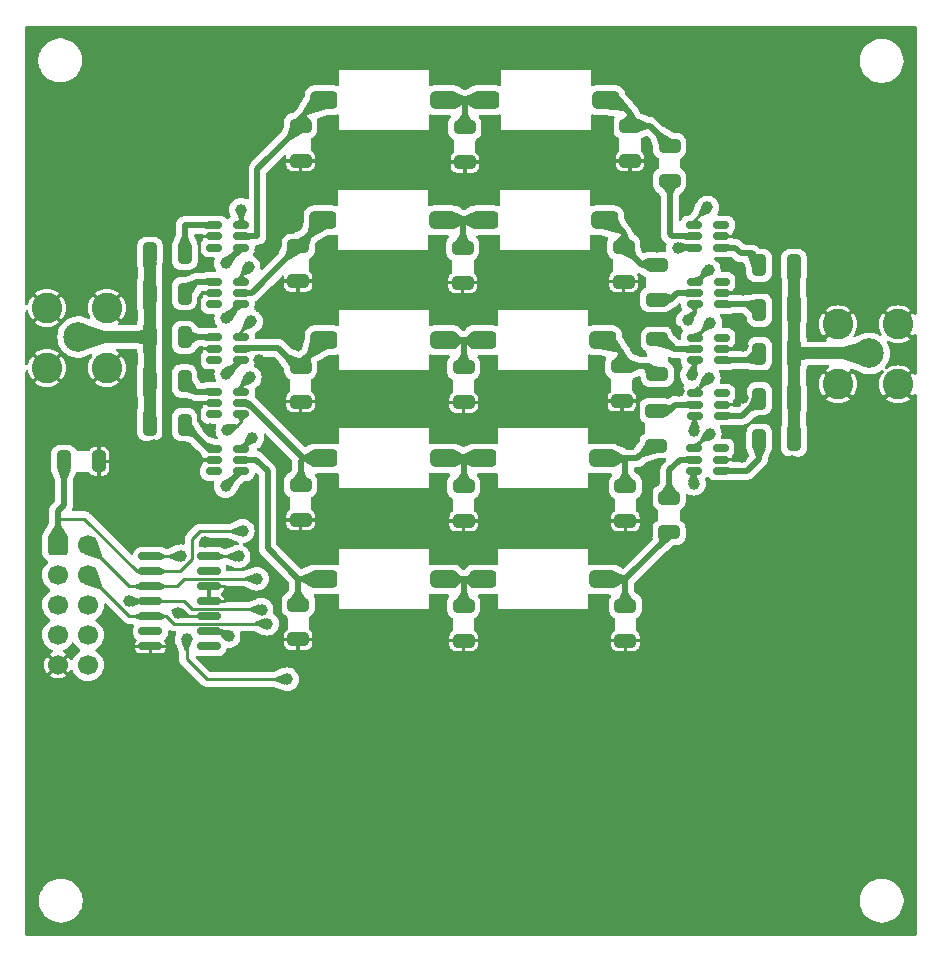
<source format=gtl>
G04 #@! TF.GenerationSoftware,KiCad,Pcbnew,8.0.2*
G04 #@! TF.CreationDate,2024-05-05T06:41:10-04:00*
G04 #@! TF.ProjectId,sdt_lpf,7364745f-6c70-4662-9e6b-696361645f70,rev?*
G04 #@! TF.SameCoordinates,PX62de0f0PY8af5bb0*
G04 #@! TF.FileFunction,Copper,L1,Top*
G04 #@! TF.FilePolarity,Positive*
%FSLAX46Y46*%
G04 Gerber Fmt 4.6, Leading zero omitted, Abs format (unit mm)*
G04 Created by KiCad (PCBNEW 8.0.2) date 2024-05-05 06:41:10*
%MOMM*%
%LPD*%
G01*
G04 APERTURE LIST*
G04 Aperture macros list*
%AMRoundRect*
0 Rectangle with rounded corners*
0 $1 Rounding radius*
0 $2 $3 $4 $5 $6 $7 $8 $9 X,Y pos of 4 corners*
0 Add a 4 corners polygon primitive as box body*
4,1,4,$2,$3,$4,$5,$6,$7,$8,$9,$2,$3,0*
0 Add four circle primitives for the rounded corners*
1,1,$1+$1,$2,$3*
1,1,$1+$1,$4,$5*
1,1,$1+$1,$6,$7*
1,1,$1+$1,$8,$9*
0 Add four rect primitives between the rounded corners*
20,1,$1+$1,$2,$3,$4,$5,0*
20,1,$1+$1,$4,$5,$6,$7,0*
20,1,$1+$1,$6,$7,$8,$9,0*
20,1,$1+$1,$8,$9,$2,$3,0*%
G04 Aperture macros list end*
G04 #@! TA.AperFunction,SMDPad,CuDef*
%ADD10RoundRect,0.150000X0.512500X0.150000X-0.512500X0.150000X-0.512500X-0.150000X0.512500X-0.150000X0*%
G04 #@! TD*
G04 #@! TA.AperFunction,SMDPad,CuDef*
%ADD11RoundRect,0.250000X-0.650000X0.325000X-0.650000X-0.325000X0.650000X-0.325000X0.650000X0.325000X0*%
G04 #@! TD*
G04 #@! TA.AperFunction,SMDPad,CuDef*
%ADD12RoundRect,0.150000X-0.512500X-0.150000X0.512500X-0.150000X0.512500X0.150000X-0.512500X0.150000X0*%
G04 #@! TD*
G04 #@! TA.AperFunction,SMDPad,CuDef*
%ADD13RoundRect,0.381000X-0.762000X-0.381000X0.762000X-0.381000X0.762000X0.381000X-0.762000X0.381000X0*%
G04 #@! TD*
G04 #@! TA.AperFunction,SMDPad,CuDef*
%ADD14RoundRect,0.250000X0.325000X0.650000X-0.325000X0.650000X-0.325000X-0.650000X0.325000X-0.650000X0*%
G04 #@! TD*
G04 #@! TA.AperFunction,SMDPad,CuDef*
%ADD15RoundRect,0.250000X-0.325000X-0.650000X0.325000X-0.650000X0.325000X0.650000X-0.325000X0.650000X0*%
G04 #@! TD*
G04 #@! TA.AperFunction,ComponentPad*
%ADD16C,2.600000*%
G04 #@! TD*
G04 #@! TA.AperFunction,ComponentPad*
%ADD17C,2.500000*%
G04 #@! TD*
G04 #@! TA.AperFunction,ComponentPad*
%ADD18RoundRect,0.250000X-0.600000X-0.600000X0.600000X-0.600000X0.600000X0.600000X-0.600000X0.600000X0*%
G04 #@! TD*
G04 #@! TA.AperFunction,ComponentPad*
%ADD19C,1.700000*%
G04 #@! TD*
G04 #@! TA.AperFunction,SMDPad,CuDef*
%ADD20RoundRect,0.150000X-0.825000X-0.150000X0.825000X-0.150000X0.825000X0.150000X-0.825000X0.150000X0*%
G04 #@! TD*
G04 #@! TA.AperFunction,SMDPad,CuDef*
%ADD21RoundRect,0.250000X0.650000X-0.325000X0.650000X0.325000X-0.650000X0.325000X-0.650000X-0.325000X0*%
G04 #@! TD*
G04 #@! TA.AperFunction,ViaPad*
%ADD22C,1.000000*%
G04 #@! TD*
G04 #@! TA.AperFunction,Conductor*
%ADD23C,0.500000*%
G04 #@! TD*
G04 #@! TA.AperFunction,Conductor*
%ADD24C,0.250000*%
G04 #@! TD*
G04 #@! TA.AperFunction,Conductor*
%ADD25C,1.000000*%
G04 #@! TD*
G04 APERTURE END LIST*
D10*
X55900000Y55300000D03*
X55900000Y56250000D03*
X55900000Y57200000D03*
X53625000Y57200000D03*
X53625000Y56250000D03*
X53625000Y55300000D03*
D11*
X34020000Y55275000D03*
X34020000Y52325000D03*
D10*
X55950000Y50500000D03*
X55950000Y51450000D03*
X55950000Y52400000D03*
X53675000Y52400000D03*
X53675000Y51450000D03*
X53675000Y50500000D03*
D12*
X13000000Y43100000D03*
X13000000Y42150000D03*
X13000000Y41200000D03*
X15275000Y41200000D03*
X15275000Y42150000D03*
X15275000Y43100000D03*
D11*
X34200000Y65475000D03*
X34200000Y62525000D03*
D13*
X22278000Y27200000D03*
X32438000Y27200000D03*
X35900000Y57600000D03*
X46060000Y57600000D03*
D11*
X34100000Y35100000D03*
X34100000Y32150000D03*
X47800000Y24970000D03*
X47800000Y22020000D03*
D14*
X3225000Y37200000D03*
X275000Y37200000D03*
D15*
X59150000Y42500000D03*
X62100000Y42500000D03*
D10*
X55950000Y45750000D03*
X55950000Y46700000D03*
X55950000Y47650000D03*
X53675000Y47650000D03*
X53675000Y46700000D03*
X53675000Y45750000D03*
D12*
X13000000Y47700000D03*
X13000000Y46750000D03*
X13000000Y45800000D03*
X15275000Y45800000D03*
X15275000Y46750000D03*
X15275000Y47700000D03*
D13*
X35724000Y27200000D03*
X45884000Y27200000D03*
D15*
X59150000Y50000000D03*
X62100000Y50000000D03*
D13*
X22220000Y57600000D03*
X32380000Y57600000D03*
D11*
X50450000Y53850000D03*
X50450000Y50900000D03*
X48200000Y65600000D03*
X48200000Y62650000D03*
D13*
X22278000Y37440000D03*
X32438000Y37440000D03*
D11*
X20100000Y25075000D03*
X20100000Y22125000D03*
X34100000Y24970000D03*
X34100000Y22020000D03*
D15*
X7550000Y54800000D03*
X10500000Y54800000D03*
X7525000Y40300000D03*
X10475000Y40300000D03*
D16*
X-1180000Y50200000D03*
X-1180000Y45120000D03*
X3900000Y50200000D03*
X3900000Y45120000D03*
D17*
X1460000Y47735000D03*
D11*
X20300000Y35200000D03*
X20300000Y32250000D03*
D15*
X59125000Y53800000D03*
X62075000Y53800000D03*
X7525000Y44000000D03*
X10475000Y44000000D03*
D11*
X20300000Y65600000D03*
X20300000Y62650000D03*
X34100000Y45150000D03*
X34100000Y42200000D03*
X47650000Y55375000D03*
X47650000Y52425000D03*
D13*
X35724000Y37440000D03*
X45884000Y37440000D03*
D18*
X-250000Y30130000D03*
D19*
X2290000Y30130000D03*
X-250000Y27590000D03*
X2290000Y27590000D03*
X-250000Y25050000D03*
X2290000Y25050000D03*
X-250000Y22510000D03*
X2290000Y22510000D03*
X-250000Y19970000D03*
X2290000Y19970000D03*
D16*
X65800000Y48800000D03*
X65800000Y43720000D03*
X70880000Y48800000D03*
X70880000Y43720000D03*
D17*
X68440000Y46335000D03*
D10*
X55950000Y41050000D03*
X55950000Y42000000D03*
X55950000Y42950000D03*
X53675000Y42950000D03*
X53675000Y42000000D03*
X53675000Y41050000D03*
D20*
X7588800Y29150000D03*
X7588800Y27880000D03*
X7588800Y26610000D03*
X7588800Y25340000D03*
X7588800Y24070000D03*
X7588800Y22800000D03*
X7588800Y21530000D03*
X12538800Y21530000D03*
X12538800Y22800000D03*
X12538800Y24070000D03*
X12538800Y25340000D03*
X12538800Y26610000D03*
X12538800Y27880000D03*
X12538800Y29150000D03*
D12*
X13000000Y52400000D03*
X13000000Y51450000D03*
X13000000Y50500000D03*
X15275000Y50500000D03*
X15275000Y51450000D03*
X15275000Y52400000D03*
D11*
X51550000Y63900000D03*
X51550000Y60950000D03*
D13*
X22278000Y47450000D03*
X32438000Y47450000D03*
X35724000Y47450000D03*
X45884000Y47450000D03*
D21*
X51500000Y31175000D03*
X51500000Y34125000D03*
D11*
X47500000Y45250000D03*
X47500000Y42300000D03*
X20300000Y45200000D03*
X20300000Y42250000D03*
D13*
X36000000Y67770000D03*
X46160000Y67770000D03*
X22278000Y67770000D03*
X32438000Y67770000D03*
D11*
X20100000Y55400000D03*
X20100000Y52450000D03*
X47800000Y35100000D03*
X47800000Y32150000D03*
D12*
X12975000Y38250000D03*
X12975000Y37300000D03*
X12975000Y36350000D03*
X15250000Y36350000D03*
X15250000Y37300000D03*
X15250000Y38250000D03*
D15*
X7525000Y51400000D03*
X10475000Y51400000D03*
X59125000Y39000000D03*
X62075000Y39000000D03*
D21*
X50500000Y44575000D03*
X50500000Y47525000D03*
D15*
X59150000Y46300000D03*
X62100000Y46300000D03*
D10*
X55875000Y36400000D03*
X55875000Y37350000D03*
X55875000Y38300000D03*
X53600000Y38300000D03*
X53600000Y37350000D03*
X53600000Y36400000D03*
D21*
X50400000Y38525000D03*
X50400000Y41475000D03*
D12*
X13000000Y57200000D03*
X13000000Y56250000D03*
X13000000Y55300000D03*
X15275000Y55300000D03*
X15275000Y56250000D03*
X15275000Y57200000D03*
D15*
X7525000Y47700000D03*
X10475000Y47700000D03*
D22*
X47500000Y40400000D03*
X20300000Y40600000D03*
X-2200000Y57550000D03*
X-1850000Y26300000D03*
X19900000Y-1550000D03*
X52300000Y43150000D03*
X3220000Y39100000D03*
X3950000Y23950000D03*
X62300000Y55750000D03*
X36150000Y22000000D03*
X45750000Y22000000D03*
X12600000Y39900000D03*
X11050000Y37100000D03*
X34200000Y73300000D03*
X57750000Y42550000D03*
X34100000Y30400000D03*
X13700000Y58550000D03*
X34150000Y-1750000D03*
X36250000Y42200000D03*
X6950000Y34350000D03*
X7075000Y16450000D03*
X63150000Y-2050000D03*
X61925000Y37200000D03*
X36100000Y32150000D03*
X5950000Y73150000D03*
X16850000Y50300000D03*
X47800000Y30500000D03*
X48200000Y60950000D03*
X7850000Y38575000D03*
X20300000Y61000000D03*
X71200000Y25200000D03*
X7400000Y19250000D03*
X57750000Y47000000D03*
X36000000Y52300000D03*
X56500000Y39750000D03*
X14500000Y16800000D03*
X12400000Y44400000D03*
X32050000Y22000000D03*
X15400000Y32850000D03*
X32050000Y32150000D03*
X55650000Y34100000D03*
X56550000Y49150000D03*
X20000000Y73300000D03*
X57750000Y51700000D03*
X20300000Y30750000D03*
X56450000Y53850000D03*
X20500000Y28850000D03*
X50470000Y66660000D03*
X52900000Y15450000D03*
X6200000Y-1700000D03*
X45800000Y32150000D03*
X22400000Y32250000D03*
X12350000Y49080000D03*
X34050000Y50700000D03*
X33600000Y14250000D03*
X34200000Y60800000D03*
X10350000Y32000000D03*
X16900000Y55100000D03*
X47950000Y49500000D03*
X45700000Y51950000D03*
X9950000Y24400000D03*
X9800000Y58400000D03*
X12250000Y30350000D03*
X36250000Y62500000D03*
X53025000Y58975000D03*
X15500000Y34850000D03*
X22300000Y62650000D03*
X49600000Y-1700000D03*
X70950000Y64350000D03*
X16750000Y45800000D03*
X71100000Y34500000D03*
X54050000Y25350000D03*
X63000000Y73150000D03*
X57750000Y56500000D03*
X50450000Y55350000D03*
X71100000Y6700000D03*
X44350000Y42300000D03*
X32150000Y62550000D03*
X31900000Y42200000D03*
X-1850000Y33100000D03*
X18430000Y65510000D03*
X20100000Y50750000D03*
X22400000Y42300000D03*
X70900000Y57000000D03*
X52200000Y48200000D03*
X56400000Y44450000D03*
X6100000Y56100000D03*
X12200000Y33750000D03*
X71100000Y16150000D03*
X47800000Y20250000D03*
X22100000Y22150000D03*
X48400000Y73200000D03*
X3950000Y21200000D03*
X32050000Y52300000D03*
X20100000Y20550000D03*
X57650000Y37600000D03*
X13600000Y19950000D03*
X46250000Y62650000D03*
X-2000000Y5350000D03*
X12150000Y53840000D03*
X34100000Y20350000D03*
X22050000Y52450000D03*
X-2050000Y64750000D03*
X34100000Y40400000D03*
X13950000Y53950000D03*
X15400000Y31300000D03*
X16200000Y39200000D03*
X53600000Y35300000D03*
X16000000Y44300000D03*
X16600000Y27250000D03*
X53650000Y39800000D03*
X16100000Y49050000D03*
X53450000Y44500000D03*
X5800000Y25350000D03*
X17000000Y24650000D03*
X15250000Y58500000D03*
X19150000Y18750000D03*
X10650000Y22150000D03*
X52250000Y55300000D03*
X10191636Y29158364D03*
X14000000Y49300000D03*
X17450000Y23450000D03*
X15900000Y53650000D03*
X53100000Y49150000D03*
X14000000Y44600000D03*
X54750000Y58700000D03*
X54850000Y53400000D03*
X15050000Y29150000D03*
X14200000Y22400000D03*
X13950000Y35100000D03*
X14100000Y39850000D03*
X54950000Y39500000D03*
X55000000Y48950000D03*
X54850000Y44250000D03*
D23*
X-250000Y30130000D02*
X-250000Y32350000D01*
X-250000Y32350000D02*
X-250000Y33000000D01*
D24*
X7588800Y27880000D02*
X6470000Y27880000D01*
X6470000Y27880000D02*
X2000000Y32350000D01*
X2000000Y32350000D02*
X-250000Y32350000D01*
D23*
X-250000Y33000000D02*
X275000Y33525000D01*
X275000Y33525000D02*
X275000Y37200000D01*
D24*
X13840000Y26610000D02*
X14300000Y26150000D01*
X12538800Y26610000D02*
X13840000Y26610000D01*
X14300000Y26150000D02*
X14300000Y25800000D01*
D25*
X1460000Y47735000D02*
X7490000Y47735000D01*
X7525000Y51400000D02*
X7525000Y54775000D01*
X7525000Y44000000D02*
X7525000Y40300000D01*
X7525000Y47700000D02*
X7525000Y51400000D01*
X7525000Y47700000D02*
X7525000Y44000000D01*
D23*
X10500000Y57200000D02*
X13000000Y57200000D01*
X10500000Y54800000D02*
X10500000Y57200000D01*
X11475000Y52400000D02*
X10475000Y51400000D01*
X13000000Y52400000D02*
X11475000Y52400000D01*
X13000000Y47700000D02*
X10475000Y47700000D01*
X13000000Y43100000D02*
X11375000Y43100000D01*
X11375000Y43100000D02*
X10475000Y44000000D01*
X12475000Y38300000D02*
X13000000Y38300000D01*
X10475000Y40300000D02*
X12475000Y38300000D01*
X15275000Y56250000D02*
X16650000Y56250000D01*
X16650000Y61950000D02*
X20300000Y65600000D01*
X16650000Y56250000D02*
X16650000Y61950000D01*
X21770000Y67770000D02*
X20300000Y66300000D01*
X20300000Y66300000D02*
X20300000Y65600000D01*
D24*
X12538800Y25340000D02*
X13840000Y25340000D01*
X12538800Y24070000D02*
X10280000Y24070000D01*
X10280000Y24070000D02*
X9950000Y24400000D01*
X13840000Y25340000D02*
X14300000Y25800000D01*
D23*
X16170000Y51450000D02*
X16170000Y51470000D01*
X15275000Y51450000D02*
X16170000Y51450000D01*
X16170000Y51470000D02*
X20100000Y55400000D01*
X22220000Y57520000D02*
X20100000Y55400000D01*
X18400000Y46800000D02*
X15325000Y46800000D01*
X20000000Y45200000D02*
X18400000Y46800000D01*
X20300000Y45472000D02*
X22278000Y47450000D01*
X15275000Y42150000D02*
X15836028Y42150000D01*
X20300000Y37193972D02*
X20546028Y37440000D01*
X20546028Y37440000D02*
X22278000Y37440000D01*
X15836028Y42150000D02*
X20546028Y37440000D01*
X20300000Y35200000D02*
X20300000Y37193972D01*
X15275000Y37350000D02*
X16550000Y37350000D01*
X17500000Y36400000D02*
X17500000Y29820000D01*
X17500000Y29820000D02*
X20100000Y27220000D01*
X20100000Y25075000D02*
X20100000Y27220000D01*
X16550000Y37350000D02*
X17500000Y36400000D01*
X20100000Y27220000D02*
X22258000Y27220000D01*
X34200000Y65475000D02*
X34200000Y67620000D01*
X32438000Y67770000D02*
X34350000Y67770000D01*
X34200000Y67620000D02*
X34350000Y67770000D01*
X34350000Y67770000D02*
X36000000Y67770000D01*
X34020000Y57580000D02*
X34000000Y57600000D01*
X34000000Y57600000D02*
X35900000Y57600000D01*
X32380000Y57600000D02*
X34000000Y57600000D01*
X34020000Y55275000D02*
X34020000Y57580000D01*
X34100000Y45150000D02*
X34100000Y47450000D01*
X32438000Y47450000D02*
X34100000Y47450000D01*
X34100000Y47450000D02*
X35724000Y47450000D01*
X34200000Y37440000D02*
X35724000Y37440000D01*
X34100000Y35100000D02*
X34100000Y37340000D01*
X32438000Y37440000D02*
X34200000Y37440000D01*
X34100000Y37340000D02*
X34200000Y37440000D01*
X34100000Y24970000D02*
X34100000Y27200000D01*
X32438000Y27200000D02*
X34100000Y27200000D01*
X34100000Y27200000D02*
X35724000Y27200000D01*
X51750000Y56250000D02*
X51550000Y56450000D01*
X53625000Y56250000D02*
X51750000Y56250000D01*
X51550000Y56450000D02*
X51550000Y60950000D01*
X50450000Y50900000D02*
X51600000Y50900000D01*
X52150000Y51450000D02*
X53675000Y51450000D01*
X51600000Y50900000D02*
X52150000Y51450000D01*
X53675000Y46700000D02*
X51950000Y46700000D01*
X51950000Y46700000D02*
X51125000Y47525000D01*
X52000000Y42000000D02*
X53675000Y42000000D01*
X51475000Y41475000D02*
X52000000Y42000000D01*
X50400000Y41475000D02*
X51475000Y41475000D01*
X51500000Y34125000D02*
X51500000Y36450000D01*
X51500000Y36450000D02*
X52400000Y37350000D01*
X52400000Y37350000D02*
X53600000Y37350000D01*
X57100000Y55300000D02*
X57600000Y54800000D01*
X59125000Y54175000D02*
X58500000Y54800000D01*
X58500000Y54800000D02*
X57600000Y54800000D01*
X55900000Y55300000D02*
X57100000Y55300000D01*
D25*
X62100000Y46300000D02*
X62100000Y42500000D01*
X62100000Y42500000D02*
X62100000Y39025000D01*
X62100000Y50000000D02*
X62100000Y53775000D01*
X68440000Y46335000D02*
X62135000Y46335000D01*
X62100000Y46300000D02*
X62100000Y50000000D01*
D23*
X55950000Y50500000D02*
X58650000Y50500000D01*
X58650000Y50500000D02*
X59150000Y50000000D01*
X58600000Y45750000D02*
X59150000Y46300000D01*
X55950000Y45750000D02*
X58600000Y45750000D01*
X55950000Y41050000D02*
X57700000Y41050000D01*
X57700000Y41050000D02*
X59150000Y42500000D01*
X59125000Y37425000D02*
X59125000Y39000000D01*
X55875000Y36400000D02*
X58100000Y36400000D01*
X58100000Y36400000D02*
X59125000Y37425000D01*
X15275000Y55275000D02*
X13950000Y53950000D01*
D24*
X11800000Y31300000D02*
X15400000Y31300000D01*
X53600000Y36400000D02*
X53600000Y35300000D01*
X10080000Y27880000D02*
X11100000Y28900000D01*
X15250000Y38250000D02*
X16200000Y39200000D01*
X7588800Y27880000D02*
X10080000Y27880000D01*
X11100000Y28900000D02*
X11100000Y30600000D01*
X11100000Y30600000D02*
X11800000Y31300000D01*
X7588800Y26610000D02*
X5810000Y26610000D01*
X16450000Y27250000D02*
X10435600Y27250000D01*
X9795600Y26610000D02*
X7588800Y26610000D01*
X53675000Y39825000D02*
X53650000Y39800000D01*
X15275000Y43575000D02*
X16000000Y44300000D01*
X15275000Y43100000D02*
X15275000Y43575000D01*
X53675000Y41050000D02*
X53675000Y39825000D01*
X5810000Y26610000D02*
X2290000Y30130000D01*
X10435600Y27250000D02*
X9795600Y26610000D01*
X53675000Y45750000D02*
X53675000Y44725000D01*
X10434400Y25340000D02*
X5810000Y25340000D01*
X53675000Y44725000D02*
X53450000Y44500000D01*
X11079400Y24695000D02*
X16805000Y24695000D01*
X5810000Y25340000D02*
X5800000Y25350000D01*
X10434400Y25340000D02*
X11079400Y24695000D01*
X15275000Y47700000D02*
X15275000Y48225000D01*
X16805000Y24695000D02*
X16850000Y24650000D01*
X15275000Y48225000D02*
X16100000Y49050000D01*
X15275000Y58475000D02*
X15250000Y58500000D01*
X10650000Y20450000D02*
X10650000Y22150000D01*
X12350000Y18750000D02*
X10650000Y20450000D01*
X12361200Y18750000D02*
X12350000Y18750000D01*
X7588800Y29150000D02*
X10183272Y29150000D01*
X12361200Y18750000D02*
X19150000Y18750000D01*
X10183272Y29150000D02*
X10191636Y29158364D01*
X52250000Y55300000D02*
X53625000Y55300000D01*
X15275000Y57200000D02*
X15275000Y58475000D01*
D23*
X15200000Y50500000D02*
X14000000Y49300000D01*
D24*
X53675000Y49725000D02*
X53100000Y49150000D01*
X15275000Y53025000D02*
X15900000Y53650000D01*
X17284400Y23465600D02*
X17263800Y23445000D01*
X53675000Y50500000D02*
X53675000Y49725000D01*
X9570600Y23445000D02*
X8945600Y24070000D01*
X8945600Y24070000D02*
X7588800Y24070000D01*
X17263800Y23445000D02*
X9570600Y23445000D01*
X15275000Y52400000D02*
X15275000Y53025000D01*
X2290000Y27590000D02*
X5810000Y24070000D01*
X5810000Y24070000D02*
X7600000Y24070000D01*
D23*
X14075000Y44600000D02*
X15275000Y45800000D01*
X14000000Y44600000D02*
X14075000Y44600000D01*
D24*
X54750000Y58700000D02*
X53625000Y57575000D01*
X53625000Y57575000D02*
X53625000Y57200000D01*
X53850000Y52400000D02*
X54850000Y53400000D01*
X13800000Y22800000D02*
X14200000Y22400000D01*
X12538800Y22800000D02*
X13800000Y22800000D01*
X12527600Y29150000D02*
X15050000Y29150000D01*
D23*
X13950000Y35100000D02*
X14000000Y35100000D01*
X14000000Y35100000D02*
X15250000Y36350000D01*
D24*
X14450000Y40200000D02*
X14100000Y39850000D01*
X15275000Y41200000D02*
X15275000Y40575000D01*
X14900000Y40200000D02*
X14450000Y40200000D01*
X15275000Y40575000D02*
X14900000Y40200000D01*
X53600000Y38300000D02*
X54800000Y39500000D01*
X55000000Y48950000D02*
X54975000Y48950000D01*
X54975000Y48950000D02*
X53675000Y47650000D01*
X53675000Y43075000D02*
X54850000Y44250000D01*
D23*
X49850000Y65600000D02*
X49750000Y65600000D01*
X47130000Y67770000D02*
X48200000Y66700000D01*
X48200000Y66700000D02*
X48200000Y65600000D01*
X51550000Y63900000D02*
X49850000Y65600000D01*
X49750000Y65600000D02*
X48200000Y65600000D01*
X46160000Y67770000D02*
X47130000Y67770000D01*
X47650000Y55375000D02*
X47650000Y56500000D01*
X50450000Y53850000D02*
X49175000Y53850000D01*
X47650000Y56500000D02*
X46550000Y57600000D01*
X49175000Y53850000D02*
X47650000Y55375000D01*
X47500000Y45250000D02*
X49825000Y45250000D01*
X47500000Y45250000D02*
X47500000Y46400000D01*
X47500000Y46400000D02*
X46450000Y47450000D01*
X49825000Y45250000D02*
X50500000Y44575000D01*
X47800000Y37440000D02*
X48790000Y37440000D01*
X48790000Y37440000D02*
X49875000Y38525000D01*
X47800000Y35100000D02*
X47800000Y37440000D01*
X45884000Y37440000D02*
X47800000Y37440000D01*
X51500000Y30900000D02*
X47800000Y27200000D01*
X45884000Y27200000D02*
X47800000Y27200000D01*
X47800000Y24970000D02*
X47800000Y27200000D01*
G04 #@! TA.AperFunction,Conductor*
G36*
X1104855Y21843454D02*
G01*
X1121575Y21824158D01*
X1251501Y21638604D01*
X1251506Y21638598D01*
X1418597Y21471507D01*
X1418603Y21471502D01*
X1604158Y21341575D01*
X1647783Y21286998D01*
X1654977Y21217500D01*
X1623454Y21155145D01*
X1604158Y21138425D01*
X1418597Y21008495D01*
X1251505Y20841403D01*
X1115965Y20647831D01*
X1115964Y20647829D01*
X1022150Y20446645D01*
X975977Y20394206D01*
X908784Y20375054D01*
X841903Y20395270D01*
X798767Y20443779D01*
X731936Y20577995D01*
X662315Y20670185D01*
X193670Y20201540D01*
X150099Y20277007D01*
X57007Y20370099D01*
X-18462Y20413671D01*
X453072Y20885205D01*
X445998Y20891653D01*
X445996Y20891654D01*
X264798Y21003847D01*
X264786Y21003853D01*
X236055Y21014983D01*
X180654Y21057556D01*
X157064Y21123323D01*
X172776Y21191404D01*
X222800Y21240182D01*
X228428Y21242983D01*
X427830Y21335965D01*
X621401Y21471505D01*
X788495Y21638599D01*
X918425Y21824158D01*
X973002Y21867783D01*
X1042500Y21874977D01*
X1104855Y21843454D01*
G37*
G04 #@! TD.AperFunction*
G04 #@! TA.AperFunction,Conductor*
G36*
X10190987Y24694815D02*
G01*
X10211629Y24678181D01*
X10590416Y24299394D01*
X10590445Y24299363D01*
X10607627Y24282181D01*
X10641112Y24220858D01*
X10636128Y24151166D01*
X10594256Y24095233D01*
X10528792Y24070816D01*
X10519946Y24070500D01*
X9881053Y24070500D01*
X9814014Y24090185D01*
X9793372Y24106819D01*
X9438528Y24461662D01*
X9438526Y24461665D01*
X9397372Y24502819D01*
X9363887Y24564142D01*
X9368871Y24633834D01*
X9410743Y24689767D01*
X9476207Y24714184D01*
X9485053Y24714500D01*
X10123948Y24714500D01*
X10190987Y24694815D01*
G37*
G04 #@! TD.AperFunction*
G04 #@! TA.AperFunction,Conductor*
G36*
X12631839Y26604815D02*
G01*
X12677594Y26552011D01*
X12688800Y26500500D01*
X12688800Y25444500D01*
X12669115Y25377461D01*
X12616311Y25331706D01*
X12564800Y25320500D01*
X12512800Y25320500D01*
X12445761Y25340185D01*
X12400006Y25392989D01*
X12388800Y25444500D01*
X12388800Y26500500D01*
X12408485Y26567539D01*
X12461289Y26613294D01*
X12512800Y26624500D01*
X12564800Y26624500D01*
X12631839Y26604815D01*
G37*
G04 #@! TD.AperFunction*
G04 #@! TA.AperFunction,Conductor*
G36*
X14309792Y30664962D02*
G01*
X14374067Y30638181D01*
X14985628Y30383365D01*
X15039938Y30339411D01*
X15061864Y30273071D01*
X15044443Y30205408D01*
X14993207Y30157904D01*
X14950088Y30145501D01*
X14853869Y30136025D01*
X14665273Y30078814D01*
X14659648Y30076484D01*
X14659499Y30076844D01*
X14657407Y30075946D01*
X14657490Y30075748D01*
X14638313Y30067756D01*
X14638305Y30067752D01*
X13979591Y29793289D01*
X13910138Y29785675D01*
X13884206Y29793290D01*
X13632294Y29898254D01*
X13630756Y29898907D01*
X13621921Y29902729D01*
X13620504Y29903201D01*
X13586652Y29915941D01*
X13561818Y29920518D01*
X13549701Y29923388D01*
X13466373Y29947598D01*
X13466367Y29947599D01*
X13429501Y29950500D01*
X13429494Y29950500D01*
X11849500Y29950500D01*
X11782461Y29970185D01*
X11736706Y30022989D01*
X11725500Y30074500D01*
X11725500Y30289548D01*
X11745185Y30356587D01*
X11761819Y30377229D01*
X12022772Y30638181D01*
X12084095Y30671666D01*
X12110453Y30674500D01*
X14262100Y30674500D01*
X14309792Y30664962D01*
G37*
G04 #@! TD.AperFunction*
G04 #@! TA.AperFunction,Conductor*
G36*
X17349747Y39563302D02*
G01*
X17386928Y39537732D01*
X19520430Y37404230D01*
X19553915Y37342907D01*
X19554367Y37292360D01*
X19549500Y37267890D01*
X19549500Y36524438D01*
X19533450Y36463423D01*
X19427342Y36275695D01*
X19377218Y36227019D01*
X19358400Y36219005D01*
X19330666Y36209815D01*
X19181342Y36117711D01*
X19057289Y35993658D01*
X18965187Y35844337D01*
X18965186Y35844334D01*
X18910001Y35677797D01*
X18910001Y35677796D01*
X18910000Y35677796D01*
X18899500Y35575017D01*
X18899500Y34824999D01*
X18899501Y34824981D01*
X18910000Y34722204D01*
X18910001Y34722201D01*
X18965185Y34555669D01*
X18965187Y34555664D01*
X18999510Y34500017D01*
X19057288Y34406344D01*
X19181344Y34282288D01*
X19330666Y34190186D01*
X19330667Y34190186D01*
X19336813Y34186395D01*
X19335789Y34184735D01*
X19380836Y34145082D01*
X19400000Y34078859D01*
X19400000Y33137266D01*
X19380315Y33070227D01*
X19350926Y33038463D01*
X19257436Y32967568D01*
X19166079Y32847096D01*
X19110613Y32706444D01*
X19100000Y32618054D01*
X19100000Y32400000D01*
X21500000Y32400000D01*
X21500000Y32618054D01*
X21489386Y32706444D01*
X21433920Y32847096D01*
X21342563Y32967568D01*
X21249074Y33038463D01*
X21207551Y33094655D01*
X21200000Y33137266D01*
X21200000Y34078859D01*
X21219685Y34145898D01*
X21264190Y34184769D01*
X21263187Y34186395D01*
X21269332Y34190186D01*
X21269334Y34190186D01*
X21418656Y34282288D01*
X21542712Y34406344D01*
X21634814Y34555666D01*
X21689999Y34722203D01*
X21700500Y34824991D01*
X21700499Y35575008D01*
X21696787Y35611342D01*
X21689999Y35677797D01*
X21689998Y35677800D01*
X21683779Y35696568D01*
X21634814Y35844334D01*
X21632275Y35848450D01*
X21545951Y35988405D01*
X21527511Y36055797D01*
X21548434Y36122460D01*
X21602076Y36167230D01*
X21651485Y36177501D01*
X23116656Y36177501D01*
X23116657Y36177501D01*
X23116657Y36177502D01*
X23159704Y36180419D01*
X23345775Y36226693D01*
X23368904Y36238165D01*
X23437709Y36250317D01*
X23502161Y36223342D01*
X23541798Y36165803D01*
X23548000Y36127077D01*
X23548000Y34900000D01*
X31168000Y34900000D01*
X31168000Y36127077D01*
X31187685Y36194116D01*
X31240489Y36239871D01*
X31309647Y36249815D01*
X31347095Y36238165D01*
X31370225Y36226693D01*
X31520013Y36189442D01*
X31556291Y36180420D01*
X31556292Y36180420D01*
X31556296Y36180419D01*
X31599343Y36177500D01*
X32841770Y36177501D01*
X32908809Y36157816D01*
X32954564Y36105013D01*
X32964508Y36035854D01*
X32935483Y35972298D01*
X32929452Y35965820D01*
X32857287Y35893655D01*
X32765187Y35744337D01*
X32765185Y35744332D01*
X32737539Y35660900D01*
X32710001Y35577797D01*
X32710001Y35577796D01*
X32710000Y35577796D01*
X32699500Y35475017D01*
X32699500Y34724999D01*
X32699501Y34724981D01*
X32710000Y34622204D01*
X32710001Y34622201D01*
X32765185Y34455669D01*
X32765187Y34455664D01*
X32773669Y34441913D01*
X32857288Y34306344D01*
X32981344Y34182288D01*
X33130666Y34090186D01*
X33130667Y34090186D01*
X33136813Y34086395D01*
X33135789Y34084735D01*
X33180836Y34045082D01*
X33200000Y33978859D01*
X33200000Y33037266D01*
X33180315Y32970227D01*
X33150926Y32938463D01*
X33057436Y32867568D01*
X32966079Y32747096D01*
X32910613Y32606444D01*
X32900000Y32518054D01*
X32900000Y32300000D01*
X35300000Y32300000D01*
X35300000Y32518054D01*
X35289386Y32606444D01*
X35233920Y32747096D01*
X35142563Y32867568D01*
X35049074Y32938463D01*
X35007551Y32994655D01*
X35000000Y33037266D01*
X35000000Y33978859D01*
X35019685Y34045898D01*
X35064190Y34084769D01*
X35063187Y34086395D01*
X35069332Y34090186D01*
X35069334Y34090186D01*
X35218656Y34182288D01*
X35342712Y34306344D01*
X35434814Y34455666D01*
X35489999Y34622203D01*
X35500500Y34724991D01*
X35500499Y35475008D01*
X35500294Y35477011D01*
X35489999Y35577797D01*
X35489998Y35577800D01*
X35483220Y35598255D01*
X35434814Y35744334D01*
X35342712Y35893656D01*
X35270548Y35965820D01*
X35237063Y36027143D01*
X35242047Y36096835D01*
X35283919Y36152768D01*
X35349383Y36177185D01*
X35358229Y36177501D01*
X36562657Y36177501D01*
X36562657Y36177502D01*
X36605704Y36180419D01*
X36791775Y36226693D01*
X36814904Y36238165D01*
X36883709Y36250317D01*
X36948161Y36223342D01*
X36987798Y36165803D01*
X36994000Y36127077D01*
X36994000Y34900000D01*
X44614000Y34900000D01*
X44614000Y36127077D01*
X44633685Y36194116D01*
X44686489Y36239871D01*
X44755647Y36249815D01*
X44793095Y36238165D01*
X44816225Y36226693D01*
X44966013Y36189442D01*
X45002291Y36180420D01*
X45002292Y36180420D01*
X45002296Y36180419D01*
X45045343Y36177500D01*
X46541770Y36177501D01*
X46608809Y36157816D01*
X46654564Y36105013D01*
X46664508Y36035854D01*
X46635483Y35972298D01*
X46629452Y35965820D01*
X46557287Y35893655D01*
X46465187Y35744337D01*
X46465185Y35744332D01*
X46437539Y35660900D01*
X46410001Y35577797D01*
X46410001Y35577796D01*
X46410000Y35577796D01*
X46399500Y35475017D01*
X46399500Y34724999D01*
X46399501Y34724981D01*
X46410000Y34622204D01*
X46410001Y34622201D01*
X46465185Y34455669D01*
X46465187Y34455664D01*
X46473669Y34441913D01*
X46557288Y34306344D01*
X46681344Y34182288D01*
X46830666Y34090186D01*
X46830667Y34090186D01*
X46836813Y34086395D01*
X46835789Y34084735D01*
X46880836Y34045082D01*
X46900000Y33978859D01*
X46900000Y33037266D01*
X46880315Y32970227D01*
X46850926Y32938463D01*
X46757436Y32867568D01*
X46666079Y32747096D01*
X46610613Y32606444D01*
X46600000Y32518054D01*
X46600000Y32300000D01*
X49000000Y32300000D01*
X49000000Y32518054D01*
X48989386Y32606444D01*
X48933920Y32747096D01*
X48842563Y32867568D01*
X48749074Y32938463D01*
X48707551Y32994655D01*
X48700000Y33037266D01*
X48700000Y33978859D01*
X48719685Y34045898D01*
X48764190Y34084769D01*
X48763187Y34086395D01*
X48769332Y34090186D01*
X48769334Y34090186D01*
X48918656Y34182288D01*
X49042712Y34306344D01*
X49134814Y34455666D01*
X49189999Y34622203D01*
X49200500Y34724991D01*
X49200499Y35475008D01*
X49200294Y35477011D01*
X49189999Y35577797D01*
X49189998Y35577800D01*
X49183220Y35598255D01*
X49134814Y35744334D01*
X49042712Y35893656D01*
X48918656Y36017712D01*
X48802865Y36089132D01*
X48769333Y36109815D01*
X48741600Y36119005D01*
X48684156Y36158780D01*
X48672658Y36175695D01*
X48566550Y36363425D01*
X48550500Y36424440D01*
X48550500Y36565500D01*
X48570185Y36632539D01*
X48622989Y36678294D01*
X48674500Y36689500D01*
X48863920Y36689500D01*
X48961462Y36708904D01*
X49008913Y36718342D01*
X49145495Y36774916D01*
X49225564Y36828416D01*
X49268416Y36857048D01*
X49512217Y37100851D01*
X49565006Y37132157D01*
X50630384Y37444493D01*
X50665269Y37449501D01*
X51100002Y37449501D01*
X51100008Y37449501D01*
X51129860Y37452551D01*
X51198551Y37439782D01*
X51249436Y37391903D01*
X51266358Y37324113D01*
X51243943Y37257936D01*
X51230143Y37241512D01*
X50917048Y36928417D01*
X50899311Y36901870D01*
X50872981Y36862463D01*
X50853948Y36833979D01*
X50834916Y36805496D01*
X50834912Y36805489D01*
X50778343Y36668918D01*
X50778340Y36668908D01*
X50749500Y36523921D01*
X50749500Y35449438D01*
X50733450Y35388423D01*
X50627342Y35200695D01*
X50577218Y35152019D01*
X50558400Y35144005D01*
X50530666Y35134815D01*
X50381342Y35042711D01*
X50257289Y34918658D01*
X50165187Y34769337D01*
X50165185Y34769332D01*
X50147272Y34715273D01*
X50110001Y34602797D01*
X50110001Y34602796D01*
X50110000Y34602796D01*
X50099500Y34500017D01*
X50099500Y33749999D01*
X50099501Y33749981D01*
X50110000Y33647204D01*
X50110001Y33647201D01*
X50165185Y33480669D01*
X50165186Y33480666D01*
X50257288Y33331344D01*
X50381344Y33207288D01*
X50530666Y33115186D01*
X50530667Y33115186D01*
X50536813Y33111395D01*
X50535789Y33109735D01*
X50580836Y33070082D01*
X50600000Y33003859D01*
X50600000Y32296142D01*
X50580315Y32229103D01*
X50535812Y32190228D01*
X50536813Y32188605D01*
X50530667Y32184815D01*
X50530666Y32184814D01*
X50451386Y32135914D01*
X50381342Y32092711D01*
X50257289Y31968658D01*
X50165187Y31819337D01*
X50165186Y31819334D01*
X50110001Y31652797D01*
X50110001Y31652796D01*
X50110000Y31652796D01*
X50099500Y31550017D01*
X50099500Y30871231D01*
X50098776Y30857850D01*
X50095099Y30823978D01*
X50102195Y30619296D01*
X50084844Y30551615D01*
X50065950Y30527319D01*
X47690555Y28151925D01*
X47629232Y28118440D01*
X47559540Y28123424D01*
X47548821Y28128007D01*
X47135673Y28328117D01*
X47018829Y28384711D01*
X47018825Y28384713D01*
X47018822Y28384714D01*
X46983506Y28398202D01*
X46972656Y28402952D01*
X46951779Y28413306D01*
X46765708Y28459581D01*
X46738864Y28461401D01*
X46722657Y28462500D01*
X46722654Y28462500D01*
X45045343Y28462500D01*
X45045340Y28462499D01*
X45002298Y28459582D01*
X45002297Y28459582D01*
X44863225Y28424996D01*
X44816225Y28413307D01*
X44816223Y28413307D01*
X44816222Y28413306D01*
X44793093Y28401835D01*
X44724288Y28389684D01*
X44659836Y28416662D01*
X44620201Y28474201D01*
X44614000Y28512924D01*
X44614000Y29740000D01*
X36994000Y29740000D01*
X36994000Y28512924D01*
X36974315Y28445885D01*
X36921511Y28400130D01*
X36852353Y28390186D01*
X36814907Y28401835D01*
X36791777Y28413306D01*
X36791775Y28413307D01*
X36717152Y28431865D01*
X36605708Y28459581D01*
X36578864Y28461401D01*
X36562657Y28462500D01*
X36562654Y28462500D01*
X34885343Y28462500D01*
X34885340Y28462499D01*
X34842298Y28459582D01*
X34842297Y28459582D01*
X34656221Y28413306D01*
X34484456Y28328119D01*
X34484453Y28328117D01*
X34335012Y28207992D01*
X34335010Y28207990D01*
X34284104Y28144660D01*
X34231899Y28079715D01*
X34226435Y28073369D01*
X34181283Y28024376D01*
X34121376Y27988419D01*
X34051539Y27990558D01*
X34002340Y28020808D01*
X33879245Y28144125D01*
X33870358Y28154039D01*
X33850443Y28178814D01*
X33826990Y28207990D01*
X33826988Y28207992D01*
X33826987Y28207993D01*
X33677546Y28328117D01*
X33677543Y28328119D01*
X33505778Y28413306D01*
X33505776Y28413307D01*
X33505775Y28413307D01*
X33466558Y28423060D01*
X33319708Y28459581D01*
X33292864Y28461401D01*
X33276657Y28462500D01*
X33276654Y28462500D01*
X31599343Y28462500D01*
X31599340Y28462499D01*
X31556298Y28459582D01*
X31556297Y28459582D01*
X31417225Y28424996D01*
X31370225Y28413307D01*
X31370223Y28413307D01*
X31370222Y28413306D01*
X31347093Y28401835D01*
X31278288Y28389684D01*
X31213836Y28416662D01*
X31174201Y28474201D01*
X31168000Y28512924D01*
X31168000Y29740000D01*
X23548000Y29740000D01*
X23548000Y28512924D01*
X23528315Y28445885D01*
X23475511Y28400130D01*
X23406353Y28390186D01*
X23368907Y28401835D01*
X23345777Y28413306D01*
X23345775Y28413307D01*
X23271152Y28431865D01*
X23159708Y28459581D01*
X23132864Y28461401D01*
X23116657Y28462500D01*
X23116654Y28462500D01*
X21439343Y28462500D01*
X21439340Y28462499D01*
X21396298Y28459582D01*
X21396297Y28459582D01*
X21257225Y28424996D01*
X21210225Y28413307D01*
X21210223Y28413307D01*
X21210222Y28413306D01*
X21210217Y28413305D01*
X21183779Y28400193D01*
X21164379Y28392530D01*
X21150721Y28388426D01*
X20438661Y28057818D01*
X20369566Y28047441D01*
X20305829Y28076066D01*
X20298761Y28082606D01*
X18286819Y30094549D01*
X18253334Y30155872D01*
X18250500Y30182230D01*
X18250500Y31881947D01*
X19100000Y31881947D01*
X19110613Y31793557D01*
X19166079Y31652905D01*
X19257435Y31532436D01*
X19377904Y31441080D01*
X19518556Y31385614D01*
X19606946Y31375000D01*
X20150000Y31375000D01*
X20450000Y31375000D01*
X20993054Y31375000D01*
X21081443Y31385614D01*
X21222095Y31441080D01*
X21342564Y31532436D01*
X21433920Y31652905D01*
X21484808Y31781947D01*
X32900000Y31781947D01*
X32910613Y31693557D01*
X32966079Y31552905D01*
X33057435Y31432436D01*
X33177904Y31341080D01*
X33318556Y31285614D01*
X33406946Y31275000D01*
X33950000Y31275000D01*
X34250000Y31275000D01*
X34793054Y31275000D01*
X34881443Y31285614D01*
X35022095Y31341080D01*
X35142564Y31432436D01*
X35233920Y31552905D01*
X35289386Y31693557D01*
X35300000Y31781947D01*
X46600000Y31781947D01*
X46610613Y31693557D01*
X46666079Y31552905D01*
X46757435Y31432436D01*
X46877904Y31341080D01*
X47018556Y31285614D01*
X47106946Y31275000D01*
X47650000Y31275000D01*
X47950000Y31275000D01*
X48493054Y31275000D01*
X48581443Y31285614D01*
X48722095Y31341080D01*
X48842564Y31432436D01*
X48933920Y31552905D01*
X48989386Y31693557D01*
X49000000Y31781947D01*
X49000000Y32000000D01*
X47950000Y32000000D01*
X47950000Y31275000D01*
X47650000Y31275000D01*
X47650000Y32000000D01*
X46600000Y32000000D01*
X46600000Y31781947D01*
X35300000Y31781947D01*
X35300000Y32000000D01*
X34250000Y32000000D01*
X34250000Y31275000D01*
X33950000Y31275000D01*
X33950000Y32000000D01*
X32900000Y32000000D01*
X32900000Y31781947D01*
X21484808Y31781947D01*
X21489386Y31793557D01*
X21500000Y31881947D01*
X21500000Y32100000D01*
X20450000Y32100000D01*
X20450000Y31375000D01*
X20150000Y31375000D01*
X20150000Y32100000D01*
X19100000Y32100000D01*
X19100000Y31881947D01*
X18250500Y31881947D01*
X18250500Y36473921D01*
X18221659Y36618908D01*
X18221658Y36618909D01*
X18221658Y36618913D01*
X18165084Y36755495D01*
X18125879Y36814170D01*
X18125879Y36814171D01*
X18082950Y36878419D01*
X18082947Y36878422D01*
X17028415Y37932953D01*
X17028413Y37932955D01*
X16979438Y37965678D01*
X16946786Y37987494D01*
X16905495Y38015084D01*
X16905494Y38015085D01*
X16905492Y38015086D01*
X16905490Y38015087D01*
X16768917Y38071657D01*
X16768907Y38071660D01*
X16702526Y38084864D01*
X16640615Y38117249D01*
X16606041Y38177965D01*
X16609782Y38247735D01*
X16650648Y38304406D01*
X16668258Y38315835D01*
X16758538Y38364090D01*
X16910883Y38489117D01*
X17035910Y38641462D01*
X17128814Y38815273D01*
X17186024Y39003868D01*
X17205341Y39200000D01*
X17186024Y39396132D01*
X17180586Y39414056D01*
X17179962Y39483920D01*
X17217209Y39543034D01*
X17280502Y39572626D01*
X17349747Y39563302D01*
G37*
G04 #@! TD.AperFunction*
G04 #@! TA.AperFunction,Conductor*
G36*
X36948161Y46233342D02*
G01*
X36987798Y46175803D01*
X36994000Y46137077D01*
X36994000Y44910000D01*
X44614000Y44910000D01*
X44614000Y46137077D01*
X44633685Y46204116D01*
X44686489Y46249871D01*
X44755647Y46259815D01*
X44793095Y46248165D01*
X44816225Y46236693D01*
X44966013Y46199442D01*
X45002291Y46190420D01*
X45002292Y46190420D01*
X45002296Y46190419D01*
X45045343Y46187500D01*
X45564014Y46187501D01*
X45588954Y46184968D01*
X46085848Y46082939D01*
X46147557Y46050173D01*
X46181756Y45989245D01*
X46177586Y45919500D01*
X46166451Y45896386D01*
X46165190Y45894343D01*
X46165185Y45894332D01*
X46139752Y45817579D01*
X46110001Y45727797D01*
X46110001Y45727796D01*
X46110000Y45727796D01*
X46099500Y45625017D01*
X46099500Y44874999D01*
X46099501Y44874981D01*
X46110000Y44772204D01*
X46110001Y44772201D01*
X46165185Y44605669D01*
X46165187Y44605664D01*
X46178241Y44584500D01*
X46257288Y44456344D01*
X46381344Y44332288D01*
X46530666Y44240186D01*
X46530667Y44240186D01*
X46536813Y44236395D01*
X46535789Y44234735D01*
X46580836Y44195082D01*
X46600000Y44128859D01*
X46600000Y43187266D01*
X46580315Y43120227D01*
X46550926Y43088463D01*
X46457436Y43017568D01*
X46366079Y42897096D01*
X46310613Y42756444D01*
X46300000Y42668054D01*
X46300000Y42450000D01*
X48700000Y42450000D01*
X48700000Y42668054D01*
X48689386Y42756444D01*
X48633920Y42897096D01*
X48542563Y43017568D01*
X48449074Y43088463D01*
X48407551Y43144655D01*
X48400000Y43187266D01*
X48400000Y44128145D01*
X48419685Y44195184D01*
X48472489Y44240939D01*
X48476029Y44242490D01*
X48927530Y44431906D01*
X48996964Y44439688D01*
X49059584Y44408696D01*
X49095508Y44348769D01*
X49099500Y44317561D01*
X49099500Y44200000D01*
X49099501Y44199981D01*
X49110000Y44097204D01*
X49110001Y44097201D01*
X49165185Y43930669D01*
X49165187Y43930664D01*
X49191865Y43887412D01*
X49257288Y43781344D01*
X49381344Y43657288D01*
X49530666Y43565186D01*
X49697203Y43510001D01*
X49799991Y43499500D01*
X51200008Y43499501D01*
X51302797Y43510001D01*
X51469334Y43565186D01*
X51618656Y43657288D01*
X51742712Y43781344D01*
X51834814Y43930666D01*
X51889999Y44097203D01*
X51900500Y44199991D01*
X51900499Y44950008D01*
X51900372Y44951248D01*
X51889999Y45052797D01*
X51889998Y45052800D01*
X51882571Y45075213D01*
X51834814Y45219334D01*
X51742712Y45368656D01*
X51618656Y45492712D01*
X51469334Y45584814D01*
X51469332Y45584815D01*
X51463187Y45588605D01*
X51464208Y45590262D01*
X51419152Y45629939D01*
X51400000Y45696142D01*
X51400000Y45932892D01*
X51419685Y45999931D01*
X51472489Y46045686D01*
X51541647Y46055630D01*
X51588972Y46037496D01*
X51589130Y46037789D01*
X51591470Y46036539D01*
X51592893Y46035993D01*
X51594505Y46034916D01*
X51594507Y46034916D01*
X51594511Y46034913D01*
X51716218Y45984501D01*
X51731087Y45978342D01*
X51731091Y45978342D01*
X51731092Y45978341D01*
X51876079Y45949500D01*
X51876082Y45949500D01*
X52023917Y45949500D01*
X52388000Y45949500D01*
X52455039Y45929815D01*
X52500794Y45877011D01*
X52512000Y45825500D01*
X52512000Y45534299D01*
X52514901Y45497433D01*
X52514902Y45497427D01*
X52560754Y45339607D01*
X52560755Y45339604D01*
X52560756Y45339602D01*
X52575415Y45314815D01*
X52635520Y45213182D01*
X52652703Y45145458D01*
X52630543Y45079195D01*
X52624646Y45071402D01*
X52614092Y45058542D01*
X52614085Y45058532D01*
X52521188Y44884733D01*
X52521186Y44884728D01*
X52521186Y44884727D01*
X52513242Y44858540D01*
X52463975Y44696130D01*
X52444659Y44500000D01*
X52463975Y44303871D01*
X52463976Y44303868D01*
X52512143Y44145082D01*
X52521188Y44115267D01*
X52614086Y43941468D01*
X52614090Y43941461D01*
X52739118Y43789115D01*
X52743424Y43784809D01*
X52742606Y43783992D01*
X52778450Y43731376D01*
X52780324Y43661532D01*
X52748135Y43605582D01*
X52644420Y43501867D01*
X52644417Y43501863D01*
X52560755Y43360397D01*
X52560754Y43360394D01*
X52514902Y43202574D01*
X52514901Y43202568D01*
X52512000Y43165702D01*
X52512000Y42874500D01*
X52492315Y42807461D01*
X52439511Y42761706D01*
X52388000Y42750500D01*
X51926080Y42750500D01*
X51781092Y42721660D01*
X51781082Y42721657D01*
X51644511Y42665088D01*
X51644498Y42665081D01*
X51545407Y42598869D01*
X51545405Y42598868D01*
X51521589Y42582956D01*
X51473504Y42534872D01*
X51412180Y42501388D01*
X51359032Y42501484D01*
X51260115Y42523374D01*
X51249161Y42525586D01*
X51234705Y42529426D01*
X51202799Y42539999D01*
X51202795Y42540000D01*
X51100010Y42550500D01*
X49699998Y42550500D01*
X49699981Y42550499D01*
X49597203Y42540000D01*
X49597200Y42539999D01*
X49430668Y42484815D01*
X49430663Y42484813D01*
X49281342Y42392711D01*
X49157289Y42268658D01*
X49065187Y42119337D01*
X49065186Y42119334D01*
X49010001Y41952797D01*
X49010001Y41952796D01*
X49010000Y41952796D01*
X48999500Y41850017D01*
X48999500Y41099999D01*
X48999501Y41099981D01*
X49010000Y40997204D01*
X49010001Y40997201D01*
X49065185Y40830669D01*
X49065187Y40830664D01*
X49085684Y40797433D01*
X49157288Y40681344D01*
X49281344Y40557288D01*
X49430666Y40465186D01*
X49430667Y40465186D01*
X49436813Y40461395D01*
X49435789Y40459735D01*
X49480836Y40420082D01*
X49500000Y40353859D01*
X49500000Y39646142D01*
X49480315Y39579103D01*
X49435812Y39540228D01*
X49436813Y39538605D01*
X49430667Y39534815D01*
X49430666Y39534814D01*
X49348153Y39483920D01*
X49281342Y39442711D01*
X49157289Y39318658D01*
X49065187Y39169337D01*
X49065185Y39169332D01*
X49048834Y39119987D01*
X49010001Y39002797D01*
X49010001Y39002796D01*
X49010000Y39002796D01*
X48999500Y38900017D01*
X48999500Y38882905D01*
X48979815Y38815866D01*
X48972900Y38806164D01*
X48534303Y38249498D01*
X48528133Y38241268D01*
X48516643Y38228013D01*
X48515488Y38226857D01*
X48454180Y38193345D01*
X48427769Y38190500D01*
X47943751Y38190500D01*
X47889698Y38202901D01*
X47710906Y38289500D01*
X47018829Y38624711D01*
X47018825Y38624713D01*
X47018822Y38624714D01*
X46983506Y38638202D01*
X46972656Y38642952D01*
X46951779Y38653306D01*
X46765708Y38699581D01*
X46741105Y38701249D01*
X46722657Y38702500D01*
X46722654Y38702500D01*
X45045343Y38702500D01*
X45045340Y38702499D01*
X45002298Y38699582D01*
X45002297Y38699582D01*
X44863225Y38664996D01*
X44816225Y38653307D01*
X44816223Y38653307D01*
X44816222Y38653306D01*
X44793093Y38641835D01*
X44724288Y38629684D01*
X44659836Y38656662D01*
X44620201Y38714201D01*
X44614000Y38752924D01*
X44614000Y39980000D01*
X36994000Y39980000D01*
X36994000Y38752924D01*
X36974315Y38685885D01*
X36921511Y38640130D01*
X36852353Y38630186D01*
X36814907Y38641835D01*
X36791777Y38653306D01*
X36791775Y38653307D01*
X36729319Y38668839D01*
X36605708Y38699581D01*
X36581105Y38701249D01*
X36562657Y38702500D01*
X36562654Y38702500D01*
X34885343Y38702500D01*
X34885340Y38702499D01*
X34842298Y38699582D01*
X34842297Y38699582D01*
X34656224Y38653307D01*
X34623878Y38637265D01*
X34606411Y38630201D01*
X34589175Y38624713D01*
X34589170Y38624711D01*
X34135052Y38404757D01*
X34066137Y38393250D01*
X34026946Y38404757D01*
X33721773Y38552569D01*
X33572829Y38624711D01*
X33572825Y38624713D01*
X33572822Y38624714D01*
X33537506Y38638202D01*
X33526656Y38642952D01*
X33505779Y38653306D01*
X33319708Y38699581D01*
X33295105Y38701249D01*
X33276657Y38702500D01*
X33276654Y38702500D01*
X31599343Y38702500D01*
X31599340Y38702499D01*
X31556298Y38699582D01*
X31556297Y38699582D01*
X31417225Y38664996D01*
X31370225Y38653307D01*
X31370223Y38653307D01*
X31370222Y38653306D01*
X31347093Y38641835D01*
X31278288Y38629684D01*
X31213836Y38656662D01*
X31174201Y38714201D01*
X31168000Y38752924D01*
X31168000Y39980000D01*
X23548000Y39980000D01*
X23548000Y38752924D01*
X23528315Y38685885D01*
X23475511Y38640130D01*
X23406353Y38630186D01*
X23368907Y38641835D01*
X23345777Y38653306D01*
X23345775Y38653307D01*
X23283319Y38668839D01*
X23159708Y38699581D01*
X23135105Y38701249D01*
X23116657Y38702500D01*
X23116654Y38702500D01*
X21439343Y38702500D01*
X21439340Y38702499D01*
X21396298Y38699582D01*
X21396297Y38699582D01*
X21210221Y38653306D01*
X21151215Y38624042D01*
X21141020Y38619545D01*
X21115069Y38609465D01*
X21115066Y38609464D01*
X21068428Y38583176D01*
X21062639Y38580112D01*
X21038455Y38568118D01*
X21037510Y38567514D01*
X21021945Y38556977D01*
X20764026Y38411598D01*
X20695959Y38395828D01*
X20630172Y38419361D01*
X20615457Y38431939D01*
X17165449Y41881947D01*
X19100000Y41881947D01*
X19110613Y41793557D01*
X19166079Y41652905D01*
X19257435Y41532436D01*
X19377904Y41441080D01*
X19518556Y41385614D01*
X19606946Y41375000D01*
X20150000Y41375000D01*
X20450000Y41375000D01*
X20993054Y41375000D01*
X21081443Y41385614D01*
X21222095Y41441080D01*
X21342564Y41532436D01*
X21433920Y41652905D01*
X21489386Y41793557D01*
X21493996Y41831947D01*
X32900000Y41831947D01*
X32910613Y41743557D01*
X32966079Y41602905D01*
X33057435Y41482436D01*
X33177904Y41391080D01*
X33318556Y41335614D01*
X33406946Y41325000D01*
X33950000Y41325000D01*
X34250000Y41325000D01*
X34793054Y41325000D01*
X34881443Y41335614D01*
X35022095Y41391080D01*
X35142564Y41482436D01*
X35233920Y41602905D01*
X35289386Y41743557D01*
X35300000Y41831947D01*
X35300000Y41931947D01*
X46300000Y41931947D01*
X46310613Y41843557D01*
X46366079Y41702905D01*
X46457435Y41582436D01*
X46577904Y41491080D01*
X46718556Y41435614D01*
X46806946Y41425000D01*
X47350000Y41425000D01*
X47650000Y41425000D01*
X48193054Y41425000D01*
X48281443Y41435614D01*
X48422095Y41491080D01*
X48542564Y41582436D01*
X48633920Y41702905D01*
X48689386Y41843557D01*
X48700000Y41931947D01*
X48700000Y42150000D01*
X47650000Y42150000D01*
X47650000Y41425000D01*
X47350000Y41425000D01*
X47350000Y42150000D01*
X46300000Y42150000D01*
X46300000Y41931947D01*
X35300000Y41931947D01*
X35300000Y42050000D01*
X34250000Y42050000D01*
X34250000Y41325000D01*
X33950000Y41325000D01*
X33950000Y42050000D01*
X32900000Y42050000D01*
X32900000Y41831947D01*
X21493996Y41831947D01*
X21500000Y41881947D01*
X21500000Y42100000D01*
X20450000Y42100000D01*
X20450000Y41375000D01*
X20150000Y41375000D01*
X20150000Y42100000D01*
X19100000Y42100000D01*
X19100000Y41881947D01*
X17165449Y41881947D01*
X16685254Y42362142D01*
X16679749Y42368017D01*
X16674437Y42374068D01*
X16674431Y42374074D01*
X16674429Y42374076D01*
X16674425Y42374079D01*
X16671219Y42377078D01*
X16663908Y42383488D01*
X16434018Y42613378D01*
X16400533Y42674701D01*
X16402622Y42735653D01*
X16435098Y42847431D01*
X16438000Y42884306D01*
X16438000Y43315694D01*
X16437999Y43315701D01*
X16437904Y43318132D01*
X16438606Y43318160D01*
X16452368Y43383763D01*
X16501405Y43433534D01*
X16503103Y43434460D01*
X16558538Y43464090D01*
X16710883Y43589117D01*
X16835910Y43741462D01*
X16895832Y43853568D01*
X16928811Y43915267D01*
X16928811Y43915268D01*
X16928814Y43915273D01*
X16986024Y44103868D01*
X17005341Y44300000D01*
X16986024Y44496132D01*
X16928814Y44684727D01*
X16928811Y44684731D01*
X16928811Y44684734D01*
X16835913Y44858533D01*
X16835909Y44858540D01*
X16710883Y45010884D01*
X16558539Y45135910D01*
X16558532Y45135914D01*
X16430095Y45204565D01*
X16380251Y45253527D01*
X16364790Y45321665D01*
X16381816Y45377043D01*
X16389244Y45389602D01*
X16389360Y45389999D01*
X16435097Y45547427D01*
X16435098Y45547433D01*
X16438000Y45584306D01*
X16438000Y45925500D01*
X16457685Y45992539D01*
X16510489Y46038294D01*
X16562000Y46049500D01*
X18037770Y46049500D01*
X18104809Y46029815D01*
X18125451Y46013181D01*
X18485705Y45652927D01*
X18502840Y45631500D01*
X18865003Y45058542D01*
X18880316Y45034317D01*
X18899500Y44968064D01*
X18899500Y44825000D01*
X18899501Y44824981D01*
X18910000Y44722204D01*
X18910001Y44722201D01*
X18948618Y44605664D01*
X18965186Y44555666D01*
X19057288Y44406344D01*
X19181344Y44282288D01*
X19330666Y44190186D01*
X19330667Y44190186D01*
X19336813Y44186395D01*
X19335789Y44184735D01*
X19380836Y44145082D01*
X19400000Y44078859D01*
X19400000Y43137266D01*
X19380315Y43070227D01*
X19350926Y43038463D01*
X19257436Y42967568D01*
X19166079Y42847096D01*
X19110613Y42706444D01*
X19100000Y42618054D01*
X19100000Y42400000D01*
X21500000Y42400000D01*
X21500000Y42618054D01*
X21489386Y42706444D01*
X21433920Y42847096D01*
X21342563Y42967568D01*
X21249074Y43038463D01*
X21207551Y43094655D01*
X21200000Y43137266D01*
X21200000Y44078859D01*
X21219685Y44145898D01*
X21264190Y44184769D01*
X21263187Y44186395D01*
X21269332Y44190186D01*
X21269334Y44190186D01*
X21418656Y44282288D01*
X21542712Y44406344D01*
X21634814Y44555666D01*
X21689999Y44722203D01*
X21700500Y44824991D01*
X21700499Y45501063D01*
X21701309Y45515214D01*
X21701457Y45516503D01*
X21705055Y45547819D01*
X21703552Y45600697D01*
X21721324Y45668268D01*
X21772308Y45715260D01*
X22696317Y46174542D01*
X22751510Y46187501D01*
X23116657Y46187501D01*
X23116657Y46187502D01*
X23159704Y46190419D01*
X23345775Y46236693D01*
X23368904Y46248165D01*
X23437709Y46260317D01*
X23502161Y46233342D01*
X23541798Y46175803D01*
X23548000Y46137077D01*
X23548000Y44910000D01*
X31168000Y44910000D01*
X31168000Y46137077D01*
X31187685Y46204116D01*
X31240489Y46249871D01*
X31309647Y46259815D01*
X31347095Y46248165D01*
X31370225Y46236693D01*
X31520013Y46199442D01*
X31556291Y46190420D01*
X31556292Y46190420D01*
X31556296Y46190419D01*
X31599343Y46187500D01*
X32801770Y46187501D01*
X32868809Y46167816D01*
X32914564Y46115013D01*
X32924508Y46045854D01*
X32895483Y45982298D01*
X32889452Y45975821D01*
X32857289Y45943658D01*
X32765187Y45794337D01*
X32765185Y45794332D01*
X32747646Y45741401D01*
X32710001Y45627797D01*
X32710001Y45627796D01*
X32710000Y45627796D01*
X32699500Y45525017D01*
X32699500Y44774999D01*
X32699501Y44774981D01*
X32710000Y44672204D01*
X32710001Y44672201D01*
X32765185Y44505669D01*
X32765187Y44505664D01*
X32795608Y44456344D01*
X32857288Y44356344D01*
X32981344Y44232288D01*
X33130666Y44140186D01*
X33130667Y44140186D01*
X33136813Y44136395D01*
X33135789Y44134735D01*
X33180836Y44095082D01*
X33200000Y44028859D01*
X33200000Y43087266D01*
X33180315Y43020227D01*
X33150926Y42988463D01*
X33057436Y42917568D01*
X32966079Y42797096D01*
X32910613Y42656444D01*
X32900000Y42568054D01*
X32900000Y42350000D01*
X35300000Y42350000D01*
X35300000Y42568054D01*
X35289386Y42656444D01*
X35233920Y42797096D01*
X35142563Y42917568D01*
X35049074Y42988463D01*
X35007551Y43044655D01*
X35000000Y43087266D01*
X35000000Y44028859D01*
X35019685Y44095898D01*
X35064190Y44134769D01*
X35063187Y44136395D01*
X35069332Y44140186D01*
X35069334Y44140186D01*
X35218656Y44232288D01*
X35342712Y44356344D01*
X35434814Y44505666D01*
X35489999Y44672203D01*
X35500500Y44774991D01*
X35500499Y45525008D01*
X35499530Y45534491D01*
X35489999Y45627797D01*
X35489998Y45627800D01*
X35476588Y45668268D01*
X35434814Y45794334D01*
X35342712Y45943656D01*
X35310547Y45975821D01*
X35277063Y46037143D01*
X35282047Y46106835D01*
X35323919Y46162768D01*
X35389383Y46187185D01*
X35398229Y46187501D01*
X36562657Y46187501D01*
X36562657Y46187502D01*
X36605704Y46190419D01*
X36791775Y46236693D01*
X36814904Y46248165D01*
X36883709Y46260317D01*
X36948161Y46233342D01*
G37*
G04 #@! TD.AperFunction*
G04 #@! TA.AperFunction,Conductor*
G36*
X37124161Y56383342D02*
G01*
X37163798Y56325803D01*
X37170000Y56287077D01*
X37170000Y55060000D01*
X44790000Y55060000D01*
X44790000Y56287077D01*
X44809685Y56354116D01*
X44862489Y56399871D01*
X44931647Y56409815D01*
X44969095Y56398165D01*
X44992225Y56386693D01*
X45142013Y56349442D01*
X45178291Y56340420D01*
X45178292Y56340420D01*
X45178296Y56340419D01*
X45221343Y56337500D01*
X45723143Y56337501D01*
X45751500Y56334215D01*
X46245970Y56218059D01*
X46306730Y56183566D01*
X46339197Y56121698D01*
X46333062Y56052098D01*
X46323154Y56032255D01*
X46315191Y56019345D01*
X46315185Y56019332D01*
X46298202Y55968081D01*
X46260001Y55852797D01*
X46260001Y55852796D01*
X46260000Y55852796D01*
X46249500Y55750017D01*
X46249500Y54999999D01*
X46249501Y54999981D01*
X46260000Y54897204D01*
X46260001Y54897201D01*
X46313917Y54734495D01*
X46315186Y54730666D01*
X46407288Y54581344D01*
X46531344Y54457288D01*
X46680666Y54365186D01*
X46680667Y54365186D01*
X46686813Y54361395D01*
X46685789Y54359735D01*
X46730836Y54320082D01*
X46750000Y54253859D01*
X46750000Y53312266D01*
X46730315Y53245227D01*
X46700926Y53213463D01*
X46607436Y53142568D01*
X46516079Y53022096D01*
X46460613Y52881444D01*
X46450000Y52793054D01*
X46450000Y52575000D01*
X48850000Y52575000D01*
X48850000Y52793054D01*
X48839385Y52881446D01*
X48807029Y52963495D01*
X48800747Y53033082D01*
X48833083Y53095018D01*
X48893772Y53129640D01*
X48949792Y53127911D01*
X48950114Y53129529D01*
X49023781Y53114876D01*
X49063654Y53099428D01*
X49304262Y52954241D01*
X49327879Y52935753D01*
X49331344Y52932288D01*
X49480666Y52840186D01*
X49480667Y52840186D01*
X49486813Y52836395D01*
X49485789Y52834735D01*
X49530836Y52795082D01*
X49550000Y52728859D01*
X49550000Y52021142D01*
X49530315Y51954103D01*
X49485812Y51915228D01*
X49486813Y51913605D01*
X49480667Y51909815D01*
X49480666Y51909814D01*
X49388401Y51852905D01*
X49331342Y51817711D01*
X49207289Y51693658D01*
X49115187Y51544337D01*
X49115185Y51544332D01*
X49103850Y51510125D01*
X49060001Y51377797D01*
X49060001Y51377796D01*
X49060000Y51377796D01*
X49049500Y51275017D01*
X49049500Y50524999D01*
X49049501Y50524981D01*
X49060000Y50422204D01*
X49060001Y50422201D01*
X49115185Y50255669D01*
X49115187Y50255664D01*
X49127986Y50234913D01*
X49207288Y50106344D01*
X49331344Y49982288D01*
X49480666Y49890186D01*
X49647203Y49835001D01*
X49749991Y49824500D01*
X51150008Y49824501D01*
X51252797Y49835001D01*
X51419334Y49890186D01*
X51568656Y49982288D01*
X51688740Y50102373D01*
X51704288Y50115549D01*
X51760077Y50155431D01*
X51807998Y50176171D01*
X51818913Y50178342D01*
X51955495Y50234916D01*
X52018128Y50276766D01*
X52078416Y50317048D01*
X52300320Y50538954D01*
X52361641Y50572437D01*
X52431333Y50567453D01*
X52487267Y50525582D01*
X52511684Y50460118D01*
X52512000Y50451271D01*
X52512000Y50284299D01*
X52514901Y50247433D01*
X52514902Y50247427D01*
X52558544Y50097213D01*
X52558345Y50027344D01*
X52520403Y49968674D01*
X52518133Y49966765D01*
X52389116Y49860884D01*
X52264095Y49708545D01*
X52264086Y49708533D01*
X52171188Y49534734D01*
X52113975Y49346130D01*
X52094659Y49150000D01*
X52113975Y48953871D01*
X52171188Y48765267D01*
X52264086Y48591468D01*
X52264090Y48591461D01*
X52389116Y48439117D01*
X52541460Y48314091D01*
X52541461Y48314091D01*
X52541462Y48314090D01*
X52551838Y48308544D01*
X52555928Y48306358D01*
X52605774Y48257397D01*
X52621236Y48189260D01*
X52604211Y48133878D01*
X52560754Y48060395D01*
X52560754Y48060394D01*
X52514902Y47902574D01*
X52514901Y47902568D01*
X52512000Y47865702D01*
X52512000Y47574500D01*
X52492315Y47507461D01*
X52439511Y47461706D01*
X52388000Y47450500D01*
X52337966Y47450500D01*
X52270927Y47470185D01*
X52243622Y47494033D01*
X51926001Y47866464D01*
X51897478Y47930241D01*
X51896997Y47934282D01*
X51889999Y48002797D01*
X51834814Y48169334D01*
X51742712Y48318656D01*
X51618656Y48442712D01*
X51491267Y48521286D01*
X51469336Y48534813D01*
X51469331Y48534815D01*
X51467862Y48535302D01*
X51302797Y48589999D01*
X51302795Y48590000D01*
X51200010Y48600500D01*
X49799998Y48600500D01*
X49799981Y48600499D01*
X49697203Y48590000D01*
X49697200Y48589999D01*
X49530668Y48534815D01*
X49530663Y48534813D01*
X49381342Y48442711D01*
X49257289Y48318658D01*
X49165187Y48169337D01*
X49165185Y48169332D01*
X49144651Y48107365D01*
X49110001Y48002797D01*
X49110001Y48002796D01*
X49110000Y48002796D01*
X49099500Y47900017D01*
X49099500Y47149999D01*
X49099501Y47149981D01*
X49110000Y47047204D01*
X49110001Y47047201D01*
X49157777Y46903025D01*
X49165186Y46880666D01*
X49257288Y46731344D01*
X49381344Y46607288D01*
X49530666Y46515186D01*
X49530667Y46515186D01*
X49536813Y46511395D01*
X49535789Y46509735D01*
X49580836Y46470082D01*
X49600000Y46403859D01*
X49600000Y46124500D01*
X49580315Y46057461D01*
X49527511Y46011706D01*
X49476000Y46000500D01*
X49113614Y46000500D01*
X49065644Y46010155D01*
X48849250Y46100937D01*
X48447393Y46269526D01*
X48447384Y46269529D01*
X48438131Y46272743D01*
X48381262Y46313334D01*
X48370867Y46328863D01*
X48367398Y46335000D01*
X48239443Y46561382D01*
X48225777Y46598203D01*
X48221658Y46618913D01*
X48215878Y46632868D01*
X48165087Y46755489D01*
X48165080Y46755502D01*
X48082952Y46878415D01*
X48031552Y46929815D01*
X47978416Y46982951D01*
X47973580Y46987787D01*
X47954167Y47012963D01*
X47943103Y47031919D01*
X47698801Y47450500D01*
X47544405Y47715037D01*
X47527499Y47777542D01*
X47527499Y47907657D01*
X47527498Y47907658D01*
X47524581Y47950704D01*
X47478307Y48136775D01*
X47452277Y48189260D01*
X47393118Y48308544D01*
X47393116Y48308547D01*
X47272990Y48457990D01*
X47272989Y48457991D01*
X47123546Y48578117D01*
X47123543Y48578119D01*
X46951778Y48663306D01*
X46951776Y48663307D01*
X46951775Y48663307D01*
X46910370Y48673604D01*
X46765708Y48709581D01*
X46741105Y48711249D01*
X46722657Y48712500D01*
X46722654Y48712500D01*
X45045343Y48712500D01*
X45045340Y48712499D01*
X45002298Y48709582D01*
X45002297Y48709582D01*
X44863225Y48674996D01*
X44816225Y48663307D01*
X44816223Y48663307D01*
X44816222Y48663306D01*
X44793093Y48651835D01*
X44724288Y48639684D01*
X44659836Y48666662D01*
X44620201Y48724201D01*
X44614000Y48762924D01*
X44614000Y49990000D01*
X36994000Y49990000D01*
X36994000Y48762924D01*
X36974315Y48695885D01*
X36921511Y48650130D01*
X36852353Y48640186D01*
X36814907Y48651835D01*
X36791777Y48663306D01*
X36791775Y48663307D01*
X36729319Y48678839D01*
X36605708Y48709581D01*
X36581105Y48711249D01*
X36562657Y48712500D01*
X36562654Y48712500D01*
X34885343Y48712500D01*
X34885340Y48712499D01*
X34842298Y48709582D01*
X34842297Y48709582D01*
X34656221Y48663306D01*
X34484456Y48578119D01*
X34484453Y48578117D01*
X34335012Y48457992D01*
X34335010Y48457990D01*
X34283674Y48394125D01*
X34231899Y48329715D01*
X34226435Y48323369D01*
X34181283Y48274376D01*
X34121376Y48238419D01*
X34051539Y48240558D01*
X34002340Y48270808D01*
X33879245Y48394125D01*
X33870358Y48404039D01*
X33835343Y48447598D01*
X33826990Y48457990D01*
X33826988Y48457992D01*
X33826987Y48457993D01*
X33677546Y48578117D01*
X33677543Y48578119D01*
X33505778Y48663306D01*
X33505776Y48663307D01*
X33505775Y48663307D01*
X33464370Y48673604D01*
X33319708Y48709581D01*
X33295105Y48711249D01*
X33276657Y48712500D01*
X33276654Y48712500D01*
X31599343Y48712500D01*
X31599340Y48712499D01*
X31556298Y48709582D01*
X31556297Y48709582D01*
X31417225Y48674996D01*
X31370225Y48663307D01*
X31370223Y48663307D01*
X31370222Y48663306D01*
X31347093Y48651835D01*
X31278288Y48639684D01*
X31213836Y48666662D01*
X31174201Y48724201D01*
X31168000Y48762924D01*
X31168000Y49990000D01*
X23548000Y49990000D01*
X23548000Y48762924D01*
X23528315Y48695885D01*
X23475511Y48650130D01*
X23406353Y48640186D01*
X23368907Y48651835D01*
X23345777Y48663306D01*
X23345775Y48663307D01*
X23283319Y48678839D01*
X23159708Y48709581D01*
X23135105Y48711249D01*
X23116657Y48712500D01*
X23116654Y48712500D01*
X21439343Y48712500D01*
X21439340Y48712499D01*
X21396298Y48709582D01*
X21396297Y48709582D01*
X21210221Y48663306D01*
X21038456Y48578119D01*
X21038453Y48578117D01*
X20889010Y48457991D01*
X20889009Y48457990D01*
X20768883Y48308547D01*
X20768881Y48308544D01*
X20683694Y48136779D01*
X20637419Y47950709D01*
X20634500Y47907655D01*
X20634500Y47497562D01*
X20628735Y47460194D01*
X20483014Y46999121D01*
X20432830Y46840336D01*
X20396220Y46724500D01*
X20386233Y46692901D01*
X20347261Y46634911D01*
X20339485Y46628951D01*
X20181933Y46517788D01*
X20115808Y46495223D01*
X20062276Y46504846D01*
X19556035Y46718264D01*
X19516524Y46744844D01*
X18878421Y47382948D01*
X18878420Y47382949D01*
X18871432Y47387618D01*
X18788299Y47443165D01*
X18788298Y47443166D01*
X18755500Y47465081D01*
X18755488Y47465088D01*
X18618917Y47521657D01*
X18618907Y47521660D01*
X18473920Y47550500D01*
X18473918Y47550500D01*
X16562000Y47550500D01*
X16494961Y47570185D01*
X16449206Y47622989D01*
X16438000Y47674500D01*
X16438000Y47915687D01*
X16437999Y47915702D01*
X16435098Y47952568D01*
X16435097Y47952574D01*
X16427470Y47978826D01*
X16427669Y48048695D01*
X16465611Y48107365D01*
X16495180Y48126281D01*
X16506586Y48131472D01*
X16506588Y48131473D01*
X16521976Y48139500D01*
X16522053Y48139559D01*
X16537737Y48149522D01*
X16658538Y48214090D01*
X16810883Y48339117D01*
X16935910Y48491462D01*
X16994192Y48600500D01*
X17028811Y48665267D01*
X17028811Y48665268D01*
X17028814Y48665273D01*
X17086024Y48853868D01*
X17105341Y49050000D01*
X17086024Y49246132D01*
X17028814Y49434727D01*
X17028811Y49434731D01*
X17028811Y49434734D01*
X16935913Y49608533D01*
X16935909Y49608540D01*
X16810883Y49760884D01*
X16658539Y49885910D01*
X16658532Y49885914D01*
X16484726Y49978815D01*
X16484726Y49978816D01*
X16484657Y49978836D01*
X16484625Y49978857D01*
X16479103Y49981144D01*
X16479537Y49982193D01*
X16426222Y50017139D01*
X16397771Y50080953D01*
X16401586Y50132086D01*
X16435098Y50247431D01*
X16438000Y50284306D01*
X16438000Y50665821D01*
X16457685Y50732860D01*
X16510489Y50778615D01*
X16514502Y50780363D01*
X16525495Y50784916D01*
X16648416Y50867049D01*
X16752951Y50971584D01*
X16786442Y51021709D01*
X16801855Y51040489D01*
X17843313Y52081947D01*
X18900000Y52081947D01*
X18910613Y51993557D01*
X18966079Y51852905D01*
X19057435Y51732436D01*
X19177904Y51641080D01*
X19318556Y51585614D01*
X19406946Y51575000D01*
X19950000Y51575000D01*
X20250000Y51575000D01*
X20793054Y51575000D01*
X20881443Y51585614D01*
X21022095Y51641080D01*
X21142564Y51732436D01*
X21233920Y51852905D01*
X21274949Y51956947D01*
X32820000Y51956947D01*
X32830613Y51868557D01*
X32886079Y51727905D01*
X32977435Y51607436D01*
X33097904Y51516080D01*
X33238556Y51460614D01*
X33326946Y51450000D01*
X33870000Y51450000D01*
X34170000Y51450000D01*
X34713054Y51450000D01*
X34801443Y51460614D01*
X34942095Y51516080D01*
X35062564Y51607436D01*
X35153920Y51727905D01*
X35209386Y51868557D01*
X35220000Y51956947D01*
X35220000Y52056947D01*
X46450000Y52056947D01*
X46460613Y51968557D01*
X46516079Y51827905D01*
X46607435Y51707436D01*
X46727904Y51616080D01*
X46868556Y51560614D01*
X46956946Y51550000D01*
X47500000Y51550000D01*
X47800000Y51550000D01*
X48343054Y51550000D01*
X48431443Y51560614D01*
X48572095Y51616080D01*
X48692564Y51707436D01*
X48783920Y51827905D01*
X48839386Y51968557D01*
X48850000Y52056947D01*
X48850000Y52275000D01*
X47800000Y52275000D01*
X47800000Y51550000D01*
X47500000Y51550000D01*
X47500000Y52275000D01*
X46450000Y52275000D01*
X46450000Y52056947D01*
X35220000Y52056947D01*
X35220000Y52175000D01*
X34170000Y52175000D01*
X34170000Y51450000D01*
X33870000Y51450000D01*
X33870000Y52175000D01*
X32820000Y52175000D01*
X32820000Y51956947D01*
X21274949Y51956947D01*
X21289386Y51993557D01*
X21300000Y52081947D01*
X21300000Y52300000D01*
X20250000Y52300000D01*
X20250000Y51575000D01*
X19950000Y51575000D01*
X19950000Y52300000D01*
X18900000Y52300000D01*
X18900000Y52081947D01*
X17843313Y52081947D01*
X18690203Y52928837D01*
X18751524Y52962320D01*
X18821216Y52957336D01*
X18877149Y52915464D01*
X18901566Y52850000D01*
X18900998Y52826377D01*
X18900000Y52818063D01*
X18900000Y52600000D01*
X21300000Y52600000D01*
X21300000Y52818054D01*
X21289386Y52906444D01*
X21233920Y53047096D01*
X21142563Y53167568D01*
X21049074Y53238463D01*
X21007551Y53294655D01*
X21000000Y53337266D01*
X21000000Y54278859D01*
X21019685Y54345898D01*
X21064190Y54384769D01*
X21063187Y54386395D01*
X21069332Y54390186D01*
X21069334Y54390186D01*
X21218656Y54482288D01*
X21342712Y54606344D01*
X21434814Y54755666D01*
X21489999Y54922203D01*
X21500500Y55024991D01*
X21500499Y55363120D01*
X21507823Y55405104D01*
X21541978Y55500019D01*
X21633209Y55753549D01*
X21674430Y55809962D01*
X21692599Y55821536D01*
X22656344Y56323480D01*
X22713623Y56337501D01*
X23058657Y56337501D01*
X23058657Y56337502D01*
X23101704Y56340419D01*
X23287775Y56386693D01*
X23310904Y56398165D01*
X23379709Y56410317D01*
X23444161Y56383342D01*
X23483798Y56325803D01*
X23490000Y56287077D01*
X23490000Y55060000D01*
X31110000Y55060000D01*
X31110000Y56287077D01*
X31129685Y56354116D01*
X31182489Y56399871D01*
X31251647Y56409815D01*
X31289095Y56398165D01*
X31312225Y56386693D01*
X31462013Y56349442D01*
X31498291Y56340420D01*
X31498292Y56340420D01*
X31498296Y56340419D01*
X31541343Y56337500D01*
X32746770Y56337501D01*
X32813809Y56317816D01*
X32859564Y56265013D01*
X32869508Y56195854D01*
X32840483Y56132298D01*
X32834452Y56125820D01*
X32777287Y56068655D01*
X32685187Y55919337D01*
X32685185Y55919332D01*
X32663139Y55852800D01*
X32630001Y55752797D01*
X32630001Y55752796D01*
X32630000Y55752796D01*
X32619500Y55650017D01*
X32619500Y54899999D01*
X32619501Y54899981D01*
X32630000Y54797204D01*
X32630001Y54797201D01*
X32685185Y54630669D01*
X32685187Y54630664D01*
X32700188Y54606344D01*
X32777288Y54481344D01*
X32901344Y54357288D01*
X33041098Y54271088D01*
X33087821Y54219143D01*
X33100000Y54165551D01*
X33100000Y53197099D01*
X33080315Y53130060D01*
X33050926Y53098295D01*
X32977435Y53042565D01*
X32886079Y52922096D01*
X32830613Y52781444D01*
X32820000Y52693054D01*
X32820000Y52475000D01*
X35220000Y52475000D01*
X35220000Y52693054D01*
X35209386Y52781444D01*
X35153920Y52922096D01*
X35062565Y53042564D01*
X35062566Y53042564D01*
X34999073Y53090713D01*
X34957551Y53146906D01*
X34950000Y53189516D01*
X34950000Y54171718D01*
X34969685Y54238757D01*
X35008904Y54277257D01*
X35138656Y54357288D01*
X35262712Y54481344D01*
X35354814Y54630666D01*
X35409999Y54797203D01*
X35420500Y54899991D01*
X35420499Y55650008D01*
X35418866Y55665990D01*
X35409999Y55752797D01*
X35409998Y55752800D01*
X35387220Y55821540D01*
X35354814Y55919334D01*
X35262712Y56068656D01*
X35205548Y56125820D01*
X35172063Y56187143D01*
X35177047Y56256835D01*
X35218919Y56312768D01*
X35284383Y56337185D01*
X35293204Y56337501D01*
X36738656Y56337501D01*
X36738657Y56337501D01*
X36738657Y56337502D01*
X36781704Y56340419D01*
X36967775Y56386693D01*
X36990904Y56398165D01*
X37059709Y56410317D01*
X37124161Y56383342D01*
G37*
G04 #@! TD.AperFunction*
G04 #@! TA.AperFunction,Conductor*
G36*
X37224161Y66553342D02*
G01*
X37263798Y66495803D01*
X37270000Y66457077D01*
X37270000Y65230000D01*
X44890000Y65230000D01*
X44890000Y66457077D01*
X44909685Y66524116D01*
X44962489Y66569871D01*
X45031647Y66579815D01*
X45069095Y66568165D01*
X45092225Y66556693D01*
X45242013Y66519442D01*
X45278291Y66510420D01*
X45278292Y66510420D01*
X45278296Y66510419D01*
X45321343Y66507500D01*
X45946947Y66507501D01*
X45973883Y66504540D01*
X45980966Y66502964D01*
X45980967Y66502964D01*
X45980980Y66502961D01*
X46774826Y66442378D01*
X46840171Y66417651D01*
X46881775Y66361518D01*
X46886427Y66291804D01*
X46870929Y66253646D01*
X46865190Y66244342D01*
X46865185Y66244332D01*
X46862064Y66234913D01*
X46810001Y66077797D01*
X46810001Y66077796D01*
X46810000Y66077796D01*
X46799500Y65975017D01*
X46799500Y65224999D01*
X46799501Y65224981D01*
X46810000Y65122204D01*
X46810001Y65122201D01*
X46853385Y64991278D01*
X46865186Y64955666D01*
X46957288Y64806344D01*
X47081344Y64682288D01*
X47230666Y64590186D01*
X47230667Y64590186D01*
X47236813Y64586395D01*
X47235789Y64584735D01*
X47280836Y64545082D01*
X47300000Y64478859D01*
X47300000Y63537266D01*
X47280315Y63470227D01*
X47250926Y63438463D01*
X47157436Y63367568D01*
X47066079Y63247096D01*
X47010613Y63106444D01*
X47000000Y63018054D01*
X47000000Y62800000D01*
X49400000Y62800000D01*
X49400000Y63018054D01*
X49389386Y63106444D01*
X49333920Y63247096D01*
X49242563Y63367568D01*
X49149074Y63438463D01*
X49107551Y63494655D01*
X49100000Y63537266D01*
X49100000Y64478145D01*
X49119685Y64545184D01*
X49172489Y64590939D01*
X49176029Y64592490D01*
X49387824Y64681343D01*
X49536097Y64743548D01*
X49605532Y64751330D01*
X49668152Y64720338D01*
X49671749Y64716883D01*
X49930684Y64457948D01*
X49959678Y64412253D01*
X50002145Y64294241D01*
X50002146Y64294240D01*
X50142176Y63905102D01*
X50149500Y63863117D01*
X50149500Y63525000D01*
X50149501Y63524981D01*
X50160000Y63422204D01*
X50160001Y63422201D01*
X50178105Y63367568D01*
X50215186Y63255666D01*
X50307288Y63106344D01*
X50431344Y62982288D01*
X50580666Y62890186D01*
X50580667Y62890186D01*
X50586813Y62886395D01*
X50585789Y62884735D01*
X50630836Y62845082D01*
X50650000Y62778859D01*
X50650000Y62071142D01*
X50630315Y62004103D01*
X50585812Y61965228D01*
X50586813Y61963605D01*
X50580667Y61959815D01*
X50580666Y61959814D01*
X50536279Y61932436D01*
X50431342Y61867711D01*
X50307289Y61743658D01*
X50215187Y61594337D01*
X50215186Y61594334D01*
X50160001Y61427797D01*
X50160001Y61427796D01*
X50160000Y61427796D01*
X50149500Y61325017D01*
X50149500Y60574999D01*
X50149501Y60574981D01*
X50160000Y60472204D01*
X50160001Y60472201D01*
X50215185Y60305669D01*
X50215186Y60305666D01*
X50307288Y60156344D01*
X50431344Y60032288D01*
X50580666Y59940186D01*
X50608392Y59930999D01*
X50665838Y59891229D01*
X50677341Y59874308D01*
X50783450Y59686578D01*
X50799500Y59625564D01*
X50799500Y56376082D01*
X50799500Y56376080D01*
X50799499Y56376080D01*
X50828340Y56231093D01*
X50828343Y56231083D01*
X50884912Y56094512D01*
X50884920Y56094498D01*
X50911144Y56055252D01*
X50911145Y56055249D01*
X50967046Y55971586D01*
X50967052Y55971579D01*
X51252971Y55685661D01*
X51286456Y55624338D01*
X51283951Y55561987D01*
X51263976Y55496135D01*
X51244659Y55300000D01*
X51263976Y55103866D01*
X51269549Y55085493D01*
X51270171Y55015626D01*
X51232922Y54956514D01*
X51169627Y54926924D01*
X51150888Y54925500D01*
X49749998Y54925500D01*
X49749981Y54925499D01*
X49647203Y54915000D01*
X49647200Y54914999D01*
X49480663Y54859814D01*
X49479045Y54859059D01*
X49471244Y54854791D01*
X49400752Y54820860D01*
X49331808Y54809521D01*
X49267679Y54837255D01*
X49230295Y54890605D01*
X49227921Y54897201D01*
X49057823Y55369898D01*
X49050499Y55411883D01*
X49050499Y55750002D01*
X49050498Y55750019D01*
X49039999Y55852797D01*
X49039998Y55852800D01*
X49030008Y55882948D01*
X48984814Y56019334D01*
X48892712Y56168656D01*
X48768656Y56292712D01*
X48619334Y56384814D01*
X48619332Y56384815D01*
X48619330Y56384816D01*
X48619331Y56384816D01*
X48586850Y56395579D01*
X48529406Y56435352D01*
X48517081Y56453753D01*
X48496544Y56491278D01*
X48373919Y56715340D01*
X48368139Y56727408D01*
X48315087Y56855489D01*
X48315085Y56855493D01*
X48315084Y56855495D01*
X48277650Y56911519D01*
X48253654Y56947433D01*
X48232956Y56978411D01*
X48232952Y56978416D01*
X48157175Y57054193D01*
X48136449Y57081676D01*
X47719092Y57833271D01*
X47703499Y57893469D01*
X47703499Y58057657D01*
X47703498Y58057658D01*
X47700581Y58100704D01*
X47654307Y58286775D01*
X47608991Y58378147D01*
X47569118Y58458544D01*
X47569116Y58458547D01*
X47448990Y58607990D01*
X47448989Y58607991D01*
X47299546Y58728117D01*
X47299543Y58728119D01*
X47127778Y58813306D01*
X47127776Y58813307D01*
X47127775Y58813307D01*
X47089939Y58822717D01*
X46941708Y58859581D01*
X46917105Y58861249D01*
X46898657Y58862500D01*
X46898654Y58862500D01*
X45221343Y58862500D01*
X45221340Y58862499D01*
X45178298Y58859582D01*
X45178297Y58859582D01*
X45039225Y58824996D01*
X44992225Y58813307D01*
X44992223Y58813307D01*
X44992222Y58813306D01*
X44969093Y58801835D01*
X44900288Y58789684D01*
X44835836Y58816662D01*
X44796201Y58874201D01*
X44790000Y58912924D01*
X44790000Y60140000D01*
X37170000Y60140000D01*
X37170000Y58912924D01*
X37150315Y58845885D01*
X37097511Y58800130D01*
X37028353Y58790186D01*
X36990907Y58801835D01*
X36967777Y58813306D01*
X36967775Y58813307D01*
X36905319Y58828839D01*
X36781708Y58859581D01*
X36757105Y58861249D01*
X36738657Y58862500D01*
X36738654Y58862500D01*
X35061343Y58862500D01*
X35061340Y58862499D01*
X35018298Y58859582D01*
X35018297Y58859582D01*
X34832224Y58813307D01*
X34799878Y58797265D01*
X34782411Y58790201D01*
X34765175Y58784713D01*
X34765170Y58784711D01*
X34194052Y58508088D01*
X34125137Y58496581D01*
X34085946Y58508088D01*
X33879686Y58607991D01*
X33514829Y58784711D01*
X33514825Y58784713D01*
X33514822Y58784714D01*
X33479506Y58798202D01*
X33468656Y58802952D01*
X33447779Y58813306D01*
X33261708Y58859581D01*
X33237105Y58861249D01*
X33218657Y58862500D01*
X33218654Y58862500D01*
X31541343Y58862500D01*
X31541340Y58862499D01*
X31498298Y58859582D01*
X31498297Y58859582D01*
X31359225Y58824996D01*
X31312225Y58813307D01*
X31312223Y58813307D01*
X31312222Y58813306D01*
X31289093Y58801835D01*
X31220288Y58789684D01*
X31155836Y58816662D01*
X31116201Y58874201D01*
X31110000Y58912924D01*
X31110000Y60140000D01*
X23490000Y60140000D01*
X23490000Y58912924D01*
X23470315Y58845885D01*
X23417511Y58800130D01*
X23348353Y58790186D01*
X23310907Y58801835D01*
X23287777Y58813306D01*
X23287775Y58813307D01*
X23225319Y58828839D01*
X23101708Y58859581D01*
X23077105Y58861249D01*
X23058657Y58862500D01*
X23058654Y58862500D01*
X21381343Y58862500D01*
X21381340Y58862499D01*
X21338298Y58859582D01*
X21338297Y58859582D01*
X21152221Y58813306D01*
X20980456Y58728119D01*
X20980453Y58728117D01*
X20831010Y58607991D01*
X20831009Y58607990D01*
X20710883Y58458547D01*
X20710881Y58458544D01*
X20625694Y58286779D01*
X20579419Y58100709D01*
X20576500Y58057655D01*
X20576500Y57593006D01*
X20572806Y57562966D01*
X20408435Y56904678D01*
X20373096Y56844404D01*
X20348660Y56826496D01*
X19749331Y56491278D01*
X19688800Y56475500D01*
X19399999Y56475500D01*
X19399980Y56475499D01*
X19297203Y56465000D01*
X19297200Y56464999D01*
X19130668Y56409815D01*
X19130663Y56409813D01*
X18981342Y56317711D01*
X18857289Y56193658D01*
X18765187Y56044337D01*
X18765185Y56044332D01*
X18756905Y56019345D01*
X18710001Y55877797D01*
X18710001Y55877796D01*
X18710000Y55877796D01*
X18699500Y55775017D01*
X18699500Y55436886D01*
X18692176Y55394901D01*
X18509679Y54887749D01*
X18480684Y54842053D01*
X17108518Y53469887D01*
X17047195Y53436402D01*
X16977503Y53441386D01*
X16921570Y53483258D01*
X16897153Y53548722D01*
X16897434Y53569722D01*
X16900035Y53596130D01*
X16905341Y53650000D01*
X16886024Y53846132D01*
X16828814Y54034727D01*
X16828811Y54034731D01*
X16828811Y54034734D01*
X16735913Y54208533D01*
X16735909Y54208540D01*
X16610883Y54360884D01*
X16458539Y54485910D01*
X16458532Y54485915D01*
X16335428Y54551715D01*
X16285583Y54600677D01*
X16270123Y54668815D01*
X16293955Y54734495D01*
X16304751Y54747066D01*
X16305575Y54748130D01*
X16305581Y54748135D01*
X16389244Y54889602D01*
X16435098Y55047431D01*
X16438000Y55084306D01*
X16438000Y55375500D01*
X16457685Y55442539D01*
X16510489Y55488294D01*
X16562000Y55499500D01*
X16723920Y55499500D01*
X16835321Y55521660D01*
X16868913Y55528342D01*
X17005495Y55584916D01*
X17128416Y55667049D01*
X17232951Y55771584D01*
X17315084Y55894505D01*
X17325089Y55918658D01*
X17327902Y55925453D01*
X17371658Y56031087D01*
X17385442Y56100382D01*
X17400500Y56176080D01*
X17400500Y61587771D01*
X17420185Y61654810D01*
X17436819Y61675452D01*
X18043314Y62281947D01*
X19100000Y62281947D01*
X19110613Y62193557D01*
X19166079Y62052905D01*
X19257435Y61932436D01*
X19377904Y61841080D01*
X19518556Y61785614D01*
X19606946Y61775000D01*
X20150000Y61775000D01*
X20450000Y61775000D01*
X20993054Y61775000D01*
X21081443Y61785614D01*
X21222095Y61841080D01*
X21342564Y61932436D01*
X21433920Y62052905D01*
X21474949Y62156947D01*
X33000000Y62156947D01*
X33010613Y62068557D01*
X33066079Y61927905D01*
X33157435Y61807436D01*
X33277904Y61716080D01*
X33418556Y61660614D01*
X33506946Y61650000D01*
X34050000Y61650000D01*
X34350000Y61650000D01*
X34893054Y61650000D01*
X34981443Y61660614D01*
X35122095Y61716080D01*
X35242564Y61807436D01*
X35333920Y61927905D01*
X35389386Y62068557D01*
X35400000Y62156947D01*
X35400000Y62281947D01*
X47000000Y62281947D01*
X47010613Y62193557D01*
X47066079Y62052905D01*
X47157435Y61932436D01*
X47277904Y61841080D01*
X47418556Y61785614D01*
X47506946Y61775000D01*
X48050000Y61775000D01*
X48350000Y61775000D01*
X48893054Y61775000D01*
X48981443Y61785614D01*
X49122095Y61841080D01*
X49242564Y61932436D01*
X49333920Y62052905D01*
X49389386Y62193557D01*
X49400000Y62281947D01*
X49400000Y62500000D01*
X48350000Y62500000D01*
X48350000Y61775000D01*
X48050000Y61775000D01*
X48050000Y62500000D01*
X47000000Y62500000D01*
X47000000Y62281947D01*
X35400000Y62281947D01*
X35400000Y62375000D01*
X34350000Y62375000D01*
X34350000Y61650000D01*
X34050000Y61650000D01*
X34050000Y62375000D01*
X33000000Y62375000D01*
X33000000Y62156947D01*
X21474949Y62156947D01*
X21489386Y62193557D01*
X21500000Y62281947D01*
X21500000Y62500000D01*
X20450000Y62500000D01*
X20450000Y61775000D01*
X20150000Y61775000D01*
X20150000Y62500000D01*
X19100000Y62500000D01*
X19100000Y62281947D01*
X18043314Y62281947D01*
X18136367Y62375000D01*
X18890203Y63128837D01*
X18951524Y63162320D01*
X19021216Y63157336D01*
X19077149Y63115464D01*
X19101566Y63050000D01*
X19100998Y63026377D01*
X19100000Y63018063D01*
X19100000Y62800000D01*
X21500000Y62800000D01*
X21500000Y63018054D01*
X21489386Y63106444D01*
X21433920Y63247096D01*
X21342563Y63367568D01*
X21249074Y63438463D01*
X21207551Y63494655D01*
X21200000Y63537266D01*
X21200000Y64478859D01*
X21219685Y64545898D01*
X21264190Y64584769D01*
X21263187Y64586395D01*
X21269332Y64590186D01*
X21269334Y64590186D01*
X21418656Y64682288D01*
X21542712Y64806344D01*
X21634814Y64955666D01*
X21689999Y65122203D01*
X21700500Y65224991D01*
X21700499Y65975008D01*
X21689999Y66077797D01*
X21687157Y66086371D01*
X21684754Y66156196D01*
X21720484Y66216239D01*
X21767702Y66243676D01*
X21769791Y66244332D01*
X22589440Y66501803D01*
X22626601Y66507501D01*
X23116657Y66507501D01*
X23116657Y66507502D01*
X23159704Y66510419D01*
X23345775Y66556693D01*
X23368904Y66568165D01*
X23437709Y66580317D01*
X23502161Y66553342D01*
X23541798Y66495803D01*
X23548000Y66457077D01*
X23548000Y65230000D01*
X31168000Y65230000D01*
X31168000Y66457077D01*
X31187685Y66524116D01*
X31240489Y66569871D01*
X31309647Y66579815D01*
X31347095Y66568165D01*
X31370225Y66556693D01*
X31520013Y66519442D01*
X31556291Y66510420D01*
X31556292Y66510420D01*
X31556296Y66510419D01*
X31599343Y66507500D01*
X32896770Y66507501D01*
X32963809Y66487816D01*
X33009564Y66435013D01*
X33019508Y66365854D01*
X32990483Y66302298D01*
X32984453Y66295821D01*
X32957288Y66268656D01*
X32865187Y66119337D01*
X32865185Y66119332D01*
X32851421Y66077795D01*
X32810001Y65952797D01*
X32810001Y65952796D01*
X32810000Y65952796D01*
X32799500Y65850017D01*
X32799500Y65099999D01*
X32799501Y65099981D01*
X32810000Y64997204D01*
X32810001Y64997201D01*
X32865185Y64830669D01*
X32865187Y64830664D01*
X32880188Y64806344D01*
X32957288Y64681344D01*
X33081344Y64557288D01*
X33230666Y64465186D01*
X33230667Y64465186D01*
X33236813Y64461395D01*
X33235789Y64459735D01*
X33280836Y64420082D01*
X33300000Y64353859D01*
X33300000Y63412266D01*
X33280315Y63345227D01*
X33250926Y63313463D01*
X33157436Y63242568D01*
X33066079Y63122096D01*
X33010613Y62981444D01*
X33000000Y62893054D01*
X33000000Y62675000D01*
X35400000Y62675000D01*
X35400000Y62893054D01*
X35389386Y62981444D01*
X35333920Y63122096D01*
X35242563Y63242568D01*
X35149074Y63313463D01*
X35107551Y63369655D01*
X35100000Y63412266D01*
X35100000Y64353859D01*
X35119685Y64420898D01*
X35164190Y64459769D01*
X35163187Y64461395D01*
X35169332Y64465186D01*
X35169334Y64465186D01*
X35318656Y64557288D01*
X35442712Y64681344D01*
X35534814Y64830666D01*
X35589999Y64997203D01*
X35600500Y65099991D01*
X35600499Y65850008D01*
X35589999Y65952797D01*
X35534814Y66119334D01*
X35442712Y66268656D01*
X35415547Y66295821D01*
X35382063Y66357143D01*
X35387047Y66426835D01*
X35428919Y66482768D01*
X35494383Y66507185D01*
X35503206Y66507501D01*
X36838656Y66507501D01*
X36838657Y66507501D01*
X36838657Y66507502D01*
X36881704Y66510419D01*
X37067775Y66556693D01*
X37090904Y66568165D01*
X37159709Y66580317D01*
X37224161Y66553342D01*
G37*
G04 #@! TD.AperFunction*
G04 #@! TA.AperFunction,Conductor*
G36*
X72392539Y74079815D02*
G01*
X72438294Y74027011D01*
X72449500Y73975500D01*
X72449500Y49740691D01*
X72429815Y49673652D01*
X72377011Y49627897D01*
X72307853Y49617953D01*
X72244297Y49646978D01*
X72219773Y49675901D01*
X72178436Y49743357D01*
X72178429Y49743366D01*
X72112587Y49820458D01*
X71541735Y49249606D01*
X71501401Y49309970D01*
X71389970Y49421401D01*
X71329604Y49461737D01*
X71900456Y50032589D01*
X71823365Y50098430D01*
X71823356Y50098436D01*
X71608631Y50230020D01*
X71375956Y50326397D01*
X71131072Y50385188D01*
X70880000Y50404948D01*
X70628927Y50385188D01*
X70384043Y50326397D01*
X70151368Y50230020D01*
X69936638Y50098433D01*
X69936627Y50098424D01*
X69859542Y50032590D01*
X70430395Y49461737D01*
X70370030Y49421401D01*
X70258599Y49309970D01*
X70218263Y49249605D01*
X69647410Y49820458D01*
X69581576Y49743373D01*
X69581567Y49743362D01*
X69449980Y49528632D01*
X69353603Y49295957D01*
X69294812Y49051073D01*
X69275052Y48800000D01*
X69294812Y48548928D01*
X69353603Y48304044D01*
X69449979Y48071371D01*
X69473025Y48033764D01*
X69491269Y47966318D01*
X69470152Y47899716D01*
X69416380Y47855103D01*
X69347024Y47846643D01*
X69313496Y47857255D01*
X69081325Y47969062D01*
X69081327Y47969062D01*
X68830623Y48046394D01*
X68830619Y48046395D01*
X68830615Y48046396D01*
X68705823Y48065206D01*
X68571187Y48085500D01*
X68571182Y48085500D01*
X68308818Y48085500D01*
X68308812Y48085500D01*
X68147247Y48061147D01*
X68049385Y48046396D01*
X68049382Y48046395D01*
X68049376Y48046394D01*
X67798673Y47969062D01*
X67562303Y47855233D01*
X67562288Y47855224D01*
X67467149Y47790360D01*
X67435894Y47774973D01*
X67271664Y47721185D01*
X67201827Y47719026D01*
X67141910Y47754966D01*
X67110935Y47817595D01*
X67118737Y47887027D01*
X67127342Y47903816D01*
X67230019Y48071369D01*
X67326396Y48304044D01*
X67385187Y48548928D01*
X67404947Y48800000D01*
X67385187Y49051073D01*
X67326396Y49295957D01*
X67230019Y49528632D01*
X67098435Y49743357D01*
X67098429Y49743366D01*
X67032587Y49820458D01*
X66461735Y49249606D01*
X66421401Y49309970D01*
X66309970Y49421401D01*
X66249604Y49461737D01*
X66820456Y50032589D01*
X66743365Y50098430D01*
X66743356Y50098436D01*
X66528631Y50230020D01*
X66295956Y50326397D01*
X66051072Y50385188D01*
X65800000Y50404948D01*
X65548927Y50385188D01*
X65304043Y50326397D01*
X65071368Y50230020D01*
X64856638Y50098433D01*
X64856627Y50098424D01*
X64779542Y50032590D01*
X65350395Y49461737D01*
X65290030Y49421401D01*
X65178599Y49309970D01*
X65138263Y49249605D01*
X64567410Y49820458D01*
X64501576Y49743373D01*
X64501567Y49743362D01*
X64369980Y49528632D01*
X64273603Y49295957D01*
X64214812Y49051073D01*
X64195052Y48800000D01*
X64214812Y48548928D01*
X64273603Y48304044D01*
X64369980Y48071369D01*
X64501564Y47856644D01*
X64501570Y47856635D01*
X64567410Y47779545D01*
X65138263Y48350397D01*
X65178599Y48290030D01*
X65290030Y48178599D01*
X65350395Y48138265D01*
X64779542Y47567413D01*
X64795491Y47553791D01*
X64833684Y47495284D01*
X64834184Y47425416D01*
X64796830Y47366370D01*
X64733484Y47336891D01*
X64714960Y47335500D01*
X63319375Y47335500D01*
X63294428Y47338546D01*
X63294381Y47338269D01*
X63290011Y47339027D01*
X63247726Y47343276D01*
X63182991Y47369566D01*
X63142746Y47426681D01*
X63136636Y47455423D01*
X63104391Y47810125D01*
X63101415Y47834491D01*
X63100500Y47849524D01*
X63100500Y48458973D01*
X63103862Y48487653D01*
X63104391Y48489875D01*
X63177967Y49299212D01*
X63178527Y49305863D01*
X63178553Y49306198D01*
X63179551Y49368185D01*
X63177686Y49377984D01*
X63175499Y49401171D01*
X63175499Y50650273D01*
X63175668Y50656736D01*
X63177967Y50700788D01*
X63175051Y50732860D01*
X63104391Y51510125D01*
X63101415Y51534491D01*
X63100500Y51549524D01*
X63100500Y52269774D01*
X63103056Y52294819D01*
X63105238Y52305404D01*
X63105240Y52305412D01*
X63154281Y53114593D01*
X63154673Y53168392D01*
X63152702Y53178709D01*
X63150499Y53201980D01*
X63150499Y54500002D01*
X63150498Y54500019D01*
X63139999Y54602797D01*
X63139998Y54602800D01*
X63130347Y54631924D01*
X63084814Y54769334D01*
X62992712Y54918656D01*
X62868656Y55042712D01*
X62719334Y55134814D01*
X62552797Y55189999D01*
X62552795Y55190000D01*
X62450010Y55200500D01*
X61699998Y55200500D01*
X61699980Y55200499D01*
X61597203Y55190000D01*
X61597200Y55189999D01*
X61430668Y55134815D01*
X61430663Y55134813D01*
X61281342Y55042711D01*
X61157289Y54918658D01*
X61065187Y54769337D01*
X61065185Y54769332D01*
X61052372Y54730664D01*
X61010001Y54602797D01*
X61010001Y54602796D01*
X61010000Y54602796D01*
X60999500Y54500017D01*
X60999500Y53099999D01*
X60999501Y53099982D01*
X61010001Y52997200D01*
X61011787Y52991810D01*
X61017266Y52966992D01*
X61062386Y52575000D01*
X61094039Y52300000D01*
X61096551Y52278184D01*
X61096563Y52278077D01*
X61096588Y52277858D01*
X61096666Y52277181D01*
X61098289Y52265658D01*
X61099500Y52248369D01*
X61099500Y51541029D01*
X61096136Y51512340D01*
X61095608Y51510125D01*
X61057571Y51091709D01*
X61022028Y50700742D01*
X61021420Y50693478D01*
X61021417Y50693437D01*
X61021397Y50693180D01*
X61020446Y50631834D01*
X61021010Y50628871D01*
X61022314Y50622018D01*
X61024500Y50598841D01*
X61024500Y49349766D01*
X61024332Y49343308D01*
X61022037Y49299297D01*
X61022032Y49299210D01*
X61046446Y49030664D01*
X61066178Y48813610D01*
X61066178Y48813609D01*
X61095608Y48489884D01*
X61095611Y48489857D01*
X61098585Y48465510D01*
X61099500Y48450476D01*
X61099500Y47841029D01*
X61096136Y47812340D01*
X61095608Y47810125D01*
X61055595Y47369980D01*
X61022028Y47000742D01*
X61021420Y46993478D01*
X61021417Y46993437D01*
X61021397Y46993180D01*
X61020446Y46931834D01*
X61021455Y46926533D01*
X61022314Y46922018D01*
X61024500Y46898841D01*
X61024500Y45649766D01*
X61024332Y45643308D01*
X61022110Y45600696D01*
X61022032Y45599210D01*
X61048591Y45307064D01*
X61066178Y45113610D01*
X61066178Y45113609D01*
X61095608Y44789884D01*
X61095611Y44789857D01*
X61098585Y44765510D01*
X61099500Y44750476D01*
X61099500Y44041029D01*
X61096136Y44012340D01*
X61095608Y44010125D01*
X61052398Y43534813D01*
X61022028Y43200742D01*
X61021732Y43197204D01*
X61021417Y43193437D01*
X61021397Y43193180D01*
X61020446Y43131834D01*
X61021455Y43126533D01*
X61022314Y43122018D01*
X61024500Y43098841D01*
X61024500Y41849766D01*
X61024332Y41843308D01*
X61022037Y41799297D01*
X61022032Y41799210D01*
X61046446Y41530664D01*
X61066178Y41313610D01*
X61066178Y41313609D01*
X61095608Y40989884D01*
X61095611Y40989857D01*
X61098585Y40965510D01*
X61099500Y40950476D01*
X61099500Y40549122D01*
X61096704Y40526415D01*
X61096961Y40526367D01*
X61097068Y40526354D01*
X61097067Y40526347D01*
X61097379Y40526288D01*
X61096564Y40521937D01*
X61096508Y40521444D01*
X61096494Y40521316D01*
X61017266Y39833009D01*
X61011788Y39808194D01*
X61010002Y39802804D01*
X61010001Y39802799D01*
X60999500Y39700017D01*
X60999500Y38299999D01*
X60999501Y38299982D01*
X61010000Y38197204D01*
X61010001Y38197201D01*
X61065185Y38030669D01*
X61065187Y38030664D01*
X61091816Y37987492D01*
X61157288Y37881344D01*
X61281344Y37757288D01*
X61430666Y37665186D01*
X61597203Y37610001D01*
X61699991Y37599500D01*
X62450008Y37599501D01*
X62450016Y37599502D01*
X62450019Y37599502D01*
X62526238Y37607288D01*
X62552797Y37610001D01*
X62719334Y37665186D01*
X62868656Y37757288D01*
X62992712Y37881344D01*
X63084814Y38030666D01*
X63139999Y38197203D01*
X63150500Y38299991D01*
X63150499Y39634433D01*
X63150918Y39644622D01*
X63154281Y39685408D01*
X63154281Y39685410D01*
X63138853Y39939973D01*
X63105240Y40494588D01*
X63102523Y40521947D01*
X63101107Y40536215D01*
X63100500Y40548468D01*
X63100500Y40958973D01*
X63103862Y40987653D01*
X63104391Y40989875D01*
X63177967Y41799212D01*
X63178527Y41805863D01*
X63178553Y41806198D01*
X63179551Y41868185D01*
X63177686Y41877984D01*
X63175499Y41901171D01*
X63175499Y43150273D01*
X63175668Y43156736D01*
X63177967Y43200788D01*
X63175853Y43224044D01*
X63104391Y44010125D01*
X63101415Y44034491D01*
X63100500Y44049524D01*
X63100500Y44758973D01*
X63103862Y44787653D01*
X63104391Y44789875D01*
X63142693Y45211202D01*
X63168366Y45276183D01*
X63225096Y45316970D01*
X63246432Y45322392D01*
X63311693Y45332919D01*
X63331435Y45334500D01*
X64932744Y45334500D01*
X64999783Y45314815D01*
X65045538Y45262011D01*
X65055482Y45192853D01*
X65026457Y45129297D01*
X64997534Y45104773D01*
X64856638Y45018432D01*
X64856627Y45018424D01*
X64779542Y44952590D01*
X65350395Y44381737D01*
X65290030Y44341401D01*
X65178599Y44229970D01*
X65138263Y44169605D01*
X64567410Y44740458D01*
X64501576Y44663373D01*
X64501567Y44663362D01*
X64369980Y44448632D01*
X64273603Y44215957D01*
X64214812Y43971073D01*
X64195052Y43720000D01*
X64214812Y43468928D01*
X64273603Y43224044D01*
X64369980Y42991369D01*
X64501564Y42776644D01*
X64501570Y42776635D01*
X64567410Y42699545D01*
X65138263Y43270397D01*
X65178599Y43210030D01*
X65290030Y43098599D01*
X65350395Y43058265D01*
X64779542Y42487413D01*
X64856634Y42421571D01*
X64856643Y42421565D01*
X65071368Y42289981D01*
X65304043Y42193604D01*
X65548927Y42134813D01*
X65800000Y42115053D01*
X66051072Y42134813D01*
X66295956Y42193604D01*
X66528631Y42289981D01*
X66743360Y42421567D01*
X66743368Y42421573D01*
X66820456Y42487412D01*
X66820456Y42487413D01*
X66249604Y43058265D01*
X66309970Y43098599D01*
X66421401Y43210030D01*
X66461735Y43270396D01*
X67032587Y42699544D01*
X67032588Y42699544D01*
X67098427Y42776632D01*
X67098433Y42776640D01*
X67230019Y42991369D01*
X67326396Y43224044D01*
X67385187Y43468928D01*
X67404947Y43720000D01*
X67385187Y43971073D01*
X67326396Y44215957D01*
X67230019Y44448632D01*
X67098435Y44663357D01*
X67098429Y44663366D01*
X67032587Y44740458D01*
X66461735Y44169606D01*
X66421401Y44229970D01*
X66309970Y44341401D01*
X66249603Y44381737D01*
X66833015Y44965149D01*
X66838763Y44988008D01*
X66889730Y45035801D01*
X66958444Y45048453D01*
X66984221Y45042959D01*
X67435893Y44895030D01*
X67467146Y44879644D01*
X67482864Y44868928D01*
X67562296Y44814772D01*
X67562298Y44814771D01*
X67562303Y44814768D01*
X67687843Y44754312D01*
X67798673Y44700939D01*
X67798674Y44700939D01*
X67798677Y44700937D01*
X68049385Y44623604D01*
X68308818Y44584500D01*
X68571182Y44584500D01*
X68830615Y44623604D01*
X69081323Y44700937D01*
X69278998Y44796132D01*
X69317696Y44814768D01*
X69317696Y44814769D01*
X69317704Y44814772D01*
X69491883Y44933526D01*
X69558361Y44955025D01*
X69625911Y44937171D01*
X69673085Y44885631D01*
X69684905Y44816769D01*
X69657620Y44752447D01*
X69656023Y44750539D01*
X69581571Y44663368D01*
X69581568Y44663363D01*
X69449980Y44448632D01*
X69353603Y44215957D01*
X69294812Y43971073D01*
X69275052Y43720000D01*
X69294812Y43468928D01*
X69353603Y43224044D01*
X69449980Y42991369D01*
X69581564Y42776644D01*
X69581570Y42776635D01*
X69647410Y42699545D01*
X70218263Y43270397D01*
X70258599Y43210030D01*
X70370030Y43098599D01*
X70430395Y43058265D01*
X69859542Y42487413D01*
X69936634Y42421571D01*
X69936643Y42421565D01*
X70151368Y42289981D01*
X70384043Y42193604D01*
X70628927Y42134813D01*
X70880000Y42115053D01*
X71131072Y42134813D01*
X71375956Y42193604D01*
X71608631Y42289981D01*
X71823360Y42421567D01*
X71823368Y42421573D01*
X71900456Y42487412D01*
X71900456Y42487413D01*
X71329604Y43058265D01*
X71389970Y43098599D01*
X71501401Y43210030D01*
X71541735Y43270396D01*
X72112587Y42699544D01*
X72112588Y42699544D01*
X72178427Y42776632D01*
X72178433Y42776640D01*
X72219773Y42844100D01*
X72271584Y42890975D01*
X72340514Y42902398D01*
X72404677Y42874741D01*
X72443702Y42816785D01*
X72449500Y42779310D01*
X72449500Y-2875500D01*
X72429815Y-2942539D01*
X72377011Y-2988294D01*
X72325500Y-2999500D01*
X-2875500Y-2999500D01*
X-2942539Y-2979815D01*
X-2988294Y-2927011D01*
X-2999500Y-2875500D01*
X-2999500Y121289D01*
X-1850500Y121289D01*
X-1850500Y-121288D01*
X-1818839Y-361785D01*
X-1756053Y-596104D01*
X-1663227Y-820205D01*
X-1663224Y-820212D01*
X-1541936Y-1030289D01*
X-1541934Y-1030292D01*
X-1541933Y-1030293D01*
X-1394267Y-1222736D01*
X-1394261Y-1222743D01*
X-1222744Y-1394260D01*
X-1222738Y-1394265D01*
X-1030289Y-1541936D01*
X-820212Y-1663224D01*
X-596100Y-1756054D01*
X-361789Y-1818838D01*
X-181414Y-1842584D01*
X-121289Y-1850500D01*
X-121288Y-1850500D01*
X121289Y-1850500D01*
X169388Y-1844167D01*
X361789Y-1818838D01*
X596100Y-1756054D01*
X820212Y-1663224D01*
X1030289Y-1541936D01*
X1222738Y-1394265D01*
X1394265Y-1222738D01*
X1541936Y-1030289D01*
X1663224Y-820212D01*
X1756054Y-596100D01*
X1818838Y-361789D01*
X1850500Y-121288D01*
X1850500Y121288D01*
X1850500Y121289D01*
X67649500Y121289D01*
X67649500Y-121288D01*
X67681161Y-361785D01*
X67743947Y-596104D01*
X67836773Y-820205D01*
X67836776Y-820212D01*
X67958064Y-1030289D01*
X67958066Y-1030292D01*
X67958067Y-1030293D01*
X68105733Y-1222736D01*
X68105739Y-1222743D01*
X68277256Y-1394260D01*
X68277262Y-1394265D01*
X68469711Y-1541936D01*
X68679788Y-1663224D01*
X68903900Y-1756054D01*
X69138211Y-1818838D01*
X69318586Y-1842584D01*
X69378711Y-1850500D01*
X69378712Y-1850500D01*
X69621289Y-1850500D01*
X69669388Y-1844167D01*
X69861789Y-1818838D01*
X70096100Y-1756054D01*
X70320212Y-1663224D01*
X70530289Y-1541936D01*
X70722738Y-1394265D01*
X70894265Y-1222738D01*
X71041936Y-1030289D01*
X71163224Y-820212D01*
X71256054Y-596100D01*
X71318838Y-361789D01*
X71350500Y-121288D01*
X71350500Y121288D01*
X71318838Y361789D01*
X71256054Y596100D01*
X71163224Y820212D01*
X71041936Y1030289D01*
X70894265Y1222738D01*
X70894260Y1222744D01*
X70722743Y1394261D01*
X70722736Y1394267D01*
X70530293Y1541933D01*
X70530292Y1541934D01*
X70530289Y1541936D01*
X70320212Y1663224D01*
X70320205Y1663227D01*
X70096104Y1756053D01*
X69861785Y1818839D01*
X69621289Y1850500D01*
X69621288Y1850500D01*
X69378712Y1850500D01*
X69378711Y1850500D01*
X69138214Y1818839D01*
X68903895Y1756053D01*
X68679794Y1663227D01*
X68679785Y1663223D01*
X68469706Y1541933D01*
X68277263Y1394267D01*
X68277256Y1394261D01*
X68105739Y1222744D01*
X68105733Y1222737D01*
X67958067Y1030294D01*
X67836777Y820215D01*
X67836773Y820206D01*
X67743947Y596105D01*
X67681161Y361786D01*
X67649500Y121289D01*
X1850500Y121289D01*
X1818838Y361789D01*
X1756054Y596100D01*
X1663224Y820212D01*
X1541936Y1030289D01*
X1394265Y1222738D01*
X1394260Y1222744D01*
X1222743Y1394261D01*
X1222736Y1394267D01*
X1030293Y1541933D01*
X1030292Y1541934D01*
X1030289Y1541936D01*
X820212Y1663224D01*
X820205Y1663227D01*
X596104Y1756053D01*
X361785Y1818839D01*
X121289Y1850500D01*
X121288Y1850500D01*
X-121288Y1850500D01*
X-121289Y1850500D01*
X-361786Y1818839D01*
X-596105Y1756053D01*
X-820206Y1663227D01*
X-820215Y1663223D01*
X-1030294Y1541933D01*
X-1222737Y1394267D01*
X-1222744Y1394261D01*
X-1394261Y1222744D01*
X-1394267Y1222737D01*
X-1541933Y1030294D01*
X-1663223Y820215D01*
X-1663227Y820206D01*
X-1756053Y596105D01*
X-1818839Y361786D01*
X-1850500Y121289D01*
X-2999500Y121289D01*
X-2999500Y27590001D01*
X-1605659Y27590001D01*
X-1605659Y27590000D01*
X-1585064Y27354597D01*
X-1585062Y27354587D01*
X-1523906Y27126345D01*
X-1523904Y27126341D01*
X-1523903Y27126337D01*
X-1520000Y27117968D01*
X-1424035Y26912170D01*
X-1424033Y26912166D01*
X-1371941Y26837772D01*
X-1288499Y26718604D01*
X-1288494Y26718598D01*
X-1121403Y26551507D01*
X-1121397Y26551502D01*
X-935842Y26421575D01*
X-892217Y26366998D01*
X-885023Y26297500D01*
X-916546Y26235145D01*
X-935842Y26218425D01*
X-1121403Y26088495D01*
X-1288495Y25921403D01*
X-1424035Y25727831D01*
X-1424036Y25727829D01*
X-1523902Y25513665D01*
X-1523906Y25513656D01*
X-1585062Y25285414D01*
X-1585064Y25285404D01*
X-1605659Y25050001D01*
X-1605659Y25050000D01*
X-1585064Y24814597D01*
X-1585062Y24814587D01*
X-1523906Y24586345D01*
X-1523904Y24586341D01*
X-1523903Y24586337D01*
X-1451312Y24430666D01*
X-1424035Y24372170D01*
X-1424033Y24372166D01*
X-1318085Y24220858D01*
X-1288499Y24178604D01*
X-1288494Y24178598D01*
X-1121403Y24011507D01*
X-1121397Y24011502D01*
X-935842Y23881575D01*
X-892217Y23826998D01*
X-885023Y23757500D01*
X-916546Y23695145D01*
X-935842Y23678425D01*
X-1121403Y23548495D01*
X-1288495Y23381403D01*
X-1424035Y23187831D01*
X-1424036Y23187829D01*
X-1523902Y22973665D01*
X-1523906Y22973656D01*
X-1585062Y22745414D01*
X-1585064Y22745404D01*
X-1605659Y22510001D01*
X-1605659Y22510000D01*
X-1585064Y22274597D01*
X-1585062Y22274587D01*
X-1523906Y22046345D01*
X-1523904Y22046341D01*
X-1523903Y22046337D01*
X-1452235Y21892645D01*
X-1424035Y21832170D01*
X-1424033Y21832166D01*
X-1368903Y21753433D01*
X-1288495Y21638599D01*
X-1121401Y21471505D01*
X-1120945Y21471186D01*
X-927835Y21335968D01*
X-927833Y21335967D01*
X-927830Y21335965D01*
X-728445Y21242990D01*
X-676007Y21196819D01*
X-656855Y21129625D01*
X-677071Y21062744D01*
X-730236Y21017410D01*
X-736055Y21014983D01*
X-764790Y21003851D01*
X-764799Y21003847D01*
X-945995Y20891655D01*
X-946005Y20891648D01*
X-953074Y20885206D01*
X-953074Y20885205D01*
X-481539Y20413671D01*
X-557007Y20370099D01*
X-650099Y20277007D01*
X-693671Y20201540D01*
X-1162317Y20670186D01*
X-1231941Y20577990D01*
X-1326934Y20387217D01*
X-1326942Y20387197D01*
X-1385262Y20182220D01*
X-1385263Y20182217D01*
X-1404927Y19970001D01*
X-1404927Y19970000D01*
X-1385263Y19757784D01*
X-1385262Y19757781D01*
X-1326942Y19552804D01*
X-1326934Y19552784D01*
X-1231941Y19362011D01*
X-1162317Y19269816D01*
X-693671Y19738462D01*
X-650099Y19662993D01*
X-557007Y19569901D01*
X-481540Y19526330D01*
X-953074Y19054797D01*
X-945999Y19048348D01*
X-945997Y19048347D01*
X-764799Y18936154D01*
X-764790Y18936150D01*
X-566064Y18859164D01*
X-566059Y18859163D01*
X-356561Y18820000D01*
X-143439Y18820000D01*
X66058Y18859163D01*
X66063Y18859164D01*
X264789Y18936150D01*
X264798Y18936154D01*
X445995Y19048346D01*
X453071Y19054797D01*
X-18462Y19526330D01*
X57007Y19569901D01*
X150099Y19662993D01*
X193670Y19738462D01*
X662316Y19269816D01*
X731937Y19362007D01*
X731939Y19362011D01*
X798767Y19496221D01*
X846270Y19547458D01*
X913932Y19564880D01*
X980273Y19542955D01*
X1022150Y19493355D01*
X1067928Y19395185D01*
X1108332Y19308538D01*
X1115965Y19292171D01*
X1115967Y19292166D01*
X1131617Y19269816D01*
X1251505Y19098599D01*
X1418599Y18931505D01*
X1515384Y18863735D01*
X1612165Y18795968D01*
X1612167Y18795967D01*
X1612170Y18795965D01*
X1826337Y18696097D01*
X2054592Y18634937D01*
X2242918Y18618461D01*
X2289999Y18614341D01*
X2290000Y18614341D01*
X2290001Y18614341D01*
X2329234Y18617774D01*
X2525408Y18634937D01*
X2753663Y18696097D01*
X2967830Y18795965D01*
X3161401Y18931505D01*
X3328495Y19098599D01*
X3464035Y19292170D01*
X3563903Y19506337D01*
X3625063Y19734592D01*
X3645659Y19970000D01*
X3625063Y20205408D01*
X3563903Y20433663D01*
X3464035Y20647829D01*
X3448382Y20670185D01*
X3328494Y20841403D01*
X3161402Y21008494D01*
X3161396Y21008499D01*
X2975842Y21138425D01*
X2932217Y21193002D01*
X2925023Y21262500D01*
X2956546Y21324855D01*
X2957641Y21325804D01*
X6313801Y21325804D01*
X6316651Y21295394D01*
X6361453Y21167355D01*
X6442007Y21058208D01*
X6551154Y20977654D01*
X6679197Y20932851D01*
X6709592Y20930001D01*
X7438799Y20930001D01*
X7738800Y20930001D01*
X8467996Y20930001D01*
X8498406Y20932852D01*
X8626445Y20977654D01*
X8735592Y21058208D01*
X8816146Y21167355D01*
X8860949Y21295396D01*
X8860949Y21295400D01*
X8863800Y21325794D01*
X8863800Y21380000D01*
X7738800Y21380000D01*
X7738800Y20930001D01*
X7438799Y20930001D01*
X7438800Y20930002D01*
X7438800Y21380000D01*
X6313801Y21380000D01*
X6313801Y21325804D01*
X2957641Y21325804D01*
X2975842Y21341575D01*
X3049110Y21392878D01*
X3161401Y21471505D01*
X3328495Y21638599D01*
X3464035Y21832170D01*
X3563903Y22046337D01*
X3625063Y22274592D01*
X3645659Y22510000D01*
X3642384Y22547427D01*
X3639408Y22581444D01*
X3625063Y22745408D01*
X3563903Y22973663D01*
X3464035Y23187829D01*
X3458425Y23195842D01*
X3328494Y23381403D01*
X3161402Y23548494D01*
X3161396Y23548499D01*
X2975842Y23678425D01*
X2932217Y23733002D01*
X2925023Y23802500D01*
X2956546Y23864855D01*
X2975842Y23881575D01*
X3080325Y23954735D01*
X3161401Y24011505D01*
X3328495Y24178599D01*
X3464035Y24372170D01*
X3563903Y24586337D01*
X3625063Y24814592D01*
X3645659Y25050000D01*
X3645659Y25050001D01*
X3645659Y25050389D01*
X3645707Y25050555D01*
X3646131Y25055394D01*
X3647103Y25055309D01*
X3665344Y25117428D01*
X3718148Y25163183D01*
X3787306Y25173127D01*
X3850862Y25144102D01*
X3857340Y25138070D01*
X5321016Y23674394D01*
X5321045Y23674363D01*
X5411264Y23584144D01*
X5411267Y23584142D01*
X5488190Y23532744D01*
X5513710Y23515691D01*
X5513712Y23515690D01*
X5513715Y23515688D01*
X5580396Y23488069D01*
X5580398Y23488067D01*
X5610129Y23475753D01*
X5627548Y23468537D01*
X5748394Y23444500D01*
X6083108Y23444500D01*
X6150147Y23424815D01*
X6195902Y23372011D01*
X6205846Y23302853D01*
X6189841Y23257380D01*
X6162054Y23210395D01*
X6162054Y23210394D01*
X6116202Y23052574D01*
X6116201Y23052568D01*
X6113300Y23015702D01*
X6113300Y22584299D01*
X6116201Y22547433D01*
X6116202Y22547427D01*
X6162054Y22389607D01*
X6162055Y22389604D01*
X6162056Y22389602D01*
X6187764Y22346132D01*
X6245717Y22248138D01*
X6245723Y22248130D01*
X6361929Y22131924D01*
X6361935Y22131919D01*
X6366349Y22129309D01*
X6414034Y22078241D01*
X6426540Y22009500D01*
X6403002Y21948942D01*
X6361453Y21892645D01*
X6316650Y21764605D01*
X6316650Y21764601D01*
X6313800Y21734207D01*
X6313800Y21680000D01*
X8863799Y21680000D01*
X8863799Y21734197D01*
X8860948Y21764607D01*
X8816146Y21892646D01*
X8774598Y21948941D01*
X8750627Y22014570D01*
X8765942Y22082740D01*
X8811252Y22129310D01*
X8815665Y22131919D01*
X8931881Y22248135D01*
X9015544Y22389602D01*
X9054152Y22522491D01*
X9061397Y22547427D01*
X9061398Y22547433D01*
X9064300Y22584306D01*
X9064300Y22799029D01*
X9083985Y22866068D01*
X9136789Y22911823D01*
X9205947Y22921767D01*
X9257189Y22902132D01*
X9273157Y22891462D01*
X9274314Y22890689D01*
X9388148Y22843537D01*
X9508988Y22819501D01*
X9508992Y22819500D01*
X9508993Y22819500D01*
X9508994Y22819500D01*
X9666518Y22819500D01*
X9733557Y22799815D01*
X9779312Y22747011D01*
X9789256Y22677853D01*
X9775876Y22637047D01*
X9721188Y22534734D01*
X9663975Y22346130D01*
X9644659Y22150000D01*
X9663975Y21953871D01*
X9663976Y21953868D01*
X9703323Y21824158D01*
X9721188Y21765268D01*
X9723517Y21759646D01*
X9723132Y21759487D01*
X9724022Y21757429D01*
X9724243Y21757520D01*
X9725943Y21753439D01*
X9725945Y21753433D01*
X10014962Y21059791D01*
X10024500Y21012099D01*
X10024500Y20388390D01*
X10048535Y20267556D01*
X10048538Y20267546D01*
X10062347Y20234208D01*
X10062347Y20234207D01*
X10095685Y20153720D01*
X10095690Y20153711D01*
X10129914Y20102493D01*
X10129915Y20102491D01*
X10164141Y20051267D01*
X10255586Y19959822D01*
X10255608Y19959802D01*
X11861016Y18354394D01*
X11861045Y18354363D01*
X11951264Y18264144D01*
X11951267Y18264142D01*
X12002490Y18229916D01*
X12053714Y18195688D01*
X12134207Y18162348D01*
X12167548Y18148537D01*
X12227971Y18136519D01*
X12288393Y18124500D01*
X12288394Y18124500D01*
X12299594Y18124500D01*
X18012100Y18124500D01*
X18059792Y18114962D01*
X18753432Y17825946D01*
X18755525Y17825163D01*
X18759566Y17823333D01*
X18759643Y17823518D01*
X18765266Y17821189D01*
X18765269Y17821189D01*
X18765273Y17821186D01*
X18766097Y17820937D01*
X18773565Y17818409D01*
X18788002Y17813003D01*
X18788005Y17813002D01*
X18804522Y17807809D01*
X18804640Y17807792D01*
X18822763Y17803747D01*
X18953865Y17763977D01*
X18953867Y17763976D01*
X18973184Y17762074D01*
X19150000Y17744659D01*
X19346132Y17763976D01*
X19534727Y17821186D01*
X19543633Y17825946D01*
X19708532Y17914087D01*
X19708538Y17914090D01*
X19860883Y18039117D01*
X19985910Y18191462D01*
X20071330Y18351271D01*
X20078811Y18365267D01*
X20078811Y18365268D01*
X20078814Y18365273D01*
X20136024Y18553868D01*
X20155341Y18750000D01*
X20136024Y18946132D01*
X20078814Y19134727D01*
X20078811Y19134731D01*
X20078811Y19134734D01*
X19985913Y19308533D01*
X19985909Y19308540D01*
X19860883Y19460884D01*
X19708539Y19585910D01*
X19708532Y19585914D01*
X19534733Y19678812D01*
X19534727Y19678814D01*
X19346132Y19736024D01*
X19346129Y19736025D01*
X19150000Y19755341D01*
X18953869Y19736025D01*
X18765273Y19678814D01*
X18759648Y19676484D01*
X18759499Y19676844D01*
X18757407Y19675946D01*
X18757490Y19675748D01*
X18738313Y19667756D01*
X18738305Y19667752D01*
X18059790Y19385038D01*
X18012098Y19375500D01*
X12660452Y19375500D01*
X12593413Y19395185D01*
X12572771Y19411819D01*
X11446656Y20537934D01*
X11413171Y20599257D01*
X11418155Y20668949D01*
X11460027Y20724882D01*
X11525491Y20749299D01*
X11568932Y20744692D01*
X11611231Y20732402D01*
X11648106Y20729500D01*
X11648114Y20729500D01*
X13429486Y20729500D01*
X13429494Y20729500D01*
X13466369Y20732402D01*
X13466371Y20732403D01*
X13466373Y20732403D01*
X13524528Y20749299D01*
X13624198Y20778256D01*
X13765665Y20861919D01*
X13881881Y20978135D01*
X13965544Y21119602D01*
X14001392Y21242991D01*
X14011397Y21277427D01*
X14011397Y21277428D01*
X14011398Y21277431D01*
X14012081Y21286114D01*
X14036960Y21351403D01*
X14093188Y21392878D01*
X14147850Y21399796D01*
X14200000Y21394659D01*
X14396132Y21413976D01*
X14584727Y21471186D01*
X14585319Y21471502D01*
X14690841Y21527905D01*
X14758538Y21564090D01*
X14910883Y21689117D01*
X14966550Y21756947D01*
X18900000Y21756947D01*
X18910613Y21668557D01*
X18966079Y21527905D01*
X19057435Y21407436D01*
X19177904Y21316080D01*
X19318556Y21260614D01*
X19406946Y21250000D01*
X19950000Y21250000D01*
X20250000Y21250000D01*
X20793054Y21250000D01*
X20881443Y21260614D01*
X21022095Y21316080D01*
X21142564Y21407436D01*
X21233920Y21527905D01*
X21282836Y21651947D01*
X32900000Y21651947D01*
X32910613Y21563557D01*
X32966079Y21422905D01*
X33057435Y21302436D01*
X33177904Y21211080D01*
X33318556Y21155614D01*
X33406946Y21145000D01*
X33950000Y21145000D01*
X34250000Y21145000D01*
X34793054Y21145000D01*
X34881443Y21155614D01*
X35022095Y21211080D01*
X35142564Y21302436D01*
X35233920Y21422905D01*
X35289386Y21563557D01*
X35300000Y21651947D01*
X46600000Y21651947D01*
X46610613Y21563557D01*
X46666079Y21422905D01*
X46757435Y21302436D01*
X46877904Y21211080D01*
X47018556Y21155614D01*
X47106946Y21145000D01*
X47650000Y21145000D01*
X47950000Y21145000D01*
X48493054Y21145000D01*
X48581443Y21155614D01*
X48722095Y21211080D01*
X48842564Y21302436D01*
X48933920Y21422905D01*
X48989386Y21563557D01*
X49000000Y21651947D01*
X49000000Y21870000D01*
X47950000Y21870000D01*
X47950000Y21145000D01*
X47650000Y21145000D01*
X47650000Y21870000D01*
X46600000Y21870000D01*
X46600000Y21651947D01*
X35300000Y21651947D01*
X35300000Y21870000D01*
X34250000Y21870000D01*
X34250000Y21145000D01*
X33950000Y21145000D01*
X33950000Y21870000D01*
X32900000Y21870000D01*
X32900000Y21651947D01*
X21282836Y21651947D01*
X21289386Y21668557D01*
X21300000Y21756947D01*
X21300000Y21975000D01*
X20250000Y21975000D01*
X20250000Y21250000D01*
X19950000Y21250000D01*
X19950000Y21975000D01*
X18900000Y21975000D01*
X18900000Y21756947D01*
X14966550Y21756947D01*
X15035910Y21841462D01*
X15128814Y22015273D01*
X15186024Y22203868D01*
X15205341Y22400000D01*
X15186024Y22596132D01*
X15166800Y22659505D01*
X15166177Y22729372D01*
X15203425Y22788485D01*
X15266720Y22818076D01*
X15285461Y22819500D01*
X16314518Y22819500D01*
X16361655Y22810191D01*
X16558301Y22729372D01*
X17055726Y22524936D01*
X17055758Y22524925D01*
X17057252Y22524356D01*
X17057251Y22524354D01*
X17062124Y22522491D01*
X17065270Y22521188D01*
X17065273Y22521186D01*
X17071087Y22519423D01*
X17076163Y22517763D01*
X17105683Y22507401D01*
X17105684Y22507401D01*
X17105687Y22507400D01*
X17105870Y22507374D01*
X17124268Y22503290D01*
X17253868Y22463976D01*
X17450000Y22444659D01*
X17646132Y22463976D01*
X17834727Y22521186D01*
X17837169Y22522491D01*
X18008532Y22614087D01*
X18008538Y22614090D01*
X18160883Y22739117D01*
X18285910Y22891462D01*
X18350481Y23012266D01*
X18378811Y23065267D01*
X18378811Y23065268D01*
X18378814Y23065273D01*
X18436024Y23253868D01*
X18455341Y23450000D01*
X18436024Y23646132D01*
X18378814Y23834727D01*
X18378811Y23834731D01*
X18378811Y23834734D01*
X18285913Y24008533D01*
X18285909Y24008540D01*
X18160883Y24160884D01*
X18013764Y24281622D01*
X17974430Y24339368D01*
X17972559Y24409213D01*
X17973750Y24413411D01*
X17986024Y24453868D01*
X18005341Y24650000D01*
X17986024Y24846132D01*
X17928814Y25034727D01*
X17928811Y25034731D01*
X17928811Y25034734D01*
X17835913Y25208533D01*
X17835909Y25208540D01*
X17710883Y25360884D01*
X17558539Y25485910D01*
X17558532Y25485914D01*
X17384733Y25578812D01*
X17384727Y25578814D01*
X17196132Y25636024D01*
X17196129Y25636025D01*
X17000000Y25655341D01*
X16803869Y25636025D01*
X16643374Y25587339D01*
X16632894Y25584654D01*
X16624804Y25582954D01*
X16127581Y25401437D01*
X15926467Y25328019D01*
X15883947Y25320500D01*
X13937799Y25320500D01*
X13870760Y25340185D01*
X13825005Y25392989D01*
X13813799Y25444500D01*
X13813799Y25544197D01*
X13810948Y25574607D01*
X13766146Y25702646D01*
X13685591Y25811794D01*
X13599637Y25875230D01*
X13557386Y25930877D01*
X13551927Y26000533D01*
X13584994Y26062083D01*
X13599637Y26074770D01*
X13685591Y26138207D01*
X13766146Y26247355D01*
X13810949Y26375396D01*
X13810949Y26375400D01*
X13813800Y26405794D01*
X13813800Y26500500D01*
X13833485Y26567539D01*
X13886289Y26613294D01*
X13937800Y26624500D01*
X15462100Y26624500D01*
X15509792Y26614962D01*
X16203432Y26325946D01*
X16205525Y26325163D01*
X16209566Y26323333D01*
X16209643Y26323518D01*
X16215266Y26321189D01*
X16215269Y26321189D01*
X16215273Y26321186D01*
X16216097Y26320937D01*
X16223565Y26318409D01*
X16238002Y26313003D01*
X16238005Y26313002D01*
X16254522Y26307809D01*
X16254640Y26307792D01*
X16272763Y26303747D01*
X16403865Y26263977D01*
X16403867Y26263976D01*
X16423184Y26262074D01*
X16600000Y26244659D01*
X16796132Y26263976D01*
X16984727Y26321186D01*
X16986114Y26321927D01*
X17131126Y26399438D01*
X17158538Y26414090D01*
X17310883Y26539117D01*
X17435910Y26691462D01*
X17482362Y26778368D01*
X17528811Y26865267D01*
X17528811Y26865268D01*
X17528814Y26865273D01*
X17586024Y27053868D01*
X17605341Y27250000D01*
X17586024Y27446132D01*
X17528814Y27634727D01*
X17528811Y27634731D01*
X17528811Y27634734D01*
X17435913Y27808533D01*
X17435909Y27808540D01*
X17310883Y27960884D01*
X17158539Y28085910D01*
X17158532Y28085914D01*
X16984733Y28178812D01*
X16984727Y28178814D01*
X16796132Y28236024D01*
X16796129Y28236025D01*
X16600000Y28255341D01*
X16403869Y28236025D01*
X16215273Y28178814D01*
X16209648Y28176484D01*
X16209499Y28176844D01*
X16207407Y28175946D01*
X16207490Y28175748D01*
X16188313Y28167756D01*
X16188305Y28167752D01*
X15509790Y27885038D01*
X15462098Y27875500D01*
X14138300Y27875500D01*
X14071261Y27895185D01*
X14025506Y27947989D01*
X14014300Y27999500D01*
X14014300Y28095687D01*
X14014299Y28095702D01*
X14011398Y28132568D01*
X14011397Y28132571D01*
X13965544Y28290398D01*
X13965543Y28290400D01*
X13964346Y28294520D01*
X13964545Y28364390D01*
X14002487Y28423060D01*
X14066125Y28451904D01*
X14131114Y28443578D01*
X14159225Y28431865D01*
X14653432Y28225946D01*
X14655525Y28225163D01*
X14659566Y28223333D01*
X14659643Y28223518D01*
X14665266Y28221189D01*
X14665269Y28221189D01*
X14665273Y28221186D01*
X14666097Y28220937D01*
X14673565Y28218409D01*
X14688002Y28213003D01*
X14688005Y28213002D01*
X14704522Y28207809D01*
X14704640Y28207792D01*
X14722764Y28203747D01*
X14841420Y28167752D01*
X14853865Y28163977D01*
X14853867Y28163976D01*
X14873184Y28162074D01*
X15050000Y28144659D01*
X15246132Y28163976D01*
X15434727Y28221186D01*
X15443633Y28225946D01*
X15571925Y28294520D01*
X15608538Y28314090D01*
X15760883Y28439117D01*
X15885910Y28591462D01*
X15978814Y28765273D01*
X16036024Y28953868D01*
X16055341Y29150000D01*
X16036024Y29346132D01*
X15978814Y29534727D01*
X15978811Y29534731D01*
X15978811Y29534734D01*
X15885913Y29708533D01*
X15885909Y29708540D01*
X15760883Y29860884D01*
X15608539Y29985910D01*
X15608532Y29985914D01*
X15448844Y30071269D01*
X15399000Y30120231D01*
X15383539Y30188369D01*
X15407371Y30254048D01*
X15462928Y30296417D01*
X15495141Y30304030D01*
X15596132Y30313976D01*
X15784727Y30371186D01*
X15793633Y30375946D01*
X15958532Y30464087D01*
X15958538Y30464090D01*
X16110883Y30589117D01*
X16235910Y30741462D01*
X16298121Y30857850D01*
X16328811Y30915267D01*
X16328811Y30915268D01*
X16328814Y30915273D01*
X16386024Y31103868D01*
X16405341Y31300000D01*
X16386024Y31496132D01*
X16328814Y31684727D01*
X16328811Y31684731D01*
X16328811Y31684734D01*
X16235913Y31858533D01*
X16235909Y31858540D01*
X16110883Y32010884D01*
X15958539Y32135910D01*
X15958532Y32135914D01*
X15784733Y32228812D01*
X15784727Y32228814D01*
X15596132Y32286024D01*
X15596129Y32286025D01*
X15400000Y32305341D01*
X15203869Y32286025D01*
X15015273Y32228814D01*
X15009648Y32226484D01*
X15009499Y32226844D01*
X15007407Y32225946D01*
X15007490Y32225748D01*
X14988313Y32217756D01*
X14988305Y32217752D01*
X14309790Y31935038D01*
X14262098Y31925500D01*
X11738388Y31925500D01*
X11617555Y31901465D01*
X11617547Y31901463D01*
X11503716Y31854313D01*
X11415982Y31795690D01*
X11415980Y31795688D01*
X11401265Y31785857D01*
X11047845Y31432436D01*
X10701269Y31085860D01*
X10701267Y31085858D01*
X10676233Y31060824D01*
X10614144Y30998736D01*
X10596486Y30972308D01*
X10596485Y30972308D01*
X10545690Y30896291D01*
X10545685Y30896282D01*
X10529767Y30857850D01*
X10512347Y30815793D01*
X10506823Y30802457D01*
X10498537Y30782455D01*
X10498535Y30782447D01*
X10474500Y30661611D01*
X10474500Y30272659D01*
X10454815Y30205620D01*
X10402011Y30159865D01*
X10338346Y30149256D01*
X10191636Y30163705D01*
X9995505Y30144389D01*
X9806909Y30087178D01*
X9801284Y30084848D01*
X9801238Y30084959D01*
X9791684Y30080785D01*
X9790589Y30080407D01*
X9277552Y29860883D01*
X9101788Y29785675D01*
X9101374Y29785498D01*
X9052594Y29775500D01*
X9001700Y29775500D01*
X8954007Y29785039D01*
X8682294Y29898254D01*
X8680756Y29898907D01*
X8671921Y29902729D01*
X8670504Y29903201D01*
X8636652Y29915941D01*
X8611818Y29920518D01*
X8599701Y29923388D01*
X8516373Y29947598D01*
X8516367Y29947599D01*
X8479501Y29950500D01*
X8479494Y29950500D01*
X6698106Y29950500D01*
X6698098Y29950500D01*
X6661232Y29947599D01*
X6661226Y29947598D01*
X6503406Y29901746D01*
X6503403Y29901745D01*
X6361937Y29818083D01*
X6361929Y29818077D01*
X6245723Y29701871D01*
X6245717Y29701863D01*
X6162055Y29560397D01*
X6162054Y29560394D01*
X6116202Y29402574D01*
X6115063Y29396333D01*
X6112589Y29396785D01*
X6091642Y29341923D01*
X6035386Y29300486D01*
X5965658Y29296041D01*
X5905272Y29329319D01*
X2492928Y32741662D01*
X2492925Y32741666D01*
X2492925Y32741665D01*
X2485858Y32748732D01*
X2485858Y32748733D01*
X2398733Y32835858D01*
X2398732Y32835859D01*
X2398731Y32835860D01*
X2347509Y32870085D01*
X2296286Y32904312D01*
X2205179Y32942049D01*
X2182453Y32951463D01*
X2172427Y32953457D01*
X2122029Y32963482D01*
X2061610Y32975500D01*
X2061607Y32975500D01*
X2061606Y32975500D01*
X1042442Y32975500D01*
X975403Y32995185D01*
X929648Y33047989D01*
X919704Y33117147D01*
X937623Y33163910D01*
X937211Y33164130D01*
X938967Y33167416D01*
X939342Y33168394D01*
X940081Y33169501D01*
X940084Y33169505D01*
X996658Y33306087D01*
X1025500Y33451082D01*
X1025500Y35586388D01*
X1035155Y35634357D01*
X1035156Y35634358D01*
X1124972Y35848450D01*
X1282511Y36223970D01*
X1326597Y36278175D01*
X1392991Y36299940D01*
X1396856Y36300000D01*
X2337734Y36300000D01*
X2404773Y36280315D01*
X2436537Y36250926D01*
X2507432Y36157437D01*
X2627904Y36066080D01*
X2768556Y36010614D01*
X2856946Y36000000D01*
X3075000Y36000000D01*
X3375000Y36000000D01*
X3593054Y36000000D01*
X3681443Y36010614D01*
X3822095Y36066080D01*
X3942564Y36157436D01*
X4033920Y36277905D01*
X4089386Y36418557D01*
X4100000Y36506947D01*
X4100000Y37050000D01*
X3375000Y37050000D01*
X3375000Y36000000D01*
X3075000Y36000000D01*
X3075000Y37350000D01*
X3375000Y37350000D01*
X4100000Y37350000D01*
X4100000Y37893054D01*
X4089386Y37981444D01*
X4033920Y38122096D01*
X3942564Y38242565D01*
X3822095Y38333921D01*
X3681443Y38389387D01*
X3593054Y38400000D01*
X3375000Y38400000D01*
X3375000Y37350000D01*
X3075000Y37350000D01*
X3075000Y38400000D01*
X2856946Y38400000D01*
X2768556Y38389387D01*
X2627904Y38333921D01*
X2507432Y38242564D01*
X2436537Y38149074D01*
X2380345Y38107551D01*
X2337734Y38100000D01*
X1396142Y38100000D01*
X1329103Y38119685D01*
X1290227Y38164188D01*
X1288605Y38163187D01*
X1279490Y38177965D01*
X1192712Y38318656D01*
X1068656Y38442712D01*
X919334Y38534814D01*
X752797Y38589999D01*
X752795Y38590000D01*
X650010Y38600500D01*
X-100002Y38600500D01*
X-100020Y38600499D01*
X-202797Y38590000D01*
X-202800Y38589999D01*
X-369332Y38534815D01*
X-369337Y38534813D01*
X-518658Y38442711D01*
X-642711Y38318658D01*
X-734813Y38169337D01*
X-734815Y38169332D01*
X-746521Y38134004D01*
X-789999Y38002797D01*
X-789999Y38002796D01*
X-790000Y38002796D01*
X-800500Y37900017D01*
X-800500Y36499999D01*
X-800499Y36499982D01*
X-790000Y36397204D01*
X-789998Y36397197D01*
X-754710Y36290704D01*
X-752409Y36282916D01*
X-744528Y36252614D01*
X-744526Y36252610D01*
X-726572Y36209814D01*
X-489820Y35645476D01*
X-485155Y35634358D01*
X-475500Y35586388D01*
X-475500Y33887231D01*
X-495185Y33820192D01*
X-511819Y33799550D01*
X-832950Y33478420D01*
X-832956Y33478412D01*
X-882188Y33404732D01*
X-882187Y33404731D01*
X-915079Y33355504D01*
X-915086Y33355492D01*
X-971658Y33218914D01*
X-971660Y33218908D01*
X-1000500Y33073921D01*
X-1000500Y32007600D01*
X-1017165Y31945510D01*
X-1513629Y31087269D01*
X-1518728Y31078241D01*
X-1520740Y31073940D01*
X-1521170Y31074141D01*
X-1527728Y31060824D01*
X-1534813Y31049336D01*
X-1534816Y31049329D01*
X-1589999Y30882797D01*
X-1590000Y30882796D01*
X-1600500Y30780017D01*
X-1600500Y29479999D01*
X-1600499Y29479982D01*
X-1590000Y29377204D01*
X-1589999Y29377201D01*
X-1537661Y29219258D01*
X-1534814Y29210666D01*
X-1442712Y29061344D01*
X-1318656Y28937288D01*
X-1169334Y28845186D01*
X-1160736Y28842337D01*
X-1103293Y28802567D01*
X-1076469Y28738052D01*
X-1088783Y28669276D01*
X-1117766Y28632517D01*
X-1117573Y28632324D01*
X-1119202Y28630696D01*
X-1120025Y28629651D01*
X-1121401Y28628497D01*
X-1288495Y28461403D01*
X-1424035Y28267831D01*
X-1424036Y28267829D01*
X-1523902Y28053665D01*
X-1523906Y28053656D01*
X-1585062Y27825414D01*
X-1585064Y27825404D01*
X-1605659Y27590001D01*
X-2999500Y27590001D01*
X-2999500Y44797241D01*
X-2979815Y44864280D01*
X-2927011Y44910035D01*
X-2857853Y44919979D01*
X-2794297Y44890954D01*
X-2756523Y44832176D01*
X-2754926Y44826188D01*
X-2706397Y44624044D01*
X-2610020Y44391369D01*
X-2478436Y44176644D01*
X-2478430Y44176635D01*
X-2412590Y44099545D01*
X-1841737Y44670397D01*
X-1801401Y44610030D01*
X-1689970Y44498599D01*
X-1629605Y44458265D01*
X-2200458Y43887413D01*
X-2123366Y43821571D01*
X-2123357Y43821565D01*
X-1908632Y43689981D01*
X-1675957Y43593604D01*
X-1431073Y43534813D01*
X-1180000Y43515053D01*
X-928928Y43534813D01*
X-684044Y43593604D01*
X-451369Y43689981D01*
X-236640Y43821567D01*
X-236632Y43821573D01*
X-159544Y43887412D01*
X-159544Y43887413D01*
X-730396Y44458265D01*
X-670030Y44498599D01*
X-558599Y44610030D01*
X-518265Y44670396D01*
X52587Y44099544D01*
X52588Y44099544D01*
X118427Y44176632D01*
X118433Y44176640D01*
X250019Y44391369D01*
X346396Y44624044D01*
X405187Y44868928D01*
X424947Y45120000D01*
X405187Y45371073D01*
X346396Y45615957D01*
X250019Y45848632D01*
X118435Y46063357D01*
X118429Y46063366D01*
X52587Y46140458D01*
X-518265Y45569606D01*
X-558599Y45629970D01*
X-670030Y45741401D01*
X-730396Y45781737D01*
X-159544Y46352589D01*
X-236635Y46418430D01*
X-236644Y46418436D01*
X-451369Y46550020D01*
X-684044Y46646397D01*
X-928928Y46705188D01*
X-1180000Y46724948D01*
X-1431073Y46705188D01*
X-1675957Y46646397D01*
X-1908632Y46550020D01*
X-2123362Y46418433D01*
X-2123373Y46418424D01*
X-2200458Y46352590D01*
X-1629605Y45781737D01*
X-1689970Y45741401D01*
X-1801401Y45629970D01*
X-1841737Y45569605D01*
X-2412590Y46140458D01*
X-2478424Y46063373D01*
X-2478433Y46063362D01*
X-2610020Y45848632D01*
X-2706397Y45615957D01*
X-2754926Y45413813D01*
X-2789717Y45353221D01*
X-2851743Y45321057D01*
X-2921312Y45327533D01*
X-2976336Y45370592D01*
X-2999345Y45436565D01*
X-2999500Y45442760D01*
X-2999500Y47735005D01*
X-295408Y47735005D01*
X-295408Y47734996D01*
X-275804Y47473380D01*
X-275803Y47473375D01*
X-217424Y47217598D01*
X-217422Y47217589D01*
X-217420Y47217584D01*
X-121568Y46973357D01*
X9614Y46746143D01*
X125855Y46600382D01*
X173198Y46541015D01*
X334113Y46391709D01*
X365521Y46362567D01*
X582296Y46214772D01*
X582301Y46214770D01*
X582302Y46214769D01*
X582303Y46214768D01*
X707843Y46154312D01*
X818673Y46100939D01*
X818674Y46100939D01*
X818677Y46100937D01*
X1069385Y46023604D01*
X1328818Y45984500D01*
X1591182Y45984500D01*
X1850615Y46023604D01*
X2101323Y46100937D01*
X2337704Y46214772D01*
X2432856Y46279647D01*
X2464103Y46295030D01*
X2509942Y46310043D01*
X2579775Y46312201D01*
X2639692Y46276261D01*
X2670668Y46213633D01*
X2662867Y46144200D01*
X2642825Y46111670D01*
X2601571Y46063367D01*
X2601568Y46063363D01*
X2469980Y45848632D01*
X2373603Y45615957D01*
X2314812Y45371073D01*
X2295052Y45120000D01*
X2314812Y44868928D01*
X2373603Y44624044D01*
X2469980Y44391369D01*
X2601564Y44176644D01*
X2601570Y44176635D01*
X2667410Y44099545D01*
X3238263Y44670397D01*
X3278599Y44610030D01*
X3390030Y44498599D01*
X3450395Y44458265D01*
X2879542Y43887413D01*
X2956634Y43821571D01*
X2956643Y43821565D01*
X3171368Y43689981D01*
X3404043Y43593604D01*
X3648927Y43534813D01*
X3900000Y43515053D01*
X4151072Y43534813D01*
X4395956Y43593604D01*
X4628631Y43689981D01*
X4843360Y43821567D01*
X4843368Y43821573D01*
X4920456Y43887412D01*
X4920456Y43887413D01*
X4349604Y44458265D01*
X4409970Y44498599D01*
X4521401Y44610030D01*
X4561735Y44670396D01*
X5132587Y44099544D01*
X5132588Y44099544D01*
X5198427Y44176632D01*
X5198433Y44176640D01*
X5330019Y44391369D01*
X5426396Y44624044D01*
X5485187Y44868928D01*
X5504947Y45120000D01*
X5485187Y45371073D01*
X5426396Y45615957D01*
X5330019Y45848632D01*
X5198435Y46063357D01*
X5198429Y46063366D01*
X5132587Y46140458D01*
X4561735Y45569606D01*
X4521401Y45629970D01*
X4409970Y45741401D01*
X4349603Y45781737D01*
X4920456Y46352589D01*
X4843365Y46418430D01*
X4843356Y46418436D01*
X4702467Y46504773D01*
X4655592Y46556585D01*
X4644169Y46625514D01*
X4671826Y46689677D01*
X4729782Y46728702D01*
X4767257Y46734500D01*
X6293563Y46734500D01*
X6313308Y46732919D01*
X6378560Y46722393D01*
X6441609Y46692284D01*
X6478372Y46632868D01*
X6482305Y46611203D01*
X6490242Y46523899D01*
X6491178Y46513610D01*
X6491178Y46513609D01*
X6520608Y46189884D01*
X6520611Y46189857D01*
X6523585Y46165510D01*
X6524500Y46150476D01*
X6524500Y45541029D01*
X6521136Y45512340D01*
X6520608Y45510125D01*
X6484562Y45113611D01*
X6447028Y44700742D01*
X6446420Y44693478D01*
X6446417Y44693437D01*
X6446397Y44693180D01*
X6445446Y44631834D01*
X6446455Y44626533D01*
X6447314Y44622018D01*
X6449500Y44598841D01*
X6449500Y43349766D01*
X6449332Y43343308D01*
X6447037Y43299297D01*
X6447032Y43299210D01*
X6472636Y43017568D01*
X6491178Y42813610D01*
X6491178Y42813609D01*
X6520608Y42489884D01*
X6520611Y42489857D01*
X6523585Y42465510D01*
X6524500Y42450476D01*
X6524500Y41841029D01*
X6521136Y41812340D01*
X6520608Y41810125D01*
X6481628Y41381343D01*
X6447028Y41000742D01*
X6446732Y40997204D01*
X6446417Y40993437D01*
X6446397Y40993180D01*
X6445446Y40931834D01*
X6446455Y40926533D01*
X6447314Y40922018D01*
X6449500Y40898841D01*
X6449500Y39599999D01*
X6449501Y39599982D01*
X6460000Y39497204D01*
X6460001Y39497201D01*
X6515185Y39330669D01*
X6515187Y39330664D01*
X6522594Y39318656D01*
X6607288Y39181344D01*
X6731344Y39057288D01*
X6880666Y38965186D01*
X7047203Y38910001D01*
X7149991Y38899500D01*
X7900008Y38899501D01*
X7900016Y38899502D01*
X7900019Y38899502D01*
X7956302Y38905252D01*
X8002797Y38910001D01*
X8169334Y38965186D01*
X8318656Y39057288D01*
X8442712Y39181344D01*
X8534814Y39330666D01*
X8589999Y39497203D01*
X8600500Y39599991D01*
X8600499Y40950274D01*
X8600668Y40956736D01*
X8602967Y41000788D01*
X8593993Y41099502D01*
X8529391Y41810125D01*
X8526415Y41834491D01*
X8525500Y41849524D01*
X8525500Y42458973D01*
X8528862Y42487653D01*
X8529391Y42489875D01*
X8602967Y43299212D01*
X8603527Y43305863D01*
X8603553Y43306198D01*
X8604551Y43368185D01*
X8602686Y43377984D01*
X8600499Y43401171D01*
X8600499Y44650273D01*
X8600668Y44656736D01*
X8602967Y44700788D01*
X8602967Y44700789D01*
X8529391Y45510125D01*
X8526415Y45534491D01*
X8525500Y45549524D01*
X8525500Y46158973D01*
X8528862Y46187653D01*
X8529391Y46189875D01*
X8602967Y46999212D01*
X8603527Y47005863D01*
X8603553Y47006198D01*
X8604551Y47068185D01*
X8602686Y47077984D01*
X8600499Y47101171D01*
X8600499Y48350273D01*
X8600668Y48356736D01*
X8602967Y48400788D01*
X8602880Y48401746D01*
X8529391Y49210125D01*
X8526415Y49234491D01*
X8525500Y49249524D01*
X8525500Y49858973D01*
X8528862Y49887653D01*
X8529391Y49889875D01*
X8602967Y50699212D01*
X8603527Y50705863D01*
X8603553Y50706198D01*
X8604551Y50768185D01*
X8602686Y50777984D01*
X8600499Y50801171D01*
X8600499Y52050273D01*
X8600668Y52056736D01*
X8602927Y52100017D01*
X9399500Y52100017D01*
X9399500Y50699999D01*
X9399501Y50699982D01*
X9410000Y50597204D01*
X9410001Y50597201D01*
X9458358Y50451271D01*
X9465186Y50430666D01*
X9557288Y50281344D01*
X9681344Y50157288D01*
X9830666Y50065186D01*
X9997203Y50010001D01*
X10099991Y49999500D01*
X10850008Y49999501D01*
X10850016Y49999502D01*
X10850019Y49999502D01*
X10906302Y50005252D01*
X10952797Y50010001D01*
X11119334Y50065186D01*
X11268656Y50157288D01*
X11392712Y50281344D01*
X11484814Y50430666D01*
X11539999Y50597203D01*
X11550500Y50699991D01*
X11550499Y50988806D01*
X11566276Y51049335D01*
X11852817Y51561633D01*
X11902722Y51610531D01*
X11971142Y51624688D01*
X12035331Y51600000D01*
X12403143Y51600000D01*
X12416838Y51599242D01*
X12427827Y51598020D01*
X12444978Y51596409D01*
X12487481Y51599228D01*
X12495687Y51599500D01*
X13026000Y51599500D01*
X13093039Y51579815D01*
X13138794Y51527011D01*
X13150000Y51475500D01*
X13150000Y51424500D01*
X13130315Y51357461D01*
X13077511Y51311706D01*
X13026000Y51300500D01*
X12421800Y51300500D01*
X12420307Y51300382D01*
X12410578Y51300000D01*
X12037501Y51300000D01*
X12037501Y51245804D01*
X12040352Y51215393D01*
X12041962Y51208020D01*
X12039281Y51207435D01*
X12042176Y51150543D01*
X12009261Y51091709D01*
X11969423Y51051870D01*
X11969415Y51051860D01*
X11885755Y50910397D01*
X11885754Y50910394D01*
X11839902Y50752574D01*
X11839901Y50752568D01*
X11837000Y50715702D01*
X11837000Y50284299D01*
X11839901Y50247433D01*
X11839902Y50247427D01*
X11885754Y50089607D01*
X11885755Y50089604D01*
X11969417Y49948138D01*
X11969423Y49948130D01*
X12085629Y49831924D01*
X12085633Y49831921D01*
X12085635Y49831919D01*
X12227102Y49748256D01*
X12253141Y49740691D01*
X12384926Y49702403D01*
X12384929Y49702403D01*
X12384931Y49702402D01*
X12421806Y49699500D01*
X12908472Y49699500D01*
X12975511Y49679815D01*
X13021266Y49627011D01*
X13031210Y49557853D01*
X13027133Y49539505D01*
X13013975Y49496131D01*
X12994659Y49300000D01*
X13013975Y49103871D01*
X13013976Y49103868D01*
X13062862Y48942712D01*
X13071188Y48915267D01*
X13164086Y48741468D01*
X13164091Y48741461D01*
X13195519Y48703165D01*
X13222832Y48638855D01*
X13211041Y48569987D01*
X13163889Y48518427D01*
X13099666Y48500500D01*
X12475882Y48500500D01*
X12471898Y48500564D01*
X12464619Y48500799D01*
X12427829Y48501981D01*
X12427828Y48501981D01*
X12427827Y48501981D01*
X12427822Y48501981D01*
X12398733Y48498749D01*
X12394776Y48498374D01*
X12384926Y48497599D01*
X12383805Y48497394D01*
X12375269Y48496144D01*
X11992102Y48453568D01*
X11978175Y48451654D01*
X11961297Y48450500D01*
X11799440Y48450500D01*
X11738425Y48466550D01*
X11697190Y48489857D01*
X11550690Y48572662D01*
X11502016Y48622784D01*
X11494006Y48641592D01*
X11484814Y48669334D01*
X11392712Y48818656D01*
X11268656Y48942712D01*
X11156108Y49012132D01*
X11119336Y49034813D01*
X11119331Y49034815D01*
X11117862Y49035302D01*
X10952797Y49089999D01*
X10952795Y49090000D01*
X10850010Y49100500D01*
X10099998Y49100500D01*
X10099980Y49100499D01*
X9997203Y49090000D01*
X9997200Y49089999D01*
X9830668Y49034815D01*
X9830663Y49034813D01*
X9681342Y48942711D01*
X9557289Y48818658D01*
X9465187Y48669337D01*
X9465185Y48669332D01*
X9459387Y48651835D01*
X9410001Y48502797D01*
X9410001Y48502796D01*
X9410000Y48502796D01*
X9399500Y48400017D01*
X9399500Y46999999D01*
X9399501Y46999982D01*
X9410000Y46897204D01*
X9410001Y46897201D01*
X9465185Y46730669D01*
X9465187Y46730664D01*
X9488860Y46692284D01*
X9557288Y46581344D01*
X9681344Y46457288D01*
X9830666Y46365186D01*
X9997203Y46310001D01*
X10099991Y46299500D01*
X10850008Y46299501D01*
X10850016Y46299502D01*
X10850019Y46299502D01*
X10906302Y46305252D01*
X10952797Y46310001D01*
X11119334Y46365186D01*
X11268656Y46457288D01*
X11392712Y46581344D01*
X11484814Y46730666D01*
X11494002Y46758396D01*
X11533770Y46815838D01*
X11550688Y46827340D01*
X11645042Y46880669D01*
X11738425Y46933450D01*
X11799439Y46949500D01*
X11936638Y46949500D01*
X12003677Y46929815D01*
X12024319Y46913181D01*
X12037500Y46900000D01*
X12403143Y46900000D01*
X12416838Y46899242D01*
X12427827Y46898020D01*
X12444978Y46896409D01*
X12487481Y46899228D01*
X12495687Y46899500D01*
X13026000Y46899500D01*
X13093039Y46879815D01*
X13138794Y46827011D01*
X13150000Y46775500D01*
X13150000Y46724500D01*
X13130315Y46657461D01*
X13077511Y46611706D01*
X13026000Y46600500D01*
X12421800Y46600500D01*
X12420307Y46600382D01*
X12410578Y46600000D01*
X12037501Y46600000D01*
X12037501Y46545804D01*
X12040352Y46515393D01*
X12041962Y46508020D01*
X12039281Y46507435D01*
X12042176Y46450543D01*
X12009261Y46391709D01*
X11969423Y46351870D01*
X11969415Y46351860D01*
X11885755Y46210397D01*
X11885754Y46210394D01*
X11839902Y46052574D01*
X11839901Y46052568D01*
X11837000Y46015702D01*
X11837000Y45584299D01*
X11839901Y45547433D01*
X11839902Y45547427D01*
X11885754Y45389607D01*
X11885755Y45389604D01*
X11885756Y45389602D01*
X11915323Y45339607D01*
X11969417Y45248138D01*
X11969423Y45248130D01*
X12085629Y45131924D01*
X12085633Y45131921D01*
X12085635Y45131919D01*
X12227102Y45048256D01*
X12245338Y45042958D01*
X12384926Y45002403D01*
X12384929Y45002403D01*
X12384931Y45002402D01*
X12421806Y44999500D01*
X12908472Y44999500D01*
X12975511Y44979815D01*
X13021266Y44927011D01*
X13031210Y44857853D01*
X13027133Y44839505D01*
X13013975Y44796131D01*
X12994659Y44600000D01*
X13013975Y44403871D01*
X13013976Y44403868D01*
X13070598Y44217211D01*
X13071188Y44215268D01*
X13141912Y44082953D01*
X13156154Y44014550D01*
X13131154Y43949307D01*
X13074849Y43907936D01*
X13032554Y43900500D01*
X12475882Y43900500D01*
X12471898Y43900564D01*
X12464619Y43900799D01*
X12427829Y43901981D01*
X12427828Y43901981D01*
X12427827Y43901981D01*
X12427822Y43901981D01*
X12398733Y43898749D01*
X12394776Y43898374D01*
X12384926Y43897599D01*
X12383805Y43897394D01*
X12375269Y43896144D01*
X11992102Y43853568D01*
X11978175Y43851654D01*
X11961297Y43850500D01*
X11887126Y43850500D01*
X11820087Y43870185D01*
X11775556Y43920387D01*
X11562928Y44358786D01*
X11550499Y44412897D01*
X11550499Y44700002D01*
X11550498Y44700019D01*
X11539999Y44802797D01*
X11539998Y44802800D01*
X11536031Y44814772D01*
X11484814Y44969334D01*
X11392712Y45118656D01*
X11268656Y45242712D01*
X11139472Y45322393D01*
X11119336Y45334813D01*
X11119331Y45334815D01*
X11063785Y45353221D01*
X10952797Y45389999D01*
X10952795Y45390000D01*
X10850010Y45400500D01*
X10099998Y45400500D01*
X10099980Y45400499D01*
X9997203Y45390000D01*
X9997200Y45389999D01*
X9830668Y45334815D01*
X9830663Y45334813D01*
X9681342Y45242711D01*
X9557289Y45118658D01*
X9465187Y44969337D01*
X9465185Y44969332D01*
X9448831Y44919979D01*
X9410001Y44802797D01*
X9410001Y44802796D01*
X9410000Y44802796D01*
X9399500Y44700017D01*
X9399500Y43299999D01*
X9399501Y43299982D01*
X9410000Y43197204D01*
X9410001Y43197201D01*
X9452077Y43070227D01*
X9465186Y43030666D01*
X9557288Y42881344D01*
X9681344Y42757288D01*
X9830666Y42665186D01*
X9997203Y42610001D01*
X10099991Y42599500D01*
X10516776Y42599501D01*
X10551118Y42594651D01*
X10669952Y42560398D01*
X10935897Y42483743D01*
X10970445Y42467697D01*
X11019505Y42434916D01*
X11156087Y42378342D01*
X11156091Y42378342D01*
X11156092Y42378341D01*
X11301079Y42349500D01*
X11301082Y42349500D01*
X11448917Y42349500D01*
X11936638Y42349500D01*
X12003677Y42329815D01*
X12024319Y42313181D01*
X12037500Y42300000D01*
X12403143Y42300000D01*
X12416838Y42299242D01*
X12427827Y42298020D01*
X12444978Y42296409D01*
X12487481Y42299228D01*
X12495687Y42299500D01*
X13026000Y42299500D01*
X13093039Y42279815D01*
X13138794Y42227011D01*
X13150000Y42175500D01*
X13150000Y42124500D01*
X13130315Y42057461D01*
X13077511Y42011706D01*
X13026000Y42000500D01*
X12421800Y42000500D01*
X12420307Y42000382D01*
X12410578Y42000000D01*
X12037501Y42000000D01*
X12037501Y41945804D01*
X12040352Y41915393D01*
X12041962Y41908020D01*
X12039281Y41907435D01*
X12042176Y41850543D01*
X12009261Y41791709D01*
X11969423Y41751870D01*
X11969415Y41751860D01*
X11885755Y41610397D01*
X11885754Y41610394D01*
X11839902Y41452574D01*
X11839901Y41452568D01*
X11837000Y41415702D01*
X11837000Y40984299D01*
X11839901Y40947433D01*
X11839902Y40947427D01*
X11885754Y40789607D01*
X11885755Y40789604D01*
X11969417Y40648138D01*
X11969423Y40648130D01*
X12085629Y40531924D01*
X12085633Y40531921D01*
X12085635Y40531919D01*
X12227102Y40448256D01*
X12247909Y40442211D01*
X12384926Y40402403D01*
X12384929Y40402403D01*
X12384931Y40402402D01*
X12421806Y40399500D01*
X13053975Y40399500D01*
X13121014Y40379815D01*
X13166769Y40327011D01*
X13176713Y40257853D01*
X13172635Y40239504D01*
X13113976Y40046135D01*
X13094659Y39850000D01*
X13113975Y39653871D01*
X13130322Y39599984D01*
X13165529Y39483920D01*
X13171188Y39465267D01*
X13264086Y39291468D01*
X13264091Y39291461D01*
X13295519Y39253165D01*
X13322832Y39188855D01*
X13311041Y39119987D01*
X13263889Y39068427D01*
X13199666Y39050500D01*
X13172578Y39050500D01*
X13127975Y39058800D01*
X12582246Y39269181D01*
X12539168Y39297200D01*
X12061471Y39774896D01*
X12040930Y39802046D01*
X12040508Y39802800D01*
X11624863Y40545924D01*
X11566277Y40650668D01*
X11550499Y40711199D01*
X11550499Y41000002D01*
X11550498Y41000019D01*
X11539999Y41102797D01*
X11539998Y41102800D01*
X11519325Y41165186D01*
X11484814Y41269334D01*
X11392712Y41418656D01*
X11268656Y41542712D01*
X11158925Y41610394D01*
X11119336Y41634813D01*
X11119331Y41634815D01*
X11117862Y41635302D01*
X10952797Y41689999D01*
X10952795Y41690000D01*
X10850010Y41700500D01*
X10099998Y41700500D01*
X10099980Y41700499D01*
X9997203Y41690000D01*
X9997200Y41689999D01*
X9830668Y41634815D01*
X9830663Y41634813D01*
X9681342Y41542711D01*
X9557289Y41418658D01*
X9465187Y41269337D01*
X9465185Y41269332D01*
X9445888Y41211098D01*
X9410001Y41102797D01*
X9410001Y41102796D01*
X9410000Y41102796D01*
X9399500Y41000017D01*
X9399500Y39599999D01*
X9399501Y39599982D01*
X9410000Y39497204D01*
X9410001Y39497201D01*
X9465185Y39330669D01*
X9465187Y39330664D01*
X9472594Y39318656D01*
X9557288Y39181344D01*
X9681344Y39057288D01*
X9830666Y38965186D01*
X9997203Y38910001D01*
X10099991Y38899500D01*
X10438117Y38899501D01*
X10480102Y38892177D01*
X10987252Y38709681D01*
X11032946Y38680687D01*
X11552826Y38160806D01*
X11556606Y38156856D01*
X11558049Y38155280D01*
X11558530Y38154848D01*
X11563382Y38150251D01*
X11833902Y37879731D01*
X11856660Y37846243D01*
X11856785Y37846316D01*
X11857951Y37844345D01*
X11860022Y37841297D01*
X11860755Y37839603D01*
X11944416Y37698139D01*
X11944423Y37698130D01*
X11984258Y37658296D01*
X12017744Y37596973D01*
X12014416Y37542532D01*
X12016961Y37541976D01*
X12015350Y37534601D01*
X12012500Y37504207D01*
X12012500Y37450000D01*
X12385578Y37450000D01*
X12395306Y37449619D01*
X12396806Y37449500D01*
X12396812Y37449500D01*
X13001000Y37449500D01*
X13068039Y37429815D01*
X13113794Y37377011D01*
X13125000Y37325500D01*
X13125000Y37274500D01*
X13105315Y37207461D01*
X13052511Y37161706D01*
X13001000Y37150500D01*
X12396800Y37150500D01*
X12395307Y37150382D01*
X12385578Y37150000D01*
X12012501Y37150000D01*
X12012501Y37095804D01*
X12015352Y37065393D01*
X12016962Y37058020D01*
X12014281Y37057435D01*
X12017176Y37000543D01*
X11984261Y36941709D01*
X11944423Y36901870D01*
X11944415Y36901860D01*
X11860755Y36760397D01*
X11860754Y36760394D01*
X11814902Y36602574D01*
X11814901Y36602568D01*
X11812000Y36565702D01*
X11812000Y36134299D01*
X11814901Y36097433D01*
X11814902Y36097427D01*
X11860754Y35939607D01*
X11860755Y35939604D01*
X11944417Y35798138D01*
X11944423Y35798130D01*
X12060629Y35681924D01*
X12060633Y35681921D01*
X12060635Y35681919D01*
X12202102Y35598256D01*
X12242952Y35586388D01*
X12359926Y35552403D01*
X12359929Y35552403D01*
X12359931Y35552402D01*
X12396806Y35549500D01*
X12873640Y35549500D01*
X12940679Y35529815D01*
X12986434Y35477011D01*
X12996378Y35407853D01*
X12992300Y35389504D01*
X12963976Y35296135D01*
X12944659Y35100000D01*
X12963975Y34903871D01*
X12963976Y34903868D01*
X13019084Y34722201D01*
X13021188Y34715267D01*
X13114086Y34541468D01*
X13114090Y34541461D01*
X13239116Y34389117D01*
X13391460Y34264091D01*
X13391467Y34264087D01*
X13565266Y34171189D01*
X13565269Y34171189D01*
X13565273Y34171186D01*
X13753868Y34113976D01*
X13950000Y34094659D01*
X14146132Y34113976D01*
X14334727Y34171186D01*
X14355498Y34182288D01*
X14508532Y34264087D01*
X14508538Y34264090D01*
X14660883Y34389117D01*
X14785910Y34541462D01*
X14831468Y34626698D01*
X14841371Y34642302D01*
X14843162Y34644710D01*
X14843177Y34644726D01*
X15241660Y35268369D01*
X15266043Y35296250D01*
X15530665Y35520161D01*
X15594557Y35548437D01*
X15610761Y35549500D01*
X15828186Y35549500D01*
X15828194Y35549500D01*
X15865069Y35552402D01*
X15865071Y35552403D01*
X15865073Y35552403D01*
X15906691Y35564495D01*
X16022898Y35598256D01*
X16164365Y35681919D01*
X16280581Y35798135D01*
X16364244Y35939602D01*
X16398413Y36057212D01*
X16410097Y36097427D01*
X16410098Y36097433D01*
X16410695Y36105013D01*
X16413000Y36134306D01*
X16413000Y36134310D01*
X16413151Y36136228D01*
X16438034Y36201517D01*
X16494264Y36242989D01*
X16563990Y36247476D01*
X16624450Y36214182D01*
X16713181Y36125451D01*
X16746666Y36064128D01*
X16749500Y36037770D01*
X16749500Y29746082D01*
X16749500Y29746080D01*
X16749499Y29746080D01*
X16778340Y29601093D01*
X16778343Y29601083D01*
X16834912Y29464510D01*
X16841499Y29454654D01*
X16841500Y29454649D01*
X16841502Y29454649D01*
X16916821Y29341923D01*
X16917051Y29341580D01*
X16917052Y29341579D01*
X19313181Y26945452D01*
X19346666Y26884129D01*
X19349500Y26857771D01*
X19349500Y26399438D01*
X19333450Y26338423D01*
X19227342Y26150695D01*
X19177218Y26102019D01*
X19158400Y26094005D01*
X19130666Y26084815D01*
X18981342Y25992711D01*
X18857289Y25868658D01*
X18765187Y25719337D01*
X18765186Y25719334D01*
X18710001Y25552797D01*
X18710001Y25552796D01*
X18710000Y25552796D01*
X18699500Y25450017D01*
X18699500Y24699999D01*
X18699501Y24699981D01*
X18710000Y24597204D01*
X18710001Y24597201D01*
X18744795Y24492201D01*
X18765186Y24430666D01*
X18857288Y24281344D01*
X18981344Y24157288D01*
X19130666Y24065186D01*
X19130667Y24065186D01*
X19136813Y24061395D01*
X19135789Y24059735D01*
X19180836Y24020082D01*
X19200000Y23953859D01*
X19200000Y23012266D01*
X19180315Y22945227D01*
X19150926Y22913463D01*
X19057436Y22842568D01*
X18966079Y22722096D01*
X18910613Y22581444D01*
X18900000Y22493054D01*
X18900000Y22275000D01*
X21300000Y22275000D01*
X21300000Y22493054D01*
X21289386Y22581444D01*
X21233920Y22722096D01*
X21142563Y22842568D01*
X21049074Y22913463D01*
X21007551Y22969655D01*
X21000000Y23012266D01*
X21000000Y23953859D01*
X21019685Y24020898D01*
X21064190Y24059769D01*
X21063187Y24061395D01*
X21069332Y24065186D01*
X21069334Y24065186D01*
X21218656Y24157288D01*
X21342712Y24281344D01*
X21434814Y24430666D01*
X21489999Y24597203D01*
X21500500Y24699991D01*
X21500499Y25450008D01*
X21490877Y25544197D01*
X21489999Y25552797D01*
X21489998Y25552800D01*
X21434814Y25719334D01*
X21416882Y25748406D01*
X21398443Y25815797D01*
X21419366Y25882460D01*
X21473008Y25927230D01*
X21522417Y25937501D01*
X23116656Y25937501D01*
X23116657Y25937501D01*
X23116657Y25937502D01*
X23159704Y25940419D01*
X23345775Y25986693D01*
X23368904Y25998165D01*
X23437709Y26010317D01*
X23502161Y25983342D01*
X23541798Y25925803D01*
X23548000Y25887077D01*
X23548000Y24660000D01*
X31168000Y24660000D01*
X31168000Y25887077D01*
X31187685Y25954116D01*
X31240489Y25999871D01*
X31309647Y26009815D01*
X31347095Y25998165D01*
X31370225Y25986693D01*
X31503769Y25953482D01*
X31556291Y25940420D01*
X31556292Y25940420D01*
X31556296Y25940419D01*
X31599343Y25937500D01*
X32742341Y25937501D01*
X32809380Y25917816D01*
X32855135Y25865013D01*
X32865079Y25795854D01*
X32847880Y25748405D01*
X32765189Y25614341D01*
X32765185Y25614332D01*
X32753520Y25579129D01*
X32710001Y25447797D01*
X32710001Y25447796D01*
X32710000Y25447796D01*
X32699500Y25345017D01*
X32699500Y24594999D01*
X32699501Y24594981D01*
X32710000Y24492204D01*
X32710001Y24492201D01*
X32765185Y24325669D01*
X32765187Y24325664D01*
X32792008Y24282181D01*
X32857288Y24176344D01*
X32981344Y24052288D01*
X33130666Y23960186D01*
X33130667Y23960186D01*
X33136813Y23956395D01*
X33135789Y23954735D01*
X33180836Y23915082D01*
X33200000Y23848859D01*
X33200000Y22907266D01*
X33180315Y22840227D01*
X33150926Y22808463D01*
X33057436Y22737568D01*
X32966079Y22617096D01*
X32910613Y22476444D01*
X32900000Y22388054D01*
X32900000Y22170000D01*
X35300000Y22170000D01*
X35300000Y22388054D01*
X35289386Y22476444D01*
X35233920Y22617096D01*
X35142563Y22737568D01*
X35049074Y22808463D01*
X35007551Y22864655D01*
X35000000Y22907266D01*
X35000000Y23848859D01*
X35019685Y23915898D01*
X35064190Y23954769D01*
X35063187Y23956395D01*
X35069332Y23960186D01*
X35069334Y23960186D01*
X35218656Y24052288D01*
X35342712Y24176344D01*
X35434814Y24325666D01*
X35489999Y24492203D01*
X35500500Y24594991D01*
X35500499Y25345008D01*
X35498877Y25360883D01*
X35489999Y25447797D01*
X35489998Y25447800D01*
X35489262Y25450020D01*
X35434814Y25614334D01*
X35427707Y25625856D01*
X35352119Y25748405D01*
X35333679Y25815797D01*
X35354602Y25882460D01*
X35408244Y25927230D01*
X35457658Y25937501D01*
X36562657Y25937501D01*
X36562657Y25937502D01*
X36605704Y25940419D01*
X36791775Y25986693D01*
X36814904Y25998165D01*
X36883709Y26010317D01*
X36948161Y25983342D01*
X36987798Y25925803D01*
X36994000Y25887077D01*
X36994000Y24660000D01*
X44614000Y24660000D01*
X44614000Y25887077D01*
X44633685Y25954116D01*
X44686489Y25999871D01*
X44755647Y26009815D01*
X44793095Y25998165D01*
X44816225Y25986693D01*
X44949769Y25953482D01*
X45002291Y25940420D01*
X45002292Y25940420D01*
X45002296Y25940419D01*
X45045343Y25937500D01*
X46442341Y25937501D01*
X46509380Y25917816D01*
X46555135Y25865013D01*
X46565079Y25795854D01*
X46547880Y25748405D01*
X46465189Y25614341D01*
X46465185Y25614332D01*
X46453520Y25579129D01*
X46410001Y25447797D01*
X46410001Y25447796D01*
X46410000Y25447796D01*
X46399500Y25345017D01*
X46399500Y24594999D01*
X46399501Y24594981D01*
X46410000Y24492204D01*
X46410001Y24492201D01*
X46465185Y24325669D01*
X46465187Y24325664D01*
X46492008Y24282181D01*
X46557288Y24176344D01*
X46681344Y24052288D01*
X46830666Y23960186D01*
X46830667Y23960186D01*
X46836813Y23956395D01*
X46835789Y23954735D01*
X46880836Y23915082D01*
X46900000Y23848859D01*
X46900000Y22907266D01*
X46880315Y22840227D01*
X46850926Y22808463D01*
X46757436Y22737568D01*
X46666079Y22617096D01*
X46610613Y22476444D01*
X46600000Y22388054D01*
X46600000Y22170000D01*
X49000000Y22170000D01*
X49000000Y22388054D01*
X48989386Y22476444D01*
X48933920Y22617096D01*
X48842563Y22737568D01*
X48749074Y22808463D01*
X48707551Y22864655D01*
X48700000Y22907266D01*
X48700000Y23848859D01*
X48719685Y23915898D01*
X48764190Y23954769D01*
X48763187Y23956395D01*
X48769332Y23960186D01*
X48769334Y23960186D01*
X48918656Y24052288D01*
X49042712Y24176344D01*
X49134814Y24325666D01*
X49189999Y24492203D01*
X49200500Y24594991D01*
X49200499Y25345008D01*
X49198877Y25360883D01*
X49189999Y25447797D01*
X49189998Y25447800D01*
X49189262Y25450020D01*
X49134814Y25614334D01*
X49042712Y25763656D01*
X48918656Y25887712D01*
X48812025Y25953482D01*
X48769333Y25979815D01*
X48741600Y25989005D01*
X48684156Y26028780D01*
X48672658Y26045695D01*
X48566550Y26233425D01*
X48550500Y26294440D01*
X48550500Y26837772D01*
X48570185Y26904811D01*
X48586814Y26925448D01*
X51265613Y29604248D01*
X51281670Y29617787D01*
X51930342Y30076727D01*
X51996438Y30099378D01*
X52001960Y30099501D01*
X52200002Y30099501D01*
X52200008Y30099501D01*
X52302797Y30110001D01*
X52469334Y30165186D01*
X52618656Y30257288D01*
X52742712Y30381344D01*
X52834814Y30530666D01*
X52889999Y30697203D01*
X52900500Y30799991D01*
X52900499Y31550008D01*
X52889999Y31652797D01*
X52834814Y31819334D01*
X52742712Y31968656D01*
X52618656Y32092712D01*
X52469334Y32184814D01*
X52469332Y32184815D01*
X52463187Y32188605D01*
X52464208Y32190262D01*
X52419152Y32229939D01*
X52400000Y32296142D01*
X52400000Y33003859D01*
X52419685Y33070898D01*
X52464190Y33109769D01*
X52463187Y33111395D01*
X52469332Y33115186D01*
X52469334Y33115186D01*
X52618656Y33207288D01*
X52742712Y33331344D01*
X52834814Y33480666D01*
X52889999Y33647203D01*
X52900500Y33749991D01*
X52900499Y34332556D01*
X52920183Y34399594D01*
X52972987Y34445349D01*
X53042146Y34455293D01*
X53082950Y34441914D01*
X53215273Y34371186D01*
X53403868Y34313976D01*
X53600000Y34294659D01*
X53796132Y34313976D01*
X53984727Y34371186D01*
X54158538Y34464090D01*
X54310883Y34589117D01*
X54435910Y34741462D01*
X54482362Y34828368D01*
X54528811Y34915267D01*
X54528811Y34915268D01*
X54528814Y34915273D01*
X54586024Y35103868D01*
X54605341Y35300000D01*
X54586024Y35496132D01*
X54544093Y35634358D01*
X54536042Y35660900D01*
X54535419Y35730767D01*
X54567020Y35784575D01*
X54630581Y35848135D01*
X54630767Y35848451D01*
X54630977Y35848647D01*
X54635361Y35854298D01*
X54636272Y35853591D01*
X54681836Y35896134D01*
X54750577Y35908638D01*
X54815167Y35881994D01*
X54839355Y35854079D01*
X54839639Y35854298D01*
X54843679Y35849089D01*
X54844232Y35848452D01*
X54844419Y35848135D01*
X54844420Y35848134D01*
X54844423Y35848130D01*
X54960629Y35731924D01*
X54960633Y35731921D01*
X54960635Y35731919D01*
X55102102Y35648256D01*
X55143724Y35636164D01*
X55259926Y35602403D01*
X55259929Y35602403D01*
X55259931Y35602402D01*
X55296806Y35599500D01*
X56399150Y35599500D01*
X56403134Y35599436D01*
X56447172Y35598020D01*
X56476303Y35601258D01*
X56480160Y35601623D01*
X56490069Y35602402D01*
X56490079Y35602405D01*
X56491137Y35602598D01*
X56499732Y35603861D01*
X56882915Y35646436D01*
X56896822Y35648347D01*
X56913696Y35649500D01*
X58173920Y35649500D01*
X58271462Y35668904D01*
X58318913Y35678342D01*
X58455495Y35734916D01*
X58523651Y35780456D01*
X58578416Y35817048D01*
X59707952Y36946584D01*
X59744005Y37000543D01*
X59763588Y37029851D01*
X59763589Y37029853D01*
X59775334Y37047431D01*
X59790084Y37069505D01*
X59846658Y37206087D01*
X59863819Y37292360D01*
X59875500Y37351080D01*
X59875500Y37386387D01*
X59885155Y37434357D01*
X59888588Y37442539D01*
X60144528Y38052616D01*
X60165373Y38112621D01*
X60166161Y38115452D01*
X60167474Y38123873D01*
X60172282Y38143741D01*
X60189999Y38197203D01*
X60200500Y38299991D01*
X60200499Y39700008D01*
X60189999Y39802797D01*
X60134814Y39969334D01*
X60042712Y40118656D01*
X59918656Y40242712D01*
X59825888Y40299931D01*
X59769336Y40334813D01*
X59769331Y40334815D01*
X59731349Y40347401D01*
X59602797Y40389999D01*
X59602795Y40390000D01*
X59500010Y40400500D01*
X58749998Y40400500D01*
X58749980Y40400499D01*
X58647203Y40390000D01*
X58647200Y40389999D01*
X58480668Y40334815D01*
X58480663Y40334813D01*
X58331342Y40242711D01*
X58207289Y40118658D01*
X58115187Y39969337D01*
X58115185Y39969332D01*
X58095817Y39910883D01*
X58060001Y39802797D01*
X58060001Y39802796D01*
X58060000Y39802796D01*
X58049500Y39700017D01*
X58049500Y38299999D01*
X58049501Y38299982D01*
X58060000Y38197204D01*
X58060002Y38197197D01*
X58095290Y38090704D01*
X58097591Y38082916D01*
X58105472Y38052614D01*
X58105474Y38052610D01*
X58246380Y37716737D01*
X58254163Y37647302D01*
X58223171Y37584682D01*
X58219716Y37581086D01*
X57825451Y37186819D01*
X57764128Y37153334D01*
X57737770Y37150500D01*
X56938362Y37150500D01*
X56871323Y37170185D01*
X56850680Y37186820D01*
X56837500Y37200000D01*
X56471867Y37200000D01*
X56458179Y37200758D01*
X56447197Y37201978D01*
X56447190Y37201979D01*
X56447169Y37201981D01*
X56433471Y37203268D01*
X56430000Y37203593D01*
X56429999Y37203593D01*
X56405705Y37201981D01*
X56387484Y37200772D01*
X56379275Y37200500D01*
X55849000Y37200500D01*
X55781961Y37220185D01*
X55736206Y37272989D01*
X55725000Y37324500D01*
X55725000Y37375500D01*
X55744685Y37442539D01*
X55797489Y37488294D01*
X55849000Y37499500D01*
X56453188Y37499500D01*
X56453194Y37499500D01*
X56454693Y37499619D01*
X56464422Y37500000D01*
X56837499Y37500000D01*
X56837499Y37554197D01*
X56834647Y37584609D01*
X56833038Y37591981D01*
X56835722Y37592568D01*
X56832815Y37649427D01*
X56865739Y37708294D01*
X56905581Y37748135D01*
X56989244Y37889602D01*
X57035098Y38047431D01*
X57038000Y38084306D01*
X57038000Y38515694D01*
X57035098Y38552569D01*
X57033817Y38556977D01*
X56991539Y38702499D01*
X56989244Y38710398D01*
X56905581Y38851865D01*
X56905579Y38851867D01*
X56905576Y38851871D01*
X56789370Y38968077D01*
X56789362Y38968083D01*
X56647896Y39051745D01*
X56647893Y39051746D01*
X56490073Y39097598D01*
X56490067Y39097599D01*
X56453201Y39100500D01*
X56453194Y39100500D01*
X56041528Y39100500D01*
X55974489Y39120185D01*
X55928734Y39172989D01*
X55918790Y39242147D01*
X55922867Y39260495D01*
X55932260Y39291461D01*
X55936024Y39303868D01*
X55955341Y39500000D01*
X55936024Y39696132D01*
X55878814Y39884727D01*
X55878811Y39884731D01*
X55878811Y39884734D01*
X55783039Y40063911D01*
X55784647Y40064771D01*
X55766321Y40123271D01*
X55784797Y40190653D01*
X55836770Y40237350D01*
X55890301Y40249500D01*
X56474150Y40249500D01*
X56478134Y40249436D01*
X56522172Y40248020D01*
X56551303Y40251258D01*
X56555160Y40251623D01*
X56565069Y40252402D01*
X56565079Y40252405D01*
X56566137Y40252598D01*
X56574732Y40253861D01*
X56957915Y40296436D01*
X56971822Y40298347D01*
X56988696Y40299500D01*
X57773920Y40299500D01*
X57871462Y40318904D01*
X57918913Y40328342D01*
X58055495Y40384916D01*
X58121193Y40428814D01*
X58178416Y40467048D01*
X58592057Y40880692D01*
X58637745Y40909681D01*
X59144896Y41092177D01*
X59186881Y41099501D01*
X59525002Y41099501D01*
X59525008Y41099501D01*
X59627797Y41110001D01*
X59794334Y41165186D01*
X59943656Y41257288D01*
X60067712Y41381344D01*
X60159814Y41530666D01*
X60214999Y41697203D01*
X60225500Y41799991D01*
X60225499Y43200008D01*
X60225422Y43200757D01*
X60214999Y43302797D01*
X60214998Y43302800D01*
X60209908Y43318160D01*
X60159814Y43469334D01*
X60067712Y43618656D01*
X59943656Y43742712D01*
X59815811Y43821567D01*
X59794336Y43834813D01*
X59794331Y43834815D01*
X59792862Y43835302D01*
X59627797Y43889999D01*
X59627795Y43890000D01*
X59525010Y43900500D01*
X58774998Y43900500D01*
X58774980Y43900499D01*
X58672203Y43890000D01*
X58672200Y43889999D01*
X58505668Y43834815D01*
X58505663Y43834813D01*
X58356342Y43742711D01*
X58232289Y43618658D01*
X58140187Y43469337D01*
X58140185Y43469332D01*
X58117599Y43401171D01*
X58085001Y43302797D01*
X58085001Y43302796D01*
X58085000Y43302796D01*
X58074500Y43200017D01*
X58074500Y42911200D01*
X58058722Y42850669D01*
X58011679Y42766563D01*
X58011678Y42766562D01*
X57972317Y42676678D01*
X57972311Y42676662D01*
X57970910Y42672371D01*
X57949642Y42576436D01*
X57942538Y42517934D01*
X57935383Y42488910D01*
X57929270Y42472792D01*
X57915379Y42446325D01*
X57905585Y42432136D01*
X57885763Y42409761D01*
X57804766Y42338003D01*
X57795527Y42330575D01*
X57792923Y42328680D01*
X57788079Y42323963D01*
X57786995Y42322905D01*
X57699601Y42208604D01*
X57584066Y42002044D01*
X57563525Y41974895D01*
X57425449Y41836818D01*
X57364129Y41803334D01*
X57337770Y41800500D01*
X57013362Y41800500D01*
X56946323Y41820185D01*
X56925680Y41836820D01*
X56912500Y41850000D01*
X56546867Y41850000D01*
X56533179Y41850758D01*
X56522197Y41851978D01*
X56522190Y41851979D01*
X56522169Y41851981D01*
X56508471Y41853268D01*
X56505000Y41853593D01*
X56504999Y41853593D01*
X56480705Y41851981D01*
X56462484Y41850772D01*
X56454275Y41850500D01*
X55924000Y41850500D01*
X55856961Y41870185D01*
X55811206Y41922989D01*
X55800000Y41974500D01*
X55800000Y42025500D01*
X55819685Y42092539D01*
X55872489Y42138294D01*
X55924000Y42149500D01*
X56528188Y42149500D01*
X56528194Y42149500D01*
X56529693Y42149619D01*
X56539422Y42150000D01*
X56912499Y42150000D01*
X56912499Y42204197D01*
X56909647Y42234609D01*
X56908038Y42241981D01*
X56910722Y42242568D01*
X56907815Y42299427D01*
X56940739Y42358294D01*
X56980581Y42398135D01*
X57064244Y42539602D01*
X57104069Y42676678D01*
X57110097Y42697427D01*
X57110098Y42697433D01*
X57110807Y42706444D01*
X57113000Y42734306D01*
X57113000Y43165694D01*
X57110098Y43202569D01*
X57107930Y43210030D01*
X57067333Y43349766D01*
X57064244Y43360398D01*
X56980581Y43501865D01*
X56980579Y43501867D01*
X56980576Y43501871D01*
X56864370Y43618077D01*
X56864362Y43618083D01*
X56722896Y43701745D01*
X56722893Y43701746D01*
X56565073Y43747598D01*
X56565067Y43747599D01*
X56528201Y43750500D01*
X56528194Y43750500D01*
X55911193Y43750500D01*
X55844154Y43770185D01*
X55798399Y43822989D01*
X55788455Y43892147D01*
X55792532Y43910495D01*
X55798829Y43931254D01*
X55836024Y44053868D01*
X55855341Y44250000D01*
X55836024Y44446132D01*
X55778814Y44634727D01*
X55778811Y44634733D01*
X55708088Y44767047D01*
X55693846Y44835450D01*
X55718846Y44900693D01*
X55775151Y44942064D01*
X55817446Y44949500D01*
X56474150Y44949500D01*
X56478134Y44949436D01*
X56522172Y44948020D01*
X56551303Y44951258D01*
X56555160Y44951623D01*
X56565069Y44952402D01*
X56565079Y44952405D01*
X56566137Y44952598D01*
X56574732Y44953861D01*
X56957915Y44996436D01*
X56971822Y44998347D01*
X56988696Y44999500D01*
X57937321Y44999500D01*
X57964867Y44996402D01*
X57966764Y44995970D01*
X57969744Y44995291D01*
X57969743Y44995291D01*
X58059226Y44988008D01*
X58544901Y44948479D01*
X58573842Y44942595D01*
X58672203Y44910001D01*
X58774991Y44899500D01*
X59525008Y44899501D01*
X59525016Y44899502D01*
X59525019Y44899502D01*
X59606916Y44907868D01*
X59627797Y44910001D01*
X59794334Y44965186D01*
X59943656Y45057288D01*
X60067712Y45181344D01*
X60159814Y45330666D01*
X60214999Y45497203D01*
X60225500Y45599991D01*
X60225499Y47000008D01*
X60225422Y47000757D01*
X60214999Y47102797D01*
X60214998Y47102800D01*
X60184428Y47195053D01*
X60159814Y47269334D01*
X60067712Y47418656D01*
X59943656Y47542712D01*
X59850888Y47599931D01*
X59794336Y47634813D01*
X59794331Y47634815D01*
X59792862Y47635302D01*
X59627797Y47689999D01*
X59627795Y47690000D01*
X59525010Y47700500D01*
X58774998Y47700500D01*
X58774980Y47700499D01*
X58672203Y47690000D01*
X58672200Y47689999D01*
X58505668Y47634815D01*
X58505663Y47634813D01*
X58356342Y47542711D01*
X58232289Y47418658D01*
X58140187Y47269337D01*
X58140186Y47269334D01*
X58085001Y47102797D01*
X58085001Y47102796D01*
X58085000Y47102796D01*
X58074500Y47000017D01*
X58074500Y46903001D01*
X58054815Y46835962D01*
X58044119Y46821690D01*
X57897648Y46653047D01*
X57808149Y46550000D01*
X57802233Y46543189D01*
X57743411Y46505483D01*
X57708614Y46500500D01*
X57013362Y46500500D01*
X56946323Y46520185D01*
X56925680Y46536820D01*
X56912500Y46550000D01*
X56546867Y46550000D01*
X56533179Y46550758D01*
X56522197Y46551978D01*
X56522190Y46551979D01*
X56522169Y46551981D01*
X56508471Y46553268D01*
X56505000Y46553593D01*
X56504999Y46553593D01*
X56480705Y46551981D01*
X56462484Y46550772D01*
X56454275Y46550500D01*
X55924000Y46550500D01*
X55856961Y46570185D01*
X55811206Y46622989D01*
X55800000Y46674500D01*
X55800000Y46725500D01*
X55819685Y46792539D01*
X55872489Y46838294D01*
X55924000Y46849500D01*
X56528188Y46849500D01*
X56528194Y46849500D01*
X56529693Y46849619D01*
X56539422Y46850000D01*
X56912499Y46850000D01*
X56912499Y46904197D01*
X56909647Y46934609D01*
X56908038Y46941981D01*
X56910722Y46942568D01*
X56907815Y46999427D01*
X56940739Y47058294D01*
X56980581Y47098135D01*
X57064244Y47239602D01*
X57105891Y47382949D01*
X57110097Y47397427D01*
X57110098Y47397433D01*
X57111768Y47418656D01*
X57113000Y47434306D01*
X57113000Y47865694D01*
X57110098Y47902569D01*
X57108620Y47907655D01*
X57071982Y48033764D01*
X57064244Y48060398D01*
X56980581Y48201865D01*
X56980579Y48201867D01*
X56980576Y48201871D01*
X56864370Y48318077D01*
X56864362Y48318083D01*
X56735781Y48394125D01*
X56722898Y48401744D01*
X56722897Y48401745D01*
X56722896Y48401745D01*
X56722893Y48401746D01*
X56565073Y48447598D01*
X56565067Y48447599D01*
X56528201Y48450500D01*
X56528194Y48450500D01*
X56061193Y48450500D01*
X55994154Y48470185D01*
X55948399Y48522989D01*
X55938455Y48592147D01*
X55942532Y48610495D01*
X55960380Y48669332D01*
X55986024Y48753868D01*
X56005341Y48950000D01*
X55986024Y49146132D01*
X55928814Y49334727D01*
X55928811Y49334731D01*
X55928811Y49334734D01*
X55833039Y49513911D01*
X55834647Y49514771D01*
X55816321Y49573271D01*
X55834797Y49640653D01*
X55886770Y49687350D01*
X55940301Y49699500D01*
X56474150Y49699500D01*
X56478134Y49699436D01*
X56522172Y49698020D01*
X56551303Y49701258D01*
X56555160Y49701623D01*
X56565069Y49702402D01*
X56565079Y49702405D01*
X56566137Y49702598D01*
X56574732Y49703861D01*
X56957915Y49746436D01*
X56971822Y49748347D01*
X56988696Y49749500D01*
X57718668Y49749500D01*
X57785707Y49729815D01*
X57810035Y49709334D01*
X58028369Y49471371D01*
X58041869Y49456658D01*
X58072687Y49393952D01*
X58074500Y49372828D01*
X58074500Y49300000D01*
X58074501Y49299981D01*
X58085000Y49197204D01*
X58085001Y49197201D01*
X58120525Y49089999D01*
X58140186Y49030666D01*
X58232288Y48881344D01*
X58356344Y48757288D01*
X58505666Y48665186D01*
X58672203Y48610001D01*
X58774991Y48599500D01*
X59525008Y48599501D01*
X59525016Y48599502D01*
X59525019Y48599502D01*
X59581302Y48605252D01*
X59627797Y48610001D01*
X59794334Y48665186D01*
X59943656Y48757288D01*
X60067712Y48881344D01*
X60159814Y49030666D01*
X60214999Y49197203D01*
X60225500Y49299991D01*
X60225499Y50700008D01*
X60225422Y50700757D01*
X60214999Y50802797D01*
X60214998Y50802800D01*
X60179823Y50908951D01*
X60159814Y50969334D01*
X60067712Y51118656D01*
X59943656Y51242712D01*
X59794334Y51334814D01*
X59627797Y51389999D01*
X59627795Y51390000D01*
X59525010Y51400500D01*
X58774998Y51400500D01*
X58774980Y51400499D01*
X58672203Y51390000D01*
X58672200Y51389999D01*
X58505663Y51334814D01*
X58499124Y51331764D01*
X58498252Y51333633D01*
X58462915Y51321173D01*
X57943868Y51252481D01*
X57940665Y51251989D01*
X57940316Y51251935D01*
X57921505Y51250500D01*
X57013362Y51250500D01*
X56946323Y51270185D01*
X56925680Y51286820D01*
X56912500Y51300000D01*
X56546867Y51300000D01*
X56533179Y51300758D01*
X56522197Y51301978D01*
X56522190Y51301979D01*
X56522169Y51301981D01*
X56508471Y51303268D01*
X56505000Y51303593D01*
X56504999Y51303593D01*
X56480705Y51301981D01*
X56462484Y51300772D01*
X56454275Y51300500D01*
X55924000Y51300500D01*
X55856961Y51320185D01*
X55811206Y51372989D01*
X55800000Y51424500D01*
X55800000Y51475500D01*
X55819685Y51542539D01*
X55872489Y51588294D01*
X55924000Y51599500D01*
X56528188Y51599500D01*
X56528194Y51599500D01*
X56529693Y51599619D01*
X56539422Y51600000D01*
X56912499Y51600000D01*
X56912499Y51654197D01*
X56909647Y51684609D01*
X56908038Y51691981D01*
X56910722Y51692568D01*
X56907815Y51749427D01*
X56940739Y51808294D01*
X56980581Y51848135D01*
X57064244Y51989602D01*
X57110098Y52147431D01*
X57113000Y52184306D01*
X57113000Y52615694D01*
X57110098Y52652569D01*
X57101738Y52681343D01*
X57072630Y52781534D01*
X57064244Y52810398D01*
X56980581Y52951865D01*
X56980579Y52951867D01*
X56980576Y52951871D01*
X56864370Y53068077D01*
X56864362Y53068083D01*
X56773766Y53121661D01*
X56722898Y53151744D01*
X56722897Y53151745D01*
X56722896Y53151745D01*
X56722893Y53151746D01*
X56565073Y53197598D01*
X56565067Y53197599D01*
X56528201Y53200500D01*
X56528194Y53200500D01*
X55972505Y53200500D01*
X55905466Y53220185D01*
X55859711Y53272989D01*
X55849102Y53336654D01*
X55849162Y53337266D01*
X55855341Y53400000D01*
X55836024Y53596132D01*
X55778814Y53784727D01*
X55778811Y53784731D01*
X55778811Y53784734D01*
X55685913Y53958533D01*
X55685909Y53958540D01*
X55560883Y54110884D01*
X55408539Y54235910D01*
X55408532Y54235914D01*
X55351979Y54266142D01*
X55302135Y54315104D01*
X55286674Y54383241D01*
X55310505Y54448921D01*
X55366063Y54491290D01*
X55410432Y54499500D01*
X56424150Y54499500D01*
X56428134Y54499436D01*
X56472172Y54498020D01*
X56501303Y54501258D01*
X56505160Y54501623D01*
X56515069Y54502402D01*
X56515090Y54502409D01*
X56516133Y54502598D01*
X56524729Y54503861D01*
X56744536Y54528284D01*
X56813338Y54516123D01*
X56845909Y54492723D01*
X57121584Y54217048D01*
X57173061Y54182653D01*
X57244505Y54134916D01*
X57244506Y54134916D01*
X57244507Y54134915D01*
X57328838Y54099984D01*
X57381087Y54078342D01*
X57381091Y54078342D01*
X57381092Y54078341D01*
X57526079Y54049500D01*
X57526082Y54049500D01*
X57526083Y54049500D01*
X57673918Y54049500D01*
X57719178Y54049500D01*
X57786217Y54029815D01*
X57831972Y53977011D01*
X57833714Y53973011D01*
X57990035Y53596130D01*
X58040038Y53475577D01*
X58049500Y53428069D01*
X58049500Y53100000D01*
X58049501Y53099981D01*
X58060000Y52997204D01*
X58060001Y52997201D01*
X58115185Y52830669D01*
X58115187Y52830664D01*
X58122965Y52818054D01*
X58207288Y52681344D01*
X58331344Y52557288D01*
X58480666Y52465186D01*
X58647203Y52410001D01*
X58749991Y52399500D01*
X59500008Y52399501D01*
X59500016Y52399502D01*
X59500019Y52399502D01*
X59556302Y52405252D01*
X59602797Y52410001D01*
X59769334Y52465186D01*
X59918656Y52557288D01*
X60042712Y52681344D01*
X60134814Y52830666D01*
X60189999Y52997203D01*
X60200500Y53099991D01*
X60200499Y54500008D01*
X60200254Y54502402D01*
X60189999Y54602797D01*
X60189998Y54602800D01*
X60180347Y54631924D01*
X60134814Y54769334D01*
X60042712Y54918656D01*
X59918656Y55042712D01*
X59769334Y55134814D01*
X59602797Y55189999D01*
X59602795Y55190000D01*
X59500016Y55200500D01*
X59500009Y55200500D01*
X59212230Y55200500D01*
X59145191Y55220185D01*
X59124553Y55236815D01*
X58978416Y55382952D01*
X58978415Y55382953D01*
X58978414Y55382954D01*
X58904729Y55432188D01*
X58904729Y55432187D01*
X58855491Y55465087D01*
X58718917Y55521657D01*
X58718907Y55521660D01*
X58573920Y55550500D01*
X58573918Y55550500D01*
X57962230Y55550500D01*
X57895191Y55570185D01*
X57874549Y55586819D01*
X57578421Y55882948D01*
X57578414Y55882954D01*
X57491002Y55941360D01*
X57491001Y55941360D01*
X57455500Y55965081D01*
X57455488Y55965088D01*
X57318917Y56021657D01*
X57318907Y56021660D01*
X57173920Y56050500D01*
X57173918Y56050500D01*
X56963362Y56050500D01*
X56896323Y56070185D01*
X56875680Y56086820D01*
X56862500Y56100000D01*
X56496867Y56100000D01*
X56483179Y56100758D01*
X56472197Y56101978D01*
X56472190Y56101979D01*
X56472169Y56101981D01*
X56458471Y56103268D01*
X56455000Y56103593D01*
X56454999Y56103593D01*
X56430705Y56101981D01*
X56412484Y56100772D01*
X56404275Y56100500D01*
X55874000Y56100500D01*
X55806961Y56120185D01*
X55761206Y56172989D01*
X55750000Y56224500D01*
X55750000Y56275500D01*
X55769685Y56342539D01*
X55822489Y56388294D01*
X55874000Y56399500D01*
X56478188Y56399500D01*
X56478194Y56399500D01*
X56479693Y56399619D01*
X56489422Y56400000D01*
X56862499Y56400000D01*
X56862499Y56454197D01*
X56859647Y56484609D01*
X56858038Y56491981D01*
X56860722Y56492568D01*
X56857815Y56549427D01*
X56890739Y56608294D01*
X56930581Y56648135D01*
X57014244Y56789602D01*
X57060098Y56947431D01*
X57063000Y56984306D01*
X57063000Y57415694D01*
X57060098Y57452569D01*
X57014244Y57610398D01*
X56930581Y57751865D01*
X56930579Y57751867D01*
X56930576Y57751871D01*
X56814370Y57868077D01*
X56814362Y57868083D01*
X56736181Y57914319D01*
X56672898Y57951744D01*
X56672897Y57951745D01*
X56672896Y57951745D01*
X56672893Y57951746D01*
X56515073Y57997598D01*
X56515067Y57997599D01*
X56478201Y58000500D01*
X56478194Y58000500D01*
X55717446Y58000500D01*
X55650407Y58020185D01*
X55604652Y58072989D01*
X55594708Y58142147D01*
X55608088Y58182953D01*
X55663581Y58286775D01*
X55678814Y58315273D01*
X55736024Y58503868D01*
X55755341Y58700000D01*
X55736024Y58896132D01*
X55678814Y59084727D01*
X55678811Y59084731D01*
X55678811Y59084734D01*
X55585913Y59258533D01*
X55585909Y59258540D01*
X55460883Y59410884D01*
X55308539Y59535910D01*
X55308532Y59535914D01*
X55134733Y59628812D01*
X55134727Y59628814D01*
X54946132Y59686024D01*
X54946129Y59686025D01*
X54750000Y59705341D01*
X54553870Y59686025D01*
X54365266Y59628812D01*
X54191467Y59535914D01*
X54191460Y59535910D01*
X54039116Y59410884D01*
X53914090Y59258540D01*
X53914086Y59258533D01*
X53821186Y59084730D01*
X53818856Y59079103D01*
X53818485Y59079257D01*
X53817655Y59077170D01*
X53817864Y59077084D01*
X53530066Y58378147D01*
X53503087Y58337679D01*
X53349740Y58184332D01*
X53340766Y58176195D01*
X53314287Y58154445D01*
X53314283Y58154441D01*
X53257173Y58091942D01*
X53253317Y58087908D01*
X53226270Y58060861D01*
X53202228Y58036819D01*
X53140905Y58003334D01*
X53114547Y58000500D01*
X53046798Y58000500D01*
X53009932Y57997599D01*
X53009926Y57997598D01*
X52852106Y57951746D01*
X52852103Y57951745D01*
X52710637Y57868083D01*
X52710629Y57868077D01*
X52594423Y57751871D01*
X52594417Y57751863D01*
X52531232Y57645021D01*
X52480163Y57597338D01*
X52411422Y57584834D01*
X52346832Y57611479D01*
X52306902Y57668814D01*
X52300500Y57708142D01*
X52300500Y59625562D01*
X52316550Y59686577D01*
X52422659Y59874310D01*
X52472781Y59922983D01*
X52491594Y59930995D01*
X52519334Y59940186D01*
X52668656Y60032288D01*
X52792712Y60156344D01*
X52884814Y60305666D01*
X52939999Y60472203D01*
X52950500Y60574991D01*
X52950499Y61325008D01*
X52939999Y61427797D01*
X52884814Y61594334D01*
X52792712Y61743656D01*
X52668656Y61867712D01*
X52519334Y61959814D01*
X52519332Y61959815D01*
X52513187Y61963605D01*
X52514208Y61965262D01*
X52469152Y62004939D01*
X52450000Y62071142D01*
X52450000Y62778859D01*
X52469685Y62845898D01*
X52514190Y62884769D01*
X52513187Y62886395D01*
X52519332Y62890186D01*
X52519334Y62890186D01*
X52668656Y62982288D01*
X52792712Y63106344D01*
X52884814Y63255666D01*
X52939999Y63422203D01*
X52950500Y63524991D01*
X52950499Y64275008D01*
X52948534Y64294240D01*
X52939999Y64377797D01*
X52939998Y64377800D01*
X52918654Y64442211D01*
X52884814Y64544334D01*
X52792712Y64693656D01*
X52668656Y64817712D01*
X52519334Y64909814D01*
X52352797Y64964999D01*
X52352795Y64965000D01*
X52250016Y64975500D01*
X52250009Y64975500D01*
X51961197Y64975500D01*
X51900666Y64991278D01*
X51052047Y65465930D01*
X51024897Y65486471D01*
X50328417Y66182951D01*
X50250649Y66234913D01*
X50250648Y66234914D01*
X50205500Y66265081D01*
X50205488Y66265088D01*
X50068917Y66321657D01*
X50068907Y66321660D01*
X49923920Y66350500D01*
X49923918Y66350500D01*
X49823918Y66350500D01*
X49813614Y66350500D01*
X49765644Y66360155D01*
X49468499Y66484814D01*
X49147393Y66619526D01*
X49147384Y66619529D01*
X49116787Y66630155D01*
X49059915Y66670743D01*
X49049496Y66686315D01*
X48932470Y66893531D01*
X48924014Y66913293D01*
X48923991Y66913283D01*
X48923156Y66915298D01*
X48921779Y66918517D01*
X48921658Y66918914D01*
X48883733Y67010473D01*
X48865085Y67055492D01*
X48865084Y67055495D01*
X48865082Y67055498D01*
X48865080Y67055502D01*
X48782952Y67178415D01*
X48782951Y67178416D01*
X48678416Y67282951D01*
X48422031Y67539336D01*
X48406761Y67558894D01*
X48406470Y67558689D01*
X48403924Y67562317D01*
X47806377Y68296244D01*
X47782201Y68344609D01*
X47754307Y68456775D01*
X47751695Y68462041D01*
X47669118Y68628544D01*
X47669116Y68628547D01*
X47548990Y68777990D01*
X47548989Y68777991D01*
X47399546Y68898117D01*
X47399543Y68898119D01*
X47227778Y68983306D01*
X47227776Y68983307D01*
X47227775Y68983307D01*
X47189939Y68992717D01*
X47041708Y69029581D01*
X47017105Y69031249D01*
X46998657Y69032500D01*
X46998654Y69032500D01*
X45321343Y69032500D01*
X45321340Y69032499D01*
X45278298Y69029582D01*
X45278297Y69029582D01*
X45139225Y68994996D01*
X45092225Y68983307D01*
X45092223Y68983307D01*
X45092222Y68983306D01*
X45069093Y68971835D01*
X45000288Y68959684D01*
X44935836Y68986662D01*
X44896201Y69044201D01*
X44890000Y69082924D01*
X44890000Y70310000D01*
X37270000Y70310000D01*
X37270000Y69082924D01*
X37250315Y69015885D01*
X37197511Y68970130D01*
X37128353Y68960186D01*
X37090907Y68971835D01*
X37067777Y68983306D01*
X37067775Y68983307D01*
X37005319Y68998839D01*
X36881708Y69029581D01*
X36857105Y69031249D01*
X36838657Y69032500D01*
X36838654Y69032500D01*
X35161343Y69032500D01*
X35161340Y69032499D01*
X35118298Y69029582D01*
X35118297Y69029582D01*
X34932224Y68983307D01*
X34899878Y68967265D01*
X34882411Y68960201D01*
X34865175Y68954713D01*
X34865170Y68954711D01*
X34273052Y68667916D01*
X34204137Y68656409D01*
X34164946Y68667916D01*
X33740212Y68873638D01*
X33572829Y68954711D01*
X33572825Y68954713D01*
X33572822Y68954714D01*
X33537506Y68968202D01*
X33526656Y68972952D01*
X33505779Y68983306D01*
X33319708Y69029581D01*
X33295105Y69031249D01*
X33276657Y69032500D01*
X33276654Y69032500D01*
X31599343Y69032500D01*
X31599340Y69032499D01*
X31556298Y69029582D01*
X31556297Y69029582D01*
X31417225Y68994996D01*
X31370225Y68983307D01*
X31370223Y68983307D01*
X31370222Y68983306D01*
X31347093Y68971835D01*
X31278288Y68959684D01*
X31213836Y68986662D01*
X31174201Y69044201D01*
X31168000Y69082924D01*
X31168000Y70310000D01*
X23548000Y70310000D01*
X23548000Y69082924D01*
X23528315Y69015885D01*
X23475511Y68970130D01*
X23406353Y68960186D01*
X23368907Y68971835D01*
X23345777Y68983306D01*
X23345775Y68983307D01*
X23283319Y68998839D01*
X23159708Y69029581D01*
X23135105Y69031249D01*
X23116657Y69032500D01*
X23116654Y69032500D01*
X21439343Y69032500D01*
X21439340Y69032499D01*
X21396298Y69029582D01*
X21396297Y69029582D01*
X21210221Y68983306D01*
X21038456Y68898119D01*
X21038453Y68898117D01*
X20889010Y68777991D01*
X20889009Y68777990D01*
X20768883Y68628547D01*
X20768881Y68628544D01*
X20683694Y68456779D01*
X20637419Y68270709D01*
X20634500Y68227655D01*
X20634500Y68094365D01*
X20616423Y68029896D01*
X20084379Y67155745D01*
X20061994Y67129902D01*
X20062589Y67129278D01*
X20059377Y67126221D01*
X20005675Y67067237D01*
X20001667Y67063037D01*
X19717049Y66778419D01*
X19684249Y66729329D01*
X19630636Y66684524D01*
X19593749Y66674862D01*
X19497202Y66664999D01*
X19497200Y66664999D01*
X19330668Y66609815D01*
X19330663Y66609813D01*
X19181342Y66517711D01*
X19057289Y66393658D01*
X18965187Y66244337D01*
X18965185Y66244332D01*
X18962064Y66234913D01*
X18910001Y66077797D01*
X18910001Y66077796D01*
X18910000Y66077796D01*
X18899500Y65975017D01*
X18899500Y65636886D01*
X18892176Y65594901D01*
X18709679Y65087749D01*
X18680684Y65042053D01*
X16067050Y62428420D01*
X16067044Y62428412D01*
X16017812Y62354732D01*
X16017813Y62354731D01*
X15984921Y62305504D01*
X15984914Y62305492D01*
X15928342Y62168914D01*
X15928340Y62168908D01*
X15899500Y62023921D01*
X15899500Y59494172D01*
X15879815Y59427133D01*
X15827011Y59381378D01*
X15757853Y59371434D01*
X15717047Y59384814D01*
X15634733Y59428812D01*
X15634727Y59428814D01*
X15446132Y59486024D01*
X15446129Y59486025D01*
X15250000Y59505341D01*
X15053870Y59486025D01*
X14865266Y59428812D01*
X14691467Y59335914D01*
X14691460Y59335910D01*
X14539116Y59210884D01*
X14414090Y59058540D01*
X14414086Y59058533D01*
X14321188Y58884734D01*
X14263975Y58696130D01*
X14244659Y58500000D01*
X14263976Y58303866D01*
X14321185Y58115275D01*
X14321186Y58115273D01*
X14322935Y58112001D01*
X14330189Y58094129D01*
X14330561Y58094265D01*
X14332085Y58090112D01*
X14332086Y58090109D01*
X14332087Y58090107D01*
X14374027Y57996978D01*
X14374738Y57995401D01*
X14384317Y57926191D01*
X14354959Y57862789D01*
X14349355Y57856802D01*
X14244423Y57751871D01*
X14244414Y57751860D01*
X14244229Y57751545D01*
X14244019Y57751350D01*
X14239639Y57745702D01*
X14238727Y57746409D01*
X14193157Y57703864D01*
X14124415Y57691363D01*
X14059827Y57718012D01*
X14035643Y57745922D01*
X14035361Y57745702D01*
X14031323Y57750908D01*
X14030771Y57751545D01*
X14030585Y57751860D01*
X14030576Y57751871D01*
X13914370Y57868077D01*
X13914362Y57868083D01*
X13836181Y57914319D01*
X13772898Y57951744D01*
X13772897Y57951745D01*
X13772896Y57951745D01*
X13772893Y57951746D01*
X13615073Y57997598D01*
X13615067Y57997599D01*
X13578201Y58000500D01*
X13578194Y58000500D01*
X12475882Y58000500D01*
X12471898Y58000564D01*
X12464619Y58000799D01*
X12427829Y58001981D01*
X12427828Y58001981D01*
X12427827Y58001981D01*
X12427822Y58001981D01*
X12398733Y57998749D01*
X12394776Y57998374D01*
X12384926Y57997599D01*
X12383805Y57997394D01*
X12375269Y57996144D01*
X11992102Y57953568D01*
X11978175Y57951654D01*
X11961297Y57950500D01*
X10426080Y57950500D01*
X10281092Y57921660D01*
X10281082Y57921657D01*
X10144511Y57865088D01*
X10144498Y57865081D01*
X10021584Y57782952D01*
X10021580Y57782949D01*
X9917051Y57678420D01*
X9917048Y57678416D01*
X9834919Y57555502D01*
X9834912Y57555489D01*
X9778343Y57418918D01*
X9778340Y57418908D01*
X9749500Y57273921D01*
X9749500Y56413614D01*
X9739845Y56365644D01*
X9480472Y55747388D01*
X9480463Y55747363D01*
X9459632Y55687402D01*
X9459627Y55687385D01*
X9458836Y55684543D01*
X9457524Y55676131D01*
X9452714Y55656253D01*
X9450646Y55650009D01*
X9435001Y55602796D01*
X9435000Y55602791D01*
X9424500Y55500017D01*
X9424500Y54099999D01*
X9424501Y54099982D01*
X9435000Y53997204D01*
X9435001Y53997201D01*
X9485061Y53846132D01*
X9490186Y53830666D01*
X9582288Y53681344D01*
X9706344Y53557288D01*
X9855666Y53465186D01*
X10022203Y53410001D01*
X10124991Y53399500D01*
X10875008Y53399501D01*
X10875016Y53399502D01*
X10875019Y53399502D01*
X10931302Y53405252D01*
X10977797Y53410001D01*
X11144334Y53465186D01*
X11293656Y53557288D01*
X11417712Y53681344D01*
X11509814Y53830666D01*
X11564999Y53997203D01*
X11575500Y54099991D01*
X11575499Y55500008D01*
X11564999Y55602797D01*
X11529706Y55709303D01*
X11527403Y55717099D01*
X11519528Y55747385D01*
X11519526Y55747390D01*
X11519525Y55747394D01*
X11297121Y56277530D01*
X11289338Y56346964D01*
X11320330Y56409584D01*
X11380257Y56445508D01*
X11411466Y56449500D01*
X11936638Y56449500D01*
X12003677Y56429815D01*
X12024319Y56413181D01*
X12037500Y56400000D01*
X12403143Y56400000D01*
X12416838Y56399242D01*
X12427827Y56398020D01*
X12444978Y56396409D01*
X12487481Y56399228D01*
X12495687Y56399500D01*
X13026000Y56399500D01*
X13093039Y56379815D01*
X13138794Y56327011D01*
X13150000Y56275500D01*
X13150000Y56224500D01*
X13130315Y56157461D01*
X13077511Y56111706D01*
X13026000Y56100500D01*
X12421800Y56100500D01*
X12420307Y56100382D01*
X12410578Y56100000D01*
X12037501Y56100000D01*
X12037501Y56045804D01*
X12040352Y56015393D01*
X12041962Y56008020D01*
X12039281Y56007435D01*
X12042176Y55950543D01*
X12009261Y55891709D01*
X11969423Y55851870D01*
X11969415Y55851860D01*
X11885755Y55710397D01*
X11885754Y55710394D01*
X11839902Y55552574D01*
X11839901Y55552568D01*
X11837000Y55515702D01*
X11837000Y55084299D01*
X11839901Y55047433D01*
X11839902Y55047427D01*
X11885754Y54889607D01*
X11885755Y54889604D01*
X11969232Y54748450D01*
X11969418Y54748136D01*
X11969423Y54748130D01*
X12085629Y54631924D01*
X12085633Y54631921D01*
X12085635Y54631919D01*
X12227102Y54548256D01*
X12268724Y54536164D01*
X12384926Y54502403D01*
X12384929Y54502403D01*
X12384931Y54502402D01*
X12421806Y54499500D01*
X12903975Y54499500D01*
X12971014Y54479815D01*
X13016769Y54427011D01*
X13026713Y54357853D01*
X13022635Y54339504D01*
X12963976Y54146135D01*
X12944659Y53950000D01*
X12963975Y53753871D01*
X12963976Y53753868D01*
X13019836Y53569722D01*
X13021188Y53565267D01*
X13116961Y53386089D01*
X13115352Y53385230D01*
X13133679Y53326729D01*
X13115203Y53259347D01*
X13063230Y53212650D01*
X13009699Y53200500D01*
X12475882Y53200500D01*
X12471898Y53200564D01*
X12464619Y53200799D01*
X12427829Y53201981D01*
X12427828Y53201981D01*
X12427827Y53201981D01*
X12427822Y53201981D01*
X12398733Y53198749D01*
X12394776Y53198374D01*
X12384926Y53197599D01*
X12383805Y53197394D01*
X12375269Y53196144D01*
X11992102Y53153568D01*
X11978175Y53151654D01*
X11961297Y53150500D01*
X11401082Y53150500D01*
X11380149Y53146336D01*
X11380148Y53146336D01*
X11256095Y53121661D01*
X11256087Y53121659D01*
X11183187Y53091462D01*
X11119507Y53065086D01*
X11119499Y53065081D01*
X11053807Y53021186D01*
X11053796Y53021179D01*
X11043988Y53014627D01*
X11017093Y53001060D01*
X10480098Y52807824D01*
X10438113Y52800500D01*
X10099999Y52800500D01*
X10099980Y52800499D01*
X9997203Y52790000D01*
X9997200Y52789999D01*
X9830668Y52734815D01*
X9830663Y52734813D01*
X9681342Y52642711D01*
X9557289Y52518658D01*
X9465187Y52369337D01*
X9465186Y52369334D01*
X9410001Y52202797D01*
X9410001Y52202796D01*
X9410000Y52202796D01*
X9399500Y52100017D01*
X8602927Y52100017D01*
X8602967Y52100788D01*
X8598727Y52147431D01*
X8529391Y52910125D01*
X8526415Y52934491D01*
X8525500Y52949524D01*
X8525500Y53250570D01*
X8527655Y53273588D01*
X8528330Y53277167D01*
X8528333Y53277177D01*
X8528406Y53277807D01*
X8528407Y53277813D01*
X8528447Y53277809D01*
X8528435Y53278060D01*
X8528451Y53278193D01*
X8555085Y53509603D01*
X8555084Y53509604D01*
X8558284Y53537398D01*
X8558329Y53537800D01*
X8607729Y53966987D01*
X8613213Y53991815D01*
X8614999Y53997204D01*
X8618331Y54029815D01*
X8625500Y54099991D01*
X8625499Y55500008D01*
X8623287Y55521658D01*
X8614999Y55602797D01*
X8614998Y55602800D01*
X8587909Y55684549D01*
X8559814Y55769334D01*
X8467712Y55918656D01*
X8343656Y56042712D01*
X8194334Y56134814D01*
X8027797Y56189999D01*
X8027795Y56190000D01*
X7925010Y56200500D01*
X7174998Y56200500D01*
X7174980Y56200499D01*
X7072203Y56190000D01*
X7072200Y56189999D01*
X6905668Y56134815D01*
X6905663Y56134813D01*
X6756342Y56042711D01*
X6632289Y55918658D01*
X6540187Y55769337D01*
X6540185Y55769332D01*
X6520656Y55710397D01*
X6485001Y55602797D01*
X6485001Y55602796D01*
X6485000Y55602796D01*
X6474500Y55500017D01*
X6474500Y54165580D01*
X6474081Y54155394D01*
X6470718Y54114595D01*
X6470717Y54114591D01*
X6474362Y54054472D01*
X6474362Y54054471D01*
X6519759Y53305413D01*
X6523893Y53263795D01*
X6524500Y53251540D01*
X6524500Y52941029D01*
X6521136Y52912340D01*
X6520608Y52910125D01*
X6475643Y52415508D01*
X6447028Y52100742D01*
X6446967Y52100009D01*
X6446417Y52093437D01*
X6446397Y52093180D01*
X6445446Y52031834D01*
X6446311Y52027290D01*
X6447314Y52022018D01*
X6449500Y51998841D01*
X6449500Y50749766D01*
X6449332Y50743308D01*
X6447037Y50699297D01*
X6447032Y50699210D01*
X6474137Y50401057D01*
X6491178Y50213610D01*
X6491178Y50213609D01*
X6520608Y49889884D01*
X6520611Y49889857D01*
X6523585Y49865510D01*
X6524500Y49850476D01*
X6524500Y49241029D01*
X6521136Y49212340D01*
X6520608Y49210124D01*
X6488362Y48855427D01*
X6462688Y48790445D01*
X6405958Y48749659D01*
X6377272Y48743276D01*
X6335004Y48739028D01*
X6319350Y48737003D01*
X6315662Y48736525D01*
X6299752Y48735500D01*
X4985038Y48735500D01*
X4917999Y48755185D01*
X4872244Y48807989D01*
X4862300Y48877147D01*
X4891325Y48940703D01*
X4904507Y48953791D01*
X4920456Y48967413D01*
X4349604Y49538265D01*
X4409970Y49578599D01*
X4521401Y49690030D01*
X4561735Y49750396D01*
X5132587Y49179544D01*
X5132588Y49179544D01*
X5198427Y49256632D01*
X5198433Y49256640D01*
X5330019Y49471369D01*
X5426396Y49704044D01*
X5485187Y49948928D01*
X5504947Y50200000D01*
X5485187Y50451073D01*
X5426396Y50695957D01*
X5330019Y50928632D01*
X5198435Y51143357D01*
X5198429Y51143366D01*
X5132587Y51220458D01*
X4561735Y50649606D01*
X4521401Y50709970D01*
X4409970Y50821401D01*
X4349604Y50861737D01*
X4920456Y51432589D01*
X4843365Y51498430D01*
X4843356Y51498436D01*
X4628631Y51630020D01*
X4395956Y51726397D01*
X4151072Y51785188D01*
X3900000Y51804948D01*
X3648927Y51785188D01*
X3404043Y51726397D01*
X3171368Y51630020D01*
X2956638Y51498433D01*
X2956627Y51498424D01*
X2879542Y51432590D01*
X3450395Y50861737D01*
X3390030Y50821401D01*
X3278599Y50709970D01*
X3238263Y50649605D01*
X2667410Y51220458D01*
X2601576Y51143373D01*
X2601567Y51143362D01*
X2469980Y50928632D01*
X2373603Y50695957D01*
X2314812Y50451073D01*
X2295052Y50200000D01*
X2314812Y49948928D01*
X2373603Y49704044D01*
X2469979Y49471371D01*
X2493025Y49433764D01*
X2511269Y49366318D01*
X2490152Y49299716D01*
X2436380Y49255103D01*
X2367024Y49246643D01*
X2333496Y49257255D01*
X2101325Y49369062D01*
X2101327Y49369062D01*
X1850623Y49446394D01*
X1850619Y49446395D01*
X1850615Y49446396D01*
X1725823Y49465206D01*
X1591187Y49485500D01*
X1591182Y49485500D01*
X1328818Y49485500D01*
X1328812Y49485500D01*
X1167247Y49461147D01*
X1069385Y49446396D01*
X1069382Y49446395D01*
X1069376Y49446394D01*
X818673Y49369062D01*
X582303Y49255233D01*
X582302Y49255232D01*
X365520Y49107433D01*
X173198Y48928986D01*
X9614Y48723857D01*
X-121568Y48496644D01*
X-217418Y48252422D01*
X-217424Y48252403D01*
X-275803Y47996626D01*
X-275804Y47996621D01*
X-295408Y47735005D01*
X-2999500Y47735005D01*
X-2999500Y49877241D01*
X-2979815Y49944280D01*
X-2927011Y49990035D01*
X-2857853Y49999979D01*
X-2794297Y49970954D01*
X-2756523Y49912176D01*
X-2754926Y49906188D01*
X-2706397Y49704044D01*
X-2610020Y49471369D01*
X-2478436Y49256644D01*
X-2478430Y49256635D01*
X-2412590Y49179545D01*
X-1841737Y49750397D01*
X-1801401Y49690030D01*
X-1689970Y49578599D01*
X-1629605Y49538265D01*
X-2200458Y48967413D01*
X-2123366Y48901571D01*
X-2123357Y48901565D01*
X-1908632Y48769981D01*
X-1675957Y48673604D01*
X-1431073Y48614813D01*
X-1180000Y48595053D01*
X-928928Y48614813D01*
X-684044Y48673604D01*
X-451369Y48769981D01*
X-236640Y48901567D01*
X-236632Y48901573D01*
X-159544Y48967412D01*
X-159544Y48967413D01*
X-730396Y49538265D01*
X-670030Y49578599D01*
X-558599Y49690030D01*
X-518265Y49750396D01*
X52587Y49179544D01*
X52588Y49179544D01*
X118427Y49256632D01*
X118433Y49256640D01*
X250019Y49471369D01*
X346396Y49704044D01*
X405187Y49948928D01*
X424947Y50200000D01*
X405187Y50451073D01*
X346396Y50695957D01*
X250019Y50928632D01*
X118435Y51143357D01*
X118429Y51143366D01*
X52587Y51220458D01*
X-518265Y50649606D01*
X-558599Y50709970D01*
X-670030Y50821401D01*
X-730396Y50861737D01*
X-159544Y51432589D01*
X-236635Y51498430D01*
X-236644Y51498436D01*
X-451369Y51630020D01*
X-684044Y51726397D01*
X-928928Y51785188D01*
X-1180000Y51804948D01*
X-1431073Y51785188D01*
X-1675957Y51726397D01*
X-1908632Y51630020D01*
X-2123362Y51498433D01*
X-2123373Y51498424D01*
X-2200458Y51432590D01*
X-1629605Y50861737D01*
X-1689970Y50821401D01*
X-1801401Y50709970D01*
X-1841737Y50649605D01*
X-2412590Y51220458D01*
X-2478424Y51143373D01*
X-2478433Y51143362D01*
X-2610020Y50928632D01*
X-2706397Y50695957D01*
X-2754926Y50493813D01*
X-2789717Y50433221D01*
X-2851743Y50401057D01*
X-2921312Y50407533D01*
X-2976336Y50450592D01*
X-2999345Y50516565D01*
X-2999500Y50522760D01*
X-2999500Y71271289D01*
X-1900500Y71271289D01*
X-1900500Y71028712D01*
X-1868839Y70788215D01*
X-1806053Y70553896D01*
X-1785342Y70503896D01*
X-1713224Y70329788D01*
X-1591936Y70119711D01*
X-1591934Y70119708D01*
X-1591933Y70119707D01*
X-1444267Y69927264D01*
X-1444261Y69927257D01*
X-1272744Y69755740D01*
X-1272738Y69755735D01*
X-1080289Y69608064D01*
X-870212Y69486776D01*
X-646100Y69393946D01*
X-411789Y69331162D01*
X-231414Y69307416D01*
X-171289Y69299500D01*
X-171288Y69299500D01*
X71289Y69299500D01*
X119388Y69305833D01*
X311789Y69331162D01*
X546100Y69393946D01*
X770212Y69486776D01*
X980289Y69608064D01*
X1172738Y69755735D01*
X1344265Y69927262D01*
X1491936Y70119711D01*
X1613224Y70329788D01*
X1706054Y70553900D01*
X1768838Y70788211D01*
X1800500Y71028712D01*
X1800500Y71221289D01*
X67649500Y71221289D01*
X67649500Y70978712D01*
X67681161Y70738215D01*
X67743947Y70503896D01*
X67816062Y70329795D01*
X67836776Y70279788D01*
X67958064Y70069711D01*
X67958066Y70069708D01*
X67958067Y70069707D01*
X68105733Y69877264D01*
X68105739Y69877257D01*
X68277256Y69705740D01*
X68277262Y69705735D01*
X68469711Y69558064D01*
X68679788Y69436776D01*
X68903900Y69343946D01*
X69138211Y69281162D01*
X69318586Y69257416D01*
X69378711Y69249500D01*
X69378712Y69249500D01*
X69621289Y69249500D01*
X69669388Y69255833D01*
X69861789Y69281162D01*
X70096100Y69343946D01*
X70320212Y69436776D01*
X70530289Y69558064D01*
X70722738Y69705735D01*
X70894265Y69877262D01*
X71041936Y70069711D01*
X71163224Y70279788D01*
X71256054Y70503900D01*
X71318838Y70738211D01*
X71350500Y70978712D01*
X71350500Y71221288D01*
X71343917Y71271288D01*
X71318838Y71461786D01*
X71318838Y71461789D01*
X71256054Y71696100D01*
X71163224Y71920212D01*
X71041936Y72130289D01*
X70894265Y72322738D01*
X70894260Y72322744D01*
X70722743Y72494261D01*
X70722736Y72494267D01*
X70530293Y72641933D01*
X70530292Y72641934D01*
X70530289Y72641936D01*
X70320212Y72763224D01*
X70320205Y72763227D01*
X70096104Y72856053D01*
X69861785Y72918839D01*
X69621289Y72950500D01*
X69621288Y72950500D01*
X69378712Y72950500D01*
X69378711Y72950500D01*
X69138214Y72918839D01*
X68903895Y72856053D01*
X68679794Y72763227D01*
X68679785Y72763223D01*
X68469706Y72641933D01*
X68277263Y72494267D01*
X68277256Y72494261D01*
X68105739Y72322744D01*
X68105733Y72322737D01*
X67958067Y72130294D01*
X67836777Y71920215D01*
X67836773Y71920206D01*
X67743947Y71696105D01*
X67681161Y71461786D01*
X67649500Y71221289D01*
X1800500Y71221289D01*
X1800500Y71271288D01*
X1768838Y71511789D01*
X1706054Y71746100D01*
X1613224Y71970212D01*
X1491936Y72180289D01*
X1344265Y72372738D01*
X1344260Y72372744D01*
X1172743Y72544261D01*
X1172736Y72544267D01*
X980293Y72691933D01*
X980292Y72691934D01*
X980289Y72691936D01*
X770212Y72813224D01*
X770205Y72813227D01*
X546104Y72906053D01*
X311785Y72968839D01*
X71289Y73000500D01*
X71288Y73000500D01*
X-171288Y73000500D01*
X-171289Y73000500D01*
X-411786Y72968839D01*
X-646105Y72906053D01*
X-870206Y72813227D01*
X-870215Y72813223D01*
X-1080294Y72691933D01*
X-1272737Y72544267D01*
X-1272744Y72544261D01*
X-1444261Y72372744D01*
X-1444267Y72372737D01*
X-1591933Y72180294D01*
X-1713223Y71970215D01*
X-1713227Y71970206D01*
X-1806053Y71746105D01*
X-1868839Y71511786D01*
X-1900500Y71271289D01*
X-2999500Y71271289D01*
X-2999500Y73975500D01*
X-2979815Y74042539D01*
X-2927011Y74088294D01*
X-2875500Y74099500D01*
X72325500Y74099500D01*
X72392539Y74079815D01*
G37*
G04 #@! TD.AperFunction*
G04 #@! TA.AperFunction,Conductor*
G36*
X72112587Y47779544D02*
G01*
X72112588Y47779544D01*
X72178427Y47856632D01*
X72178433Y47856640D01*
X72219773Y47924100D01*
X72271584Y47970975D01*
X72340514Y47982398D01*
X72404677Y47954741D01*
X72443702Y47896785D01*
X72449500Y47859310D01*
X72449500Y44660691D01*
X72429815Y44593652D01*
X72377011Y44547897D01*
X72307853Y44537953D01*
X72244297Y44566978D01*
X72219773Y44595901D01*
X72178436Y44663357D01*
X72178429Y44663366D01*
X72112587Y44740458D01*
X71541735Y44169606D01*
X71501401Y44229970D01*
X71389970Y44341401D01*
X71329603Y44381737D01*
X71900456Y44952589D01*
X71823365Y45018430D01*
X71823356Y45018436D01*
X71608631Y45150020D01*
X71375956Y45246397D01*
X71131072Y45305188D01*
X70880000Y45324948D01*
X70628927Y45305188D01*
X70384043Y45246397D01*
X70151373Y45150022D01*
X69936860Y45018568D01*
X69869414Y45000324D01*
X69802811Y45021441D01*
X69758198Y45075213D01*
X69749738Y45144568D01*
X69775121Y45201607D01*
X69890386Y45346143D01*
X70021568Y45573357D01*
X70117420Y45817584D01*
X70175802Y46073370D01*
X70180576Y46137077D01*
X70195408Y46334996D01*
X70195408Y46335005D01*
X70175803Y46596621D01*
X70175802Y46596626D01*
X70175802Y46596630D01*
X70117420Y46852416D01*
X70021568Y47096643D01*
X69950411Y47219891D01*
X69933938Y47287791D01*
X69956791Y47353818D01*
X70011712Y47397009D01*
X70081265Y47403650D01*
X70122589Y47387618D01*
X70151372Y47369980D01*
X70384043Y47273604D01*
X70628927Y47214813D01*
X70880000Y47195053D01*
X71131072Y47214813D01*
X71375956Y47273604D01*
X71608631Y47369981D01*
X71823360Y47501567D01*
X71823368Y47501573D01*
X71900456Y47567412D01*
X71900456Y47567413D01*
X71329604Y48138265D01*
X71389970Y48178599D01*
X71501401Y48290030D01*
X71541735Y48350396D01*
X72112587Y47779544D01*
G37*
G04 #@! TD.AperFunction*
G04 #@! TA.AperFunction,Conductor*
G36*
X1524Y31826573D02*
G01*
X3379Y31824158D01*
X576048Y30834180D01*
X577224Y30825303D01*
X573437Y30819356D01*
X-242483Y30135303D01*
X-251025Y30132614D01*
X-257517Y30135303D01*
X-1073438Y30819356D01*
X-1077576Y30827297D01*
X-1076050Y30834177D01*
X-503379Y31824158D01*
X-496270Y31829604D01*
X-493251Y31830000D01*
X-6749Y31830000D01*
X1524Y31826573D01*
G37*
G04 #@! TD.AperFunction*
G04 #@! TA.AperFunction,Conductor*
G36*
X7520003Y27902061D02*
G01*
X7549068Y27892540D01*
X7555864Y27886708D01*
X7556545Y27877779D01*
X7550713Y27870983D01*
X7547980Y27870003D01*
X6635317Y27665830D01*
X6626496Y27667368D01*
X6626315Y27667485D01*
X6319698Y27870003D01*
X6283121Y27894162D01*
X6278107Y27901580D01*
X6279807Y27910372D01*
X6281292Y27912192D01*
X6446041Y28076941D01*
X6450471Y28079718D01*
X6702670Y28167289D01*
X6710145Y28167354D01*
X7520003Y27902061D01*
G37*
G04 #@! TD.AperFunction*
G04 #@! TA.AperFunction,Conductor*
G36*
X281988Y37190794D02*
G01*
X284381Y37188401D01*
X693425Y36639053D01*
X826981Y36459686D01*
X829174Y36451003D01*
X828386Y36448172D01*
X528010Y35732174D01*
X521649Y35725870D01*
X517221Y35725000D01*
X32779Y35725000D01*
X24506Y35728427D01*
X21990Y35732174D01*
X-278387Y36448172D01*
X-278428Y36457126D01*
X-276985Y36459682D01*
X265617Y37188399D01*
X273305Y37192987D01*
X281988Y37190794D01*
G37*
G04 #@! TD.AperFunction*
G04 #@! TA.AperFunction,Conductor*
G36*
X2191467Y48732345D02*
G01*
X3701943Y48237639D01*
X3708737Y48231808D01*
X3710000Y48226521D01*
X3710000Y47243480D01*
X3706573Y47235207D01*
X3701942Y47232361D01*
X2191468Y46737657D01*
X2182539Y46738339D01*
X2178351Y46741912D01*
X1463970Y47728139D01*
X1461893Y47736847D01*
X1463969Y47741861D01*
X2178352Y48728091D01*
X2185979Y48732778D01*
X2191467Y48732345D01*
G37*
G04 #@! TD.AperFunction*
G04 #@! TA.AperFunction,Conductor*
G36*
X6952951Y48289634D02*
G01*
X6953937Y48288729D01*
X7517832Y47708406D01*
X7521140Y47700084D01*
X7517595Y47691861D01*
X7517580Y47691847D01*
X6954213Y47146330D01*
X6945886Y47143037D01*
X6944211Y47143184D01*
X6384837Y47233414D01*
X6377215Y47238115D01*
X6375000Y47244965D01*
X6375000Y48224418D01*
X6378427Y48232691D01*
X6385527Y48236058D01*
X6944376Y48292216D01*
X6952951Y48289634D01*
G37*
G04 #@! TD.AperFunction*
G04 #@! TA.AperFunction,Conductor*
G36*
X7557254Y54791541D02*
G01*
X7558678Y54790039D01*
X8003875Y54227738D01*
X8110033Y54093657D01*
X8112483Y54085056D01*
X8052900Y53567402D01*
X8026266Y53335992D01*
X8026193Y53335362D01*
X8021843Y53327535D01*
X8014570Y53325000D01*
X7036013Y53325000D01*
X7027740Y53328427D01*
X7024334Y53335992D01*
X6978936Y54085056D01*
X6975292Y54145175D01*
X6978201Y54153625D01*
X7540741Y54790518D01*
X7548785Y54794450D01*
X7557254Y54791541D01*
G37*
G04 #@! TD.AperFunction*
G04 #@! TA.AperFunction,Conductor*
G36*
X8022588Y52871573D02*
G01*
X8025967Y52864359D01*
X8099543Y52055023D01*
X8096879Y52046474D01*
X8096660Y52046219D01*
X7533769Y51408929D01*
X7525724Y51404996D01*
X7517255Y51407905D01*
X7516231Y51408929D01*
X7183993Y51785079D01*
X6953338Y52046221D01*
X6950430Y52054688D01*
X6950452Y52054976D01*
X7024033Y52864359D01*
X7028195Y52872288D01*
X7035685Y52875000D01*
X8014315Y52875000D01*
X8022588Y52871573D01*
G37*
G04 #@! TD.AperFunction*
G04 #@! TA.AperFunction,Conductor*
G36*
X7532745Y43992096D02*
G01*
X7533769Y43991072D01*
X8096660Y43353782D01*
X8099569Y43345313D01*
X8099543Y43344978D01*
X8025967Y42535641D01*
X8021805Y42527712D01*
X8014315Y42525000D01*
X7035685Y42525000D01*
X7027412Y42528427D01*
X7024033Y42535641D01*
X6994602Y42859376D01*
X6950456Y43344980D01*
X6953120Y43353527D01*
X6953287Y43353722D01*
X7516231Y43991073D01*
X7524276Y43995005D01*
X7532745Y43992096D01*
G37*
G04 #@! TD.AperFunction*
G04 #@! TA.AperFunction,Conductor*
G36*
X8022588Y41771573D02*
G01*
X8025967Y41764359D01*
X8099543Y40955023D01*
X8096879Y40946474D01*
X8096660Y40946219D01*
X7533769Y40308929D01*
X7525724Y40304996D01*
X7517255Y40307905D01*
X7516231Y40308929D01*
X7183993Y40685079D01*
X6953338Y40946221D01*
X6950430Y40954688D01*
X6950452Y40954976D01*
X7024033Y41764359D01*
X7028195Y41772288D01*
X7035685Y41775000D01*
X8014315Y41775000D01*
X8022588Y41771573D01*
G37*
G04 #@! TD.AperFunction*
G04 #@! TA.AperFunction,Conductor*
G36*
X8022588Y49171573D02*
G01*
X8025967Y49164359D01*
X8099543Y48355023D01*
X8096879Y48346474D01*
X8096660Y48346219D01*
X7533769Y47708929D01*
X7525724Y47704996D01*
X7517255Y47707905D01*
X7516231Y47708929D01*
X7183993Y48085079D01*
X6953338Y48346221D01*
X6950430Y48354688D01*
X6950452Y48354976D01*
X7024033Y49164359D01*
X7028195Y49172288D01*
X7035685Y49175000D01*
X8014315Y49175000D01*
X8022588Y49171573D01*
G37*
G04 #@! TD.AperFunction*
G04 #@! TA.AperFunction,Conductor*
G36*
X7532745Y51392096D02*
G01*
X7533769Y51391072D01*
X8096660Y50753782D01*
X8099569Y50745313D01*
X8099543Y50744978D01*
X8025967Y49935641D01*
X8021805Y49927712D01*
X8014315Y49925000D01*
X7035685Y49925000D01*
X7027412Y49928427D01*
X7024033Y49935641D01*
X6994602Y50259376D01*
X6950456Y50744980D01*
X6953120Y50753527D01*
X6953287Y50753722D01*
X7516231Y51391073D01*
X7524276Y51395005D01*
X7532745Y51392096D01*
G37*
G04 #@! TD.AperFunction*
G04 #@! TA.AperFunction,Conductor*
G36*
X8022588Y45471573D02*
G01*
X8025967Y45464359D01*
X8099543Y44655023D01*
X8096879Y44646474D01*
X8096660Y44646219D01*
X7533769Y44008929D01*
X7525724Y44004996D01*
X7517255Y44007905D01*
X7516231Y44008929D01*
X7183993Y44385079D01*
X6953338Y44646221D01*
X6950430Y44654688D01*
X6950452Y44654976D01*
X7024033Y45464359D01*
X7028195Y45472288D01*
X7035685Y45475000D01*
X8014315Y45475000D01*
X8022588Y45471573D01*
G37*
G04 #@! TD.AperFunction*
G04 #@! TA.AperFunction,Conductor*
G36*
X7532745Y47692096D02*
G01*
X7533769Y47691072D01*
X8096660Y47053782D01*
X8099569Y47045313D01*
X8099543Y47044978D01*
X8025967Y46235641D01*
X8021805Y46227712D01*
X8014315Y46225000D01*
X7035685Y46225000D01*
X7027412Y46228427D01*
X7024033Y46235641D01*
X6994602Y46559376D01*
X6950456Y47044980D01*
X6953120Y47053527D01*
X6953287Y47053722D01*
X7516231Y47691073D01*
X7524276Y47695005D01*
X7532745Y47692096D01*
G37*
G04 #@! TD.AperFunction*
G04 #@! TA.AperFunction,Conductor*
G36*
X12490842Y57498048D02*
G01*
X12786562Y57325280D01*
X12983708Y57210102D01*
X12989123Y57202970D01*
X12987908Y57194098D01*
X12983708Y57189898D01*
X12490844Y56901954D01*
X12483650Y56900428D01*
X12047908Y56948844D01*
X12040064Y56953163D01*
X12037500Y56960472D01*
X12037500Y57439529D01*
X12040927Y57447802D01*
X12047906Y57451157D01*
X12483652Y57499573D01*
X12490842Y57498048D01*
G37*
G04 #@! TD.AperFunction*
G04 #@! TA.AperFunction,Conductor*
G36*
X10750494Y56271573D02*
G01*
X10753010Y56267826D01*
X11053386Y55551829D01*
X11053427Y55542875D01*
X11051981Y55540315D01*
X10509384Y54811603D01*
X10501695Y54807014D01*
X10493012Y54809207D01*
X10490616Y54811603D01*
X9948018Y55540315D01*
X9945825Y55548998D01*
X9946613Y55551829D01*
X10246990Y56267826D01*
X10253351Y56274130D01*
X10257779Y56275000D01*
X10742221Y56275000D01*
X10750494Y56271573D01*
G37*
G04 #@! TD.AperFunction*
G04 #@! TA.AperFunction,Conductor*
G36*
X11281768Y52555427D02*
G01*
X11285058Y52553114D01*
X11627104Y52211068D01*
X11630531Y52202795D01*
X11629042Y52197084D01*
X11055070Y51170894D01*
X11048041Y51165346D01*
X11040398Y51165789D01*
X10482316Y51395984D01*
X10475974Y51402307D01*
X10475132Y51407930D01*
X10561111Y52292632D01*
X10565322Y52300533D01*
X10568792Y52302507D01*
X11272825Y52555850D01*
X11281768Y52555427D01*
G37*
G04 #@! TD.AperFunction*
G04 #@! TA.AperFunction,Conductor*
G36*
X12490842Y52698048D02*
G01*
X12786562Y52525280D01*
X12983708Y52410102D01*
X12989123Y52402970D01*
X12987908Y52394098D01*
X12983708Y52389898D01*
X12490844Y52101954D01*
X12483650Y52100428D01*
X12047908Y52148844D01*
X12040064Y52153163D01*
X12037500Y52160472D01*
X12037500Y52639529D01*
X12040927Y52647802D01*
X12047906Y52651157D01*
X12483652Y52699573D01*
X12490842Y52698048D01*
G37*
G04 #@! TD.AperFunction*
G04 #@! TA.AperFunction,Conductor*
G36*
X12490842Y47998048D02*
G01*
X12786562Y47825280D01*
X12983708Y47710102D01*
X12989123Y47702970D01*
X12987908Y47694098D01*
X12983708Y47689898D01*
X12490844Y47401954D01*
X12483650Y47400428D01*
X12047908Y47448844D01*
X12040064Y47453163D01*
X12037500Y47460472D01*
X12037500Y47939529D01*
X12040927Y47947802D01*
X12047906Y47951157D01*
X12483652Y47999573D01*
X12490842Y47998048D01*
G37*
G04 #@! TD.AperFunction*
G04 #@! TA.AperFunction,Conductor*
G36*
X11057732Y48270630D02*
G01*
X11619058Y47953359D01*
X11624573Y47946305D01*
X11625000Y47943174D01*
X11625000Y47456827D01*
X11621573Y47448554D01*
X11619057Y47446641D01*
X11057734Y47129372D01*
X11048846Y47128285D01*
X11043711Y47131278D01*
X10482293Y47691721D01*
X10478860Y47699990D01*
X10482280Y47708266D01*
X10482294Y47708280D01*
X11043712Y48268724D01*
X11051987Y48272143D01*
X11057732Y48270630D01*
G37*
G04 #@! TD.AperFunction*
G04 #@! TA.AperFunction,Conductor*
G36*
X12490842Y43398048D02*
G01*
X12786562Y43225280D01*
X12983708Y43110102D01*
X12989123Y43102970D01*
X12987908Y43094098D01*
X12983708Y43089898D01*
X12490844Y42801954D01*
X12483650Y42800428D01*
X12047908Y42848844D01*
X12040064Y42853163D01*
X12037500Y42860472D01*
X12037500Y43339529D01*
X12040927Y43347802D01*
X12047906Y43351157D01*
X12483652Y43399573D01*
X12490842Y43398048D01*
G37*
G04 #@! TD.AperFunction*
G04 #@! TA.AperFunction,Conductor*
G36*
X11054952Y44247774D02*
G01*
X11489208Y43352419D01*
X11490381Y43347313D01*
X11490381Y42865549D01*
X11486954Y42857276D01*
X11478681Y42853849D01*
X11475441Y42854307D01*
X10630133Y43097955D01*
X10623132Y43103539D01*
X10621830Y43107286D01*
X10475473Y43991102D01*
X10477502Y43999820D01*
X10482231Y44003687D01*
X11039642Y44253347D01*
X11048594Y44253600D01*
X11054952Y44247774D01*
G37*
G04 #@! TD.AperFunction*
G04 #@! TA.AperFunction,Conductor*
G36*
X11049352Y40534199D02*
G01*
X11055070Y40529107D01*
X11629042Y39502917D01*
X11630090Y39494024D01*
X11627104Y39488933D01*
X11285058Y39146887D01*
X11276785Y39143460D01*
X11272823Y39144151D01*
X10568794Y39397494D01*
X10562170Y39403520D01*
X10561112Y39407368D01*
X10475132Y40292071D01*
X10477742Y40300635D01*
X10482313Y40304016D01*
X11040399Y40534212D01*
X11049352Y40534199D01*
G37*
G04 #@! TD.AperFunction*
G04 #@! TA.AperFunction,Conductor*
G36*
X12294613Y38838302D02*
G01*
X12301472Y38835658D01*
X13033075Y38553623D01*
X13039562Y38547450D01*
X13040289Y38540170D01*
X12977696Y38258253D01*
X12972557Y38250919D01*
X12966531Y38249092D01*
X12316186Y38234811D01*
X12309433Y38236778D01*
X11945819Y38479569D01*
X11940843Y38487011D01*
X11942587Y38495794D01*
X11944039Y38497565D01*
X12282133Y38835659D01*
X12290405Y38839085D01*
X12294613Y38838302D01*
G37*
G04 #@! TD.AperFunction*
G04 #@! TA.AperFunction,Conductor*
G36*
X16227093Y56501157D02*
G01*
X16234936Y56496838D01*
X16237500Y56489529D01*
X16237500Y56010472D01*
X16234073Y56002199D01*
X16227092Y55998844D01*
X15791349Y55950428D01*
X15784155Y55951954D01*
X15701916Y56000000D01*
X15291290Y56239899D01*
X15285876Y56247030D01*
X15287091Y56255902D01*
X15291291Y56260102D01*
X15784158Y56548048D01*
X15791346Y56549573D01*
X16227093Y56501157D01*
G37*
G04 #@! TD.AperFunction*
G04 #@! TA.AperFunction,Conductor*
G36*
X20300634Y65597258D02*
G01*
X20304016Y65592684D01*
X20534211Y65034602D01*
X20534198Y65025648D01*
X20529106Y65019930D01*
X19502916Y64445958D01*
X19494023Y64444910D01*
X19488932Y64447896D01*
X19146886Y64789942D01*
X19143459Y64798215D01*
X19144149Y64802173D01*
X19397493Y65506207D01*
X19403519Y65512830D01*
X19407365Y65513888D01*
X20292069Y65599868D01*
X20300634Y65597258D01*
G37*
G04 #@! TD.AperFunction*
G04 #@! TA.AperFunction,Conductor*
G36*
X22271175Y67771622D02*
G01*
X22278974Y67767222D01*
X22280944Y67763458D01*
X22510705Y67019124D01*
X22509870Y67010208D01*
X22503031Y67004511D01*
X20840449Y66482257D01*
X20831529Y66483047D01*
X20828670Y66485146D01*
X20486632Y66827184D01*
X20483205Y66835457D01*
X20484910Y66841538D01*
X21131080Y67903201D01*
X21138307Y67908485D01*
X21142483Y67908732D01*
X22271175Y67771622D01*
G37*
G04 #@! TD.AperFunction*
G04 #@! TA.AperFunction,Conductor*
G36*
X20449695Y66786683D02*
G01*
X20450091Y66786304D01*
X20794782Y66441613D01*
X20795151Y66441227D01*
X21061803Y66149030D01*
X21064849Y66140609D01*
X21061048Y66132501D01*
X21059869Y66131557D01*
X20308667Y65605854D01*
X20299924Y65603918D01*
X20292525Y65608520D01*
X19882639Y66167282D01*
X19880509Y66175979D01*
X19883419Y66182077D01*
X20433167Y66785909D01*
X20441270Y66789718D01*
X20449695Y66786683D01*
G37*
G04 #@! TD.AperFunction*
G04 #@! TA.AperFunction,Conductor*
G36*
X10819291Y24195000D02*
G01*
X10819291Y23945000D01*
X9950000Y23900000D01*
X9949000Y24400000D01*
X10303553Y24753553D01*
X10819291Y24195000D01*
G37*
G04 #@! TD.AperFunction*
G04 #@! TA.AperFunction,Conductor*
G36*
X20100634Y55397258D02*
G01*
X20104016Y55392684D01*
X20334211Y54834602D01*
X20334198Y54825648D01*
X20329106Y54819930D01*
X19302916Y54245958D01*
X19294023Y54244910D01*
X19288932Y54247896D01*
X18946886Y54589942D01*
X18943459Y54598215D01*
X18944149Y54602173D01*
X19197493Y55306207D01*
X19203519Y55312830D01*
X19207365Y55313888D01*
X20092069Y55399868D01*
X20100634Y55397258D01*
G37*
G04 #@! TD.AperFunction*
G04 #@! TA.AperFunction,Conductor*
G36*
X22220808Y57597276D02*
G01*
X22224069Y57592917D01*
X22545606Y56847989D01*
X22545738Y56839035D01*
X22540269Y56832975D01*
X21183572Y56126372D01*
X21174651Y56125590D01*
X21169894Y56128476D01*
X20827090Y56471280D01*
X20823663Y56479553D01*
X20824012Y56482387D01*
X21074988Y57487520D01*
X21080317Y57494717D01*
X21085263Y57496336D01*
X22212258Y57599931D01*
X22220808Y57597276D01*
G37*
G04 #@! TD.AperFunction*
G04 #@! TA.AperFunction,Conductor*
G36*
X20911067Y56552105D02*
G01*
X21253113Y56210059D01*
X21256540Y56201786D01*
X21255849Y56197824D01*
X21002506Y55493795D01*
X20996480Y55487171D01*
X20992629Y55486112D01*
X20107931Y55400133D01*
X20099365Y55402743D01*
X20095983Y55407317D01*
X19865788Y55965399D01*
X19865801Y55974353D01*
X19870891Y55980070D01*
X20897086Y56554044D01*
X20905976Y56555091D01*
X20911067Y56552105D01*
G37*
G04 #@! TD.AperFunction*
G04 #@! TA.AperFunction,Conductor*
G36*
X16234073Y47046573D02*
G01*
X16237500Y47038300D01*
X16237500Y46559682D01*
X16234073Y46551409D01*
X16227989Y46548189D01*
X15877412Y46481412D01*
X15870431Y46482231D01*
X15280713Y46746987D01*
X15274569Y46753502D01*
X15273809Y46757358D01*
X15266530Y47037997D01*
X15269741Y47046356D01*
X15277923Y47049996D01*
X15278226Y47050000D01*
X16225800Y47050000D01*
X16234073Y47046573D01*
G37*
G04 #@! TD.AperFunction*
G04 #@! TA.AperFunction,Conductor*
G36*
X19265650Y46292098D02*
G01*
X20482261Y45779205D01*
X20488553Y45772834D01*
X20488818Y45764731D01*
X20303245Y45206923D01*
X20297382Y45200154D01*
X20292676Y45198928D01*
X19406790Y45158556D01*
X19398369Y45161603D01*
X19396367Y45163993D01*
X19373510Y45200154D01*
X18909843Y45933694D01*
X18908320Y45942516D01*
X18911459Y45948214D01*
X19252835Y46289590D01*
X19261107Y46293016D01*
X19265650Y46292098D01*
G37*
G04 #@! TD.AperFunction*
G04 #@! TA.AperFunction,Conductor*
G36*
X22278852Y47447283D02*
G01*
X22281884Y47443011D01*
X22589465Y46698086D01*
X22589455Y46689131D01*
X22583859Y46683144D01*
X21161494Y45976153D01*
X21152560Y45975539D01*
X21148013Y45978357D01*
X20805432Y46320938D01*
X20802005Y46329211D01*
X20802549Y46332737D01*
X20914830Y46688000D01*
X21132570Y47376943D01*
X21138330Y47383797D01*
X21143045Y47385095D01*
X22270395Y47450227D01*
X22278852Y47447283D01*
G37*
G04 #@! TD.AperFunction*
G04 #@! TA.AperFunction,Conductor*
G36*
X20839776Y46351396D02*
G01*
X21183073Y46008099D01*
X21186495Y46000158D01*
X21199759Y45533458D01*
X21196569Y45525091D01*
X21192043Y45522123D01*
X20309007Y45202806D01*
X20300061Y45203216D01*
X20294604Y45208497D01*
X20010607Y45765973D01*
X20009906Y45774898D01*
X20014287Y45780841D01*
X20824759Y46352684D01*
X20833493Y46354652D01*
X20839776Y46351396D01*
G37*
G04 #@! TD.AperFunction*
G04 #@! TA.AperFunction,Conductor*
G36*
X21376376Y38168009D02*
G01*
X22266872Y37448851D01*
X22271155Y37440987D01*
X22268623Y37432398D01*
X22266432Y37430308D01*
X21328479Y36743664D01*
X21319779Y36741543D01*
X21315539Y36743078D01*
X20259733Y37377860D01*
X20254409Y37385060D01*
X20255735Y37393916D01*
X20257485Y37396156D01*
X20599326Y37737997D01*
X20601846Y37739910D01*
X21363280Y38169100D01*
X21372170Y38170176D01*
X21376376Y38168009D01*
G37*
G04 #@! TD.AperFunction*
G04 #@! TA.AperFunction,Conductor*
G36*
X15940836Y42229450D02*
G01*
X16096602Y42142077D01*
X16312937Y42020729D01*
X16318476Y42013693D01*
X16317417Y42004801D01*
X16315486Y42002252D01*
X15977560Y41664326D01*
X15969287Y41660899D01*
X15966404Y41661260D01*
X15931007Y41670260D01*
X15928752Y41671088D01*
X15888893Y41690573D01*
X15820762Y41700500D01*
X15820760Y41700500D01*
X15813524Y41700500D01*
X15810641Y41700861D01*
X15234463Y41847348D01*
X15227289Y41852707D01*
X15225806Y41860616D01*
X15272850Y42142079D01*
X15277594Y42149672D01*
X15282976Y42151763D01*
X15933704Y42230860D01*
X15940836Y42229450D01*
G37*
G04 #@! TD.AperFunction*
G04 #@! TA.AperFunction,Conductor*
G36*
X20551446Y36346573D02*
G01*
X20553359Y36344057D01*
X20870628Y35782735D01*
X20871715Y35773847D01*
X20868722Y35768712D01*
X20308280Y35207295D01*
X20300010Y35203861D01*
X20291734Y35207281D01*
X20291720Y35207295D01*
X19731277Y35768712D01*
X19727857Y35776988D01*
X19729370Y35782732D01*
X20046641Y36344057D01*
X20053696Y36349573D01*
X20056827Y36350000D01*
X20543173Y36350000D01*
X20551446Y36346573D01*
G37*
G04 #@! TD.AperFunction*
G04 #@! TA
... [58276 chars truncated]
</source>
